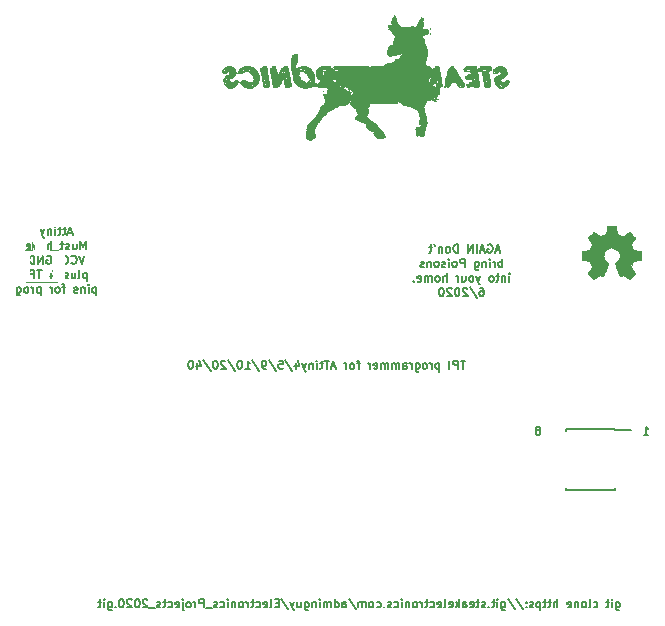
<source format=gbo>
G04 #@! TF.GenerationSoftware,KiCad,Pcbnew,5.0.2+dfsg1-1~bpo9+1*
G04 #@! TF.CreationDate,2020-06-30T16:50:40-04:00*
G04 #@! TF.ProjectId,attiny10,61747469-6e79-4313-902e-6b696361645f,0.10.a*
G04 #@! TF.SameCoordinates,Original*
G04 #@! TF.FileFunction,Legend,Bot*
G04 #@! TF.FilePolarity,Positive*
%FSLAX46Y46*%
G04 Gerber Fmt 4.6, Leading zero omitted, Abs format (unit mm)*
G04 Created by KiCad (PCBNEW 5.0.2+dfsg1-1~bpo9+1) date Tue 30 Jun 2020 04:50:40 PM EDT*
%MOMM*%
%LPD*%
G01*
G04 APERTURE LIST*
%ADD10C,0.175000*%
%ADD11C,0.150000*%
%ADD12C,0.002540*%
%ADD13C,0.120000*%
%ADD14C,0.010000*%
%ADD15C,4.300000*%
%ADD16R,1.550000X0.600000*%
%ADD17O,1.700000X1.700000*%
%ADD18O,1.200000X1.400000*%
%ADD19O,1.000000X1.000000*%
%ADD20R,1.050000X2.200000*%
%ADD21R,1.000000X1.050000*%
%ADD22C,1.800000*%
%ADD23R,1.800000X1.800000*%
%ADD24R,1.300000X1.300000*%
%ADD25C,1.300000*%
%ADD26C,3.500000*%
%ADD27C,3.000000*%
%ADD28R,3.500000X3.500000*%
G04 APERTURE END LIST*
D10*
X75123666Y-89959666D02*
X75190333Y-89926333D01*
X75223666Y-89893000D01*
X75257000Y-89826333D01*
X75257000Y-89793000D01*
X75223666Y-89726333D01*
X75190333Y-89693000D01*
X75123666Y-89659666D01*
X74990333Y-89659666D01*
X74923666Y-89693000D01*
X74890333Y-89726333D01*
X74857000Y-89793000D01*
X74857000Y-89826333D01*
X74890333Y-89893000D01*
X74923666Y-89926333D01*
X74990333Y-89959666D01*
X75123666Y-89959666D01*
X75190333Y-89993000D01*
X75223666Y-90026333D01*
X75257000Y-90093000D01*
X75257000Y-90226333D01*
X75223666Y-90293000D01*
X75190333Y-90326333D01*
X75123666Y-90359666D01*
X74990333Y-90359666D01*
X74923666Y-90326333D01*
X74890333Y-90293000D01*
X74857000Y-90226333D01*
X74857000Y-90093000D01*
X74890333Y-90026333D01*
X74923666Y-89993000D01*
X74990333Y-89959666D01*
X84001000Y-90359666D02*
X84401000Y-90359666D01*
X84201000Y-90359666D02*
X84201000Y-89659666D01*
X84267666Y-89759666D01*
X84334333Y-89826333D01*
X84401000Y-89859666D01*
X35606666Y-73231666D02*
X35273333Y-73231666D01*
X35673333Y-73431666D02*
X35440000Y-72731666D01*
X35206666Y-73431666D01*
X35073333Y-72965000D02*
X34806666Y-72965000D01*
X34973333Y-72731666D02*
X34973333Y-73331666D01*
X34940000Y-73398333D01*
X34873333Y-73431666D01*
X34806666Y-73431666D01*
X34673333Y-72965000D02*
X34406666Y-72965000D01*
X34573333Y-72731666D02*
X34573333Y-73331666D01*
X34540000Y-73398333D01*
X34473333Y-73431666D01*
X34406666Y-73431666D01*
X34173333Y-73431666D02*
X34173333Y-72965000D01*
X34173333Y-72731666D02*
X34206666Y-72765000D01*
X34173333Y-72798333D01*
X34140000Y-72765000D01*
X34173333Y-72731666D01*
X34173333Y-72798333D01*
X33840000Y-72965000D02*
X33840000Y-73431666D01*
X33840000Y-73031666D02*
X33806666Y-72998333D01*
X33740000Y-72965000D01*
X33640000Y-72965000D01*
X33573333Y-72998333D01*
X33540000Y-73065000D01*
X33540000Y-73431666D01*
X33273333Y-72965000D02*
X33106666Y-73431666D01*
X32940000Y-72965000D02*
X33106666Y-73431666D01*
X33173333Y-73598333D01*
X33206666Y-73631666D01*
X33273333Y-73665000D01*
X36790000Y-74656666D02*
X36790000Y-73956666D01*
X36556666Y-74456666D01*
X36323333Y-73956666D01*
X36323333Y-74656666D01*
X35690000Y-74190000D02*
X35690000Y-74656666D01*
X35990000Y-74190000D02*
X35990000Y-74556666D01*
X35956666Y-74623333D01*
X35890000Y-74656666D01*
X35790000Y-74656666D01*
X35723333Y-74623333D01*
X35690000Y-74590000D01*
X35390000Y-74623333D02*
X35323333Y-74656666D01*
X35190000Y-74656666D01*
X35123333Y-74623333D01*
X35090000Y-74556666D01*
X35090000Y-74523333D01*
X35123333Y-74456666D01*
X35190000Y-74423333D01*
X35290000Y-74423333D01*
X35356666Y-74390000D01*
X35390000Y-74323333D01*
X35390000Y-74290000D01*
X35356666Y-74223333D01*
X35290000Y-74190000D01*
X35190000Y-74190000D01*
X35123333Y-74223333D01*
X34890000Y-74190000D02*
X34623333Y-74190000D01*
X34790000Y-73956666D02*
X34790000Y-74556666D01*
X34756666Y-74623333D01*
X34690000Y-74656666D01*
X34623333Y-74656666D01*
X33856666Y-74656666D02*
X33856666Y-73956666D01*
X33556666Y-74656666D02*
X33556666Y-74290000D01*
X33590000Y-74223333D01*
X33656666Y-74190000D01*
X33756666Y-74190000D01*
X33823333Y-74223333D01*
X33856666Y-74256666D01*
X32923333Y-74656666D02*
X32923333Y-74290000D01*
X32956666Y-74223333D01*
X33023333Y-74190000D01*
X33156666Y-74190000D01*
X33223333Y-74223333D01*
X32923333Y-74623333D02*
X32990000Y-74656666D01*
X33156666Y-74656666D01*
X33223333Y-74623333D01*
X33256666Y-74556666D01*
X33256666Y-74490000D01*
X33223333Y-74423333D01*
X33156666Y-74390000D01*
X32990000Y-74390000D01*
X32923333Y-74356666D01*
X32656666Y-74190000D02*
X32490000Y-74656666D01*
X32323333Y-74190000D01*
X31790000Y-74623333D02*
X31856666Y-74656666D01*
X31990000Y-74656666D01*
X32056666Y-74623333D01*
X32090000Y-74556666D01*
X32090000Y-74290000D01*
X32056666Y-74223333D01*
X31990000Y-74190000D01*
X31856666Y-74190000D01*
X31790000Y-74223333D01*
X31756666Y-74290000D01*
X31756666Y-74356666D01*
X32090000Y-74423333D01*
X36656666Y-75181666D02*
X36423333Y-75881666D01*
X36190000Y-75181666D01*
X35556666Y-75815000D02*
X35590000Y-75848333D01*
X35690000Y-75881666D01*
X35756666Y-75881666D01*
X35856666Y-75848333D01*
X35923333Y-75781666D01*
X35956666Y-75715000D01*
X35990000Y-75581666D01*
X35990000Y-75481666D01*
X35956666Y-75348333D01*
X35923333Y-75281666D01*
X35856666Y-75215000D01*
X35756666Y-75181666D01*
X35690000Y-75181666D01*
X35590000Y-75215000D01*
X35556666Y-75248333D01*
X34856666Y-75815000D02*
X34890000Y-75848333D01*
X34990000Y-75881666D01*
X35056666Y-75881666D01*
X35156666Y-75848333D01*
X35223333Y-75781666D01*
X35256666Y-75715000D01*
X35290000Y-75581666D01*
X35290000Y-75481666D01*
X35256666Y-75348333D01*
X35223333Y-75281666D01*
X35156666Y-75215000D01*
X35056666Y-75181666D01*
X34990000Y-75181666D01*
X34890000Y-75215000D01*
X34856666Y-75248333D01*
X34056666Y-75148333D02*
X34656666Y-76048333D01*
X33456666Y-75215000D02*
X33523333Y-75181666D01*
X33623333Y-75181666D01*
X33723333Y-75215000D01*
X33790000Y-75281666D01*
X33823333Y-75348333D01*
X33856666Y-75481666D01*
X33856666Y-75581666D01*
X33823333Y-75715000D01*
X33790000Y-75781666D01*
X33723333Y-75848333D01*
X33623333Y-75881666D01*
X33556666Y-75881666D01*
X33456666Y-75848333D01*
X33423333Y-75815000D01*
X33423333Y-75581666D01*
X33556666Y-75581666D01*
X33123333Y-75881666D02*
X33123333Y-75181666D01*
X32723333Y-75881666D01*
X32723333Y-75181666D01*
X32390000Y-75881666D02*
X32390000Y-75181666D01*
X32223333Y-75181666D01*
X32123333Y-75215000D01*
X32056666Y-75281666D01*
X32023333Y-75348333D01*
X31990000Y-75481666D01*
X31990000Y-75581666D01*
X32023333Y-75715000D01*
X32056666Y-75781666D01*
X32123333Y-75848333D01*
X32223333Y-75881666D01*
X32390000Y-75881666D01*
X36873333Y-76640000D02*
X36873333Y-77340000D01*
X36873333Y-76673333D02*
X36806666Y-76640000D01*
X36673333Y-76640000D01*
X36606666Y-76673333D01*
X36573333Y-76706666D01*
X36540000Y-76773333D01*
X36540000Y-76973333D01*
X36573333Y-77040000D01*
X36606666Y-77073333D01*
X36673333Y-77106666D01*
X36806666Y-77106666D01*
X36873333Y-77073333D01*
X36140000Y-77106666D02*
X36206666Y-77073333D01*
X36240000Y-77006666D01*
X36240000Y-76406666D01*
X35573333Y-76640000D02*
X35573333Y-77106666D01*
X35873333Y-76640000D02*
X35873333Y-77006666D01*
X35840000Y-77073333D01*
X35773333Y-77106666D01*
X35673333Y-77106666D01*
X35606666Y-77073333D01*
X35573333Y-77040000D01*
X35273333Y-77073333D02*
X35206666Y-77106666D01*
X35073333Y-77106666D01*
X35006666Y-77073333D01*
X34973333Y-77006666D01*
X34973333Y-76973333D01*
X35006666Y-76906666D01*
X35073333Y-76873333D01*
X35173333Y-76873333D01*
X35240000Y-76840000D01*
X35273333Y-76773333D01*
X35273333Y-76740000D01*
X35240000Y-76673333D01*
X35173333Y-76640000D01*
X35073333Y-76640000D01*
X35006666Y-76673333D01*
X33840000Y-76640000D02*
X33840000Y-77106666D01*
X34006666Y-76373333D02*
X34173333Y-76873333D01*
X33740000Y-76873333D01*
X33040000Y-76406666D02*
X32640000Y-76406666D01*
X32840000Y-77106666D02*
X32840000Y-76406666D01*
X32406666Y-77106666D02*
X32406666Y-76406666D01*
X32140000Y-76406666D01*
X32073333Y-76440000D01*
X32040000Y-76473333D01*
X32006666Y-76540000D01*
X32006666Y-76640000D01*
X32040000Y-76706666D01*
X32073333Y-76740000D01*
X32140000Y-76773333D01*
X32406666Y-76773333D01*
X31706666Y-77106666D02*
X31706666Y-76406666D01*
X37640000Y-77865000D02*
X37640000Y-78565000D01*
X37640000Y-77898333D02*
X37573333Y-77865000D01*
X37440000Y-77865000D01*
X37373333Y-77898333D01*
X37340000Y-77931666D01*
X37306666Y-77998333D01*
X37306666Y-78198333D01*
X37340000Y-78265000D01*
X37373333Y-78298333D01*
X37440000Y-78331666D01*
X37573333Y-78331666D01*
X37640000Y-78298333D01*
X37006666Y-78331666D02*
X37006666Y-77865000D01*
X37006666Y-77631666D02*
X37040000Y-77665000D01*
X37006666Y-77698333D01*
X36973333Y-77665000D01*
X37006666Y-77631666D01*
X37006666Y-77698333D01*
X36673333Y-77865000D02*
X36673333Y-78331666D01*
X36673333Y-77931666D02*
X36640000Y-77898333D01*
X36573333Y-77865000D01*
X36473333Y-77865000D01*
X36406666Y-77898333D01*
X36373333Y-77965000D01*
X36373333Y-78331666D01*
X36073333Y-78298333D02*
X36006666Y-78331666D01*
X35873333Y-78331666D01*
X35806666Y-78298333D01*
X35773333Y-78231666D01*
X35773333Y-78198333D01*
X35806666Y-78131666D01*
X35873333Y-78098333D01*
X35973333Y-78098333D01*
X36040000Y-78065000D01*
X36073333Y-77998333D01*
X36073333Y-77965000D01*
X36040000Y-77898333D01*
X35973333Y-77865000D01*
X35873333Y-77865000D01*
X35806666Y-77898333D01*
X35040000Y-77865000D02*
X34773333Y-77865000D01*
X34940000Y-78331666D02*
X34940000Y-77731666D01*
X34906666Y-77665000D01*
X34840000Y-77631666D01*
X34773333Y-77631666D01*
X34440000Y-78331666D02*
X34506666Y-78298333D01*
X34540000Y-78265000D01*
X34573333Y-78198333D01*
X34573333Y-77998333D01*
X34540000Y-77931666D01*
X34506666Y-77898333D01*
X34440000Y-77865000D01*
X34340000Y-77865000D01*
X34273333Y-77898333D01*
X34240000Y-77931666D01*
X34206666Y-77998333D01*
X34206666Y-78198333D01*
X34240000Y-78265000D01*
X34273333Y-78298333D01*
X34340000Y-78331666D01*
X34440000Y-78331666D01*
X33906666Y-78331666D02*
X33906666Y-77865000D01*
X33906666Y-77998333D02*
X33873333Y-77931666D01*
X33840000Y-77898333D01*
X33773333Y-77865000D01*
X33706666Y-77865000D01*
X32940000Y-77865000D02*
X32940000Y-78565000D01*
X32940000Y-77898333D02*
X32873333Y-77865000D01*
X32740000Y-77865000D01*
X32673333Y-77898333D01*
X32640000Y-77931666D01*
X32606666Y-77998333D01*
X32606666Y-78198333D01*
X32640000Y-78265000D01*
X32673333Y-78298333D01*
X32740000Y-78331666D01*
X32873333Y-78331666D01*
X32940000Y-78298333D01*
X32306666Y-78331666D02*
X32306666Y-77865000D01*
X32306666Y-77998333D02*
X32273333Y-77931666D01*
X32240000Y-77898333D01*
X32173333Y-77865000D01*
X32106666Y-77865000D01*
X31773333Y-78331666D02*
X31840000Y-78298333D01*
X31873333Y-78265000D01*
X31906666Y-78198333D01*
X31906666Y-77998333D01*
X31873333Y-77931666D01*
X31840000Y-77898333D01*
X31773333Y-77865000D01*
X31673333Y-77865000D01*
X31606666Y-77898333D01*
X31573333Y-77931666D01*
X31540000Y-77998333D01*
X31540000Y-78198333D01*
X31573333Y-78265000D01*
X31606666Y-78298333D01*
X31673333Y-78331666D01*
X31773333Y-78331666D01*
X30940000Y-77865000D02*
X30940000Y-78431666D01*
X30973333Y-78498333D01*
X31006666Y-78531666D01*
X31073333Y-78565000D01*
X31173333Y-78565000D01*
X31240000Y-78531666D01*
X30940000Y-78298333D02*
X31006666Y-78331666D01*
X31140000Y-78331666D01*
X31206666Y-78298333D01*
X31240000Y-78265000D01*
X31273333Y-78198333D01*
X31273333Y-77998333D01*
X31240000Y-77931666D01*
X31206666Y-77898333D01*
X31140000Y-77865000D01*
X31006666Y-77865000D01*
X30940000Y-77898333D01*
X81660666Y-104498000D02*
X81660666Y-105064666D01*
X81693999Y-105131333D01*
X81727333Y-105164666D01*
X81793999Y-105198000D01*
X81893999Y-105198000D01*
X81960666Y-105164666D01*
X81660666Y-104931333D02*
X81727333Y-104964666D01*
X81860666Y-104964666D01*
X81927333Y-104931333D01*
X81960666Y-104898000D01*
X81993999Y-104831333D01*
X81993999Y-104631333D01*
X81960666Y-104564666D01*
X81927333Y-104531333D01*
X81860666Y-104498000D01*
X81727333Y-104498000D01*
X81660666Y-104531333D01*
X81327333Y-104964666D02*
X81327333Y-104498000D01*
X81327333Y-104264666D02*
X81360666Y-104298000D01*
X81327333Y-104331333D01*
X81293999Y-104298000D01*
X81327333Y-104264666D01*
X81327333Y-104331333D01*
X81093999Y-104498000D02*
X80827333Y-104498000D01*
X80993999Y-104264666D02*
X80993999Y-104864666D01*
X80960666Y-104931333D01*
X80893999Y-104964666D01*
X80827333Y-104964666D01*
X79760666Y-104931333D02*
X79827333Y-104964666D01*
X79960666Y-104964666D01*
X80027333Y-104931333D01*
X80060666Y-104898000D01*
X80093999Y-104831333D01*
X80093999Y-104631333D01*
X80060666Y-104564666D01*
X80027333Y-104531333D01*
X79960666Y-104498000D01*
X79827333Y-104498000D01*
X79760666Y-104531333D01*
X79360666Y-104964666D02*
X79427333Y-104931333D01*
X79460666Y-104864666D01*
X79460666Y-104264666D01*
X78993999Y-104964666D02*
X79060666Y-104931333D01*
X79093999Y-104898000D01*
X79127333Y-104831333D01*
X79127333Y-104631333D01*
X79093999Y-104564666D01*
X79060666Y-104531333D01*
X78993999Y-104498000D01*
X78893999Y-104498000D01*
X78827333Y-104531333D01*
X78793999Y-104564666D01*
X78760666Y-104631333D01*
X78760666Y-104831333D01*
X78793999Y-104898000D01*
X78827333Y-104931333D01*
X78893999Y-104964666D01*
X78993999Y-104964666D01*
X78460666Y-104498000D02*
X78460666Y-104964666D01*
X78460666Y-104564666D02*
X78427333Y-104531333D01*
X78360666Y-104498000D01*
X78260666Y-104498000D01*
X78193999Y-104531333D01*
X78160666Y-104598000D01*
X78160666Y-104964666D01*
X77560666Y-104931333D02*
X77627333Y-104964666D01*
X77760666Y-104964666D01*
X77827333Y-104931333D01*
X77860666Y-104864666D01*
X77860666Y-104598000D01*
X77827333Y-104531333D01*
X77760666Y-104498000D01*
X77627333Y-104498000D01*
X77560666Y-104531333D01*
X77527333Y-104598000D01*
X77527333Y-104664666D01*
X77860666Y-104731333D01*
X76693999Y-104964666D02*
X76693999Y-104264666D01*
X76393999Y-104964666D02*
X76393999Y-104598000D01*
X76427333Y-104531333D01*
X76493999Y-104498000D01*
X76593999Y-104498000D01*
X76660666Y-104531333D01*
X76693999Y-104564666D01*
X76160666Y-104498000D02*
X75893999Y-104498000D01*
X76060666Y-104264666D02*
X76060666Y-104864666D01*
X76027333Y-104931333D01*
X75960666Y-104964666D01*
X75893999Y-104964666D01*
X75760666Y-104498000D02*
X75493999Y-104498000D01*
X75660666Y-104264666D02*
X75660666Y-104864666D01*
X75627333Y-104931333D01*
X75560666Y-104964666D01*
X75493999Y-104964666D01*
X75260666Y-104498000D02*
X75260666Y-105198000D01*
X75260666Y-104531333D02*
X75193999Y-104498000D01*
X75060666Y-104498000D01*
X74993999Y-104531333D01*
X74960666Y-104564666D01*
X74927333Y-104631333D01*
X74927333Y-104831333D01*
X74960666Y-104898000D01*
X74993999Y-104931333D01*
X75060666Y-104964666D01*
X75193999Y-104964666D01*
X75260666Y-104931333D01*
X74660666Y-104931333D02*
X74593999Y-104964666D01*
X74460666Y-104964666D01*
X74393999Y-104931333D01*
X74360666Y-104864666D01*
X74360666Y-104831333D01*
X74393999Y-104764666D01*
X74460666Y-104731333D01*
X74560666Y-104731333D01*
X74627333Y-104698000D01*
X74660666Y-104631333D01*
X74660666Y-104598000D01*
X74627333Y-104531333D01*
X74560666Y-104498000D01*
X74460666Y-104498000D01*
X74393999Y-104531333D01*
X74060666Y-104898000D02*
X74027333Y-104931333D01*
X74060666Y-104964666D01*
X74093999Y-104931333D01*
X74060666Y-104898000D01*
X74060666Y-104964666D01*
X74060666Y-104531333D02*
X74027333Y-104564666D01*
X74060666Y-104598000D01*
X74093999Y-104564666D01*
X74060666Y-104531333D01*
X74060666Y-104598000D01*
X73227333Y-104231333D02*
X73827333Y-105131333D01*
X72493999Y-104231333D02*
X73093999Y-105131333D01*
X71960666Y-104498000D02*
X71960666Y-105064666D01*
X71993999Y-105131333D01*
X72027333Y-105164666D01*
X72093999Y-105198000D01*
X72193999Y-105198000D01*
X72260666Y-105164666D01*
X71960666Y-104931333D02*
X72027333Y-104964666D01*
X72160666Y-104964666D01*
X72227333Y-104931333D01*
X72260666Y-104898000D01*
X72293999Y-104831333D01*
X72293999Y-104631333D01*
X72260666Y-104564666D01*
X72227333Y-104531333D01*
X72160666Y-104498000D01*
X72027333Y-104498000D01*
X71960666Y-104531333D01*
X71627333Y-104964666D02*
X71627333Y-104498000D01*
X71627333Y-104264666D02*
X71660666Y-104298000D01*
X71627333Y-104331333D01*
X71593999Y-104298000D01*
X71627333Y-104264666D01*
X71627333Y-104331333D01*
X71393999Y-104498000D02*
X71127333Y-104498000D01*
X71293999Y-104264666D02*
X71293999Y-104864666D01*
X71260666Y-104931333D01*
X71193999Y-104964666D01*
X71127333Y-104964666D01*
X70893999Y-104898000D02*
X70860666Y-104931333D01*
X70893999Y-104964666D01*
X70927333Y-104931333D01*
X70893999Y-104898000D01*
X70893999Y-104964666D01*
X70593999Y-104931333D02*
X70527333Y-104964666D01*
X70393999Y-104964666D01*
X70327333Y-104931333D01*
X70293999Y-104864666D01*
X70293999Y-104831333D01*
X70327333Y-104764666D01*
X70393999Y-104731333D01*
X70493999Y-104731333D01*
X70560666Y-104698000D01*
X70593999Y-104631333D01*
X70593999Y-104598000D01*
X70560666Y-104531333D01*
X70493999Y-104498000D01*
X70393999Y-104498000D01*
X70327333Y-104531333D01*
X70093999Y-104498000D02*
X69827333Y-104498000D01*
X69993999Y-104264666D02*
X69993999Y-104864666D01*
X69960666Y-104931333D01*
X69893999Y-104964666D01*
X69827333Y-104964666D01*
X69327333Y-104931333D02*
X69393999Y-104964666D01*
X69527333Y-104964666D01*
X69593999Y-104931333D01*
X69627333Y-104864666D01*
X69627333Y-104598000D01*
X69593999Y-104531333D01*
X69527333Y-104498000D01*
X69393999Y-104498000D01*
X69327333Y-104531333D01*
X69293999Y-104598000D01*
X69293999Y-104664666D01*
X69627333Y-104731333D01*
X68693999Y-104964666D02*
X68693999Y-104598000D01*
X68727333Y-104531333D01*
X68793999Y-104498000D01*
X68927333Y-104498000D01*
X68993999Y-104531333D01*
X68693999Y-104931333D02*
X68760666Y-104964666D01*
X68927333Y-104964666D01*
X68993999Y-104931333D01*
X69027333Y-104864666D01*
X69027333Y-104798000D01*
X68993999Y-104731333D01*
X68927333Y-104698000D01*
X68760666Y-104698000D01*
X68693999Y-104664666D01*
X68360666Y-104964666D02*
X68360666Y-104264666D01*
X68293999Y-104698000D02*
X68093999Y-104964666D01*
X68093999Y-104498000D02*
X68360666Y-104764666D01*
X67527333Y-104931333D02*
X67593999Y-104964666D01*
X67727333Y-104964666D01*
X67793999Y-104931333D01*
X67827333Y-104864666D01*
X67827333Y-104598000D01*
X67793999Y-104531333D01*
X67727333Y-104498000D01*
X67593999Y-104498000D01*
X67527333Y-104531333D01*
X67493999Y-104598000D01*
X67493999Y-104664666D01*
X67827333Y-104731333D01*
X67093999Y-104964666D02*
X67160666Y-104931333D01*
X67193999Y-104864666D01*
X67193999Y-104264666D01*
X66560666Y-104931333D02*
X66627333Y-104964666D01*
X66760666Y-104964666D01*
X66827333Y-104931333D01*
X66860666Y-104864666D01*
X66860666Y-104598000D01*
X66827333Y-104531333D01*
X66760666Y-104498000D01*
X66627333Y-104498000D01*
X66560666Y-104531333D01*
X66527333Y-104598000D01*
X66527333Y-104664666D01*
X66860666Y-104731333D01*
X65927333Y-104931333D02*
X65993999Y-104964666D01*
X66127333Y-104964666D01*
X66193999Y-104931333D01*
X66227333Y-104898000D01*
X66260666Y-104831333D01*
X66260666Y-104631333D01*
X66227333Y-104564666D01*
X66193999Y-104531333D01*
X66127333Y-104498000D01*
X65993999Y-104498000D01*
X65927333Y-104531333D01*
X65727333Y-104498000D02*
X65460666Y-104498000D01*
X65627333Y-104264666D02*
X65627333Y-104864666D01*
X65593999Y-104931333D01*
X65527333Y-104964666D01*
X65460666Y-104964666D01*
X65227333Y-104964666D02*
X65227333Y-104498000D01*
X65227333Y-104631333D02*
X65193999Y-104564666D01*
X65160666Y-104531333D01*
X65093999Y-104498000D01*
X65027333Y-104498000D01*
X64693999Y-104964666D02*
X64760666Y-104931333D01*
X64793999Y-104898000D01*
X64827333Y-104831333D01*
X64827333Y-104631333D01*
X64793999Y-104564666D01*
X64760666Y-104531333D01*
X64693999Y-104498000D01*
X64593999Y-104498000D01*
X64527333Y-104531333D01*
X64493999Y-104564666D01*
X64460666Y-104631333D01*
X64460666Y-104831333D01*
X64493999Y-104898000D01*
X64527333Y-104931333D01*
X64593999Y-104964666D01*
X64693999Y-104964666D01*
X64160666Y-104498000D02*
X64160666Y-104964666D01*
X64160666Y-104564666D02*
X64127333Y-104531333D01*
X64060666Y-104498000D01*
X63960666Y-104498000D01*
X63893999Y-104531333D01*
X63860666Y-104598000D01*
X63860666Y-104964666D01*
X63527333Y-104964666D02*
X63527333Y-104498000D01*
X63527333Y-104264666D02*
X63560666Y-104298000D01*
X63527333Y-104331333D01*
X63493999Y-104298000D01*
X63527333Y-104264666D01*
X63527333Y-104331333D01*
X62893999Y-104931333D02*
X62960666Y-104964666D01*
X63093999Y-104964666D01*
X63160666Y-104931333D01*
X63193999Y-104898000D01*
X63227333Y-104831333D01*
X63227333Y-104631333D01*
X63193999Y-104564666D01*
X63160666Y-104531333D01*
X63093999Y-104498000D01*
X62960666Y-104498000D01*
X62893999Y-104531333D01*
X62627333Y-104931333D02*
X62560666Y-104964666D01*
X62427333Y-104964666D01*
X62360666Y-104931333D01*
X62327333Y-104864666D01*
X62327333Y-104831333D01*
X62360666Y-104764666D01*
X62427333Y-104731333D01*
X62527333Y-104731333D01*
X62593999Y-104698000D01*
X62627333Y-104631333D01*
X62627333Y-104598000D01*
X62593999Y-104531333D01*
X62527333Y-104498000D01*
X62427333Y-104498000D01*
X62360666Y-104531333D01*
X62027333Y-104898000D02*
X61993999Y-104931333D01*
X62027333Y-104964666D01*
X62060666Y-104931333D01*
X62027333Y-104898000D01*
X62027333Y-104964666D01*
X61393999Y-104931333D02*
X61460666Y-104964666D01*
X61593999Y-104964666D01*
X61660666Y-104931333D01*
X61693999Y-104898000D01*
X61727333Y-104831333D01*
X61727333Y-104631333D01*
X61693999Y-104564666D01*
X61660666Y-104531333D01*
X61593999Y-104498000D01*
X61460666Y-104498000D01*
X61393999Y-104531333D01*
X60993999Y-104964666D02*
X61060666Y-104931333D01*
X61093999Y-104898000D01*
X61127333Y-104831333D01*
X61127333Y-104631333D01*
X61093999Y-104564666D01*
X61060666Y-104531333D01*
X60993999Y-104498000D01*
X60893999Y-104498000D01*
X60827333Y-104531333D01*
X60793999Y-104564666D01*
X60760666Y-104631333D01*
X60760666Y-104831333D01*
X60793999Y-104898000D01*
X60827333Y-104931333D01*
X60893999Y-104964666D01*
X60993999Y-104964666D01*
X60460666Y-104964666D02*
X60460666Y-104498000D01*
X60460666Y-104564666D02*
X60427333Y-104531333D01*
X60360666Y-104498000D01*
X60260666Y-104498000D01*
X60193999Y-104531333D01*
X60160666Y-104598000D01*
X60160666Y-104964666D01*
X60160666Y-104598000D02*
X60127333Y-104531333D01*
X60060666Y-104498000D01*
X59960666Y-104498000D01*
X59893999Y-104531333D01*
X59860666Y-104598000D01*
X59860666Y-104964666D01*
X59027333Y-104231333D02*
X59627333Y-105131333D01*
X58493999Y-104964666D02*
X58493999Y-104598000D01*
X58527333Y-104531333D01*
X58593999Y-104498000D01*
X58727333Y-104498000D01*
X58793999Y-104531333D01*
X58493999Y-104931333D02*
X58560666Y-104964666D01*
X58727333Y-104964666D01*
X58793999Y-104931333D01*
X58827333Y-104864666D01*
X58827333Y-104798000D01*
X58793999Y-104731333D01*
X58727333Y-104698000D01*
X58560666Y-104698000D01*
X58493999Y-104664666D01*
X57860666Y-104964666D02*
X57860666Y-104264666D01*
X57860666Y-104931333D02*
X57927333Y-104964666D01*
X58060666Y-104964666D01*
X58127333Y-104931333D01*
X58160666Y-104898000D01*
X58193999Y-104831333D01*
X58193999Y-104631333D01*
X58160666Y-104564666D01*
X58127333Y-104531333D01*
X58060666Y-104498000D01*
X57927333Y-104498000D01*
X57860666Y-104531333D01*
X57527333Y-104964666D02*
X57527333Y-104498000D01*
X57527333Y-104564666D02*
X57493999Y-104531333D01*
X57427333Y-104498000D01*
X57327333Y-104498000D01*
X57260666Y-104531333D01*
X57227333Y-104598000D01*
X57227333Y-104964666D01*
X57227333Y-104598000D02*
X57193999Y-104531333D01*
X57127333Y-104498000D01*
X57027333Y-104498000D01*
X56960666Y-104531333D01*
X56927333Y-104598000D01*
X56927333Y-104964666D01*
X56593999Y-104964666D02*
X56593999Y-104498000D01*
X56593999Y-104264666D02*
X56627333Y-104298000D01*
X56593999Y-104331333D01*
X56560666Y-104298000D01*
X56593999Y-104264666D01*
X56593999Y-104331333D01*
X56260666Y-104498000D02*
X56260666Y-104964666D01*
X56260666Y-104564666D02*
X56227333Y-104531333D01*
X56160666Y-104498000D01*
X56060666Y-104498000D01*
X55993999Y-104531333D01*
X55960666Y-104598000D01*
X55960666Y-104964666D01*
X55327333Y-104498000D02*
X55327333Y-105064666D01*
X55360666Y-105131333D01*
X55393999Y-105164666D01*
X55460666Y-105198000D01*
X55560666Y-105198000D01*
X55627333Y-105164666D01*
X55327333Y-104931333D02*
X55393999Y-104964666D01*
X55527333Y-104964666D01*
X55593999Y-104931333D01*
X55627333Y-104898000D01*
X55660666Y-104831333D01*
X55660666Y-104631333D01*
X55627333Y-104564666D01*
X55593999Y-104531333D01*
X55527333Y-104498000D01*
X55393999Y-104498000D01*
X55327333Y-104531333D01*
X54693999Y-104498000D02*
X54693999Y-104964666D01*
X54993999Y-104498000D02*
X54993999Y-104864666D01*
X54960666Y-104931333D01*
X54893999Y-104964666D01*
X54793999Y-104964666D01*
X54727333Y-104931333D01*
X54693999Y-104898000D01*
X54427333Y-104498000D02*
X54260666Y-104964666D01*
X54093999Y-104498000D02*
X54260666Y-104964666D01*
X54327333Y-105131333D01*
X54360666Y-105164666D01*
X54427333Y-105198000D01*
X53327333Y-104231333D02*
X53927333Y-105131333D01*
X53093999Y-104598000D02*
X52860666Y-104598000D01*
X52760666Y-104964666D02*
X53093999Y-104964666D01*
X53093999Y-104264666D01*
X52760666Y-104264666D01*
X52360666Y-104964666D02*
X52427333Y-104931333D01*
X52460666Y-104864666D01*
X52460666Y-104264666D01*
X51827333Y-104931333D02*
X51893999Y-104964666D01*
X52027333Y-104964666D01*
X52093999Y-104931333D01*
X52127333Y-104864666D01*
X52127333Y-104598000D01*
X52093999Y-104531333D01*
X52027333Y-104498000D01*
X51893999Y-104498000D01*
X51827333Y-104531333D01*
X51793999Y-104598000D01*
X51793999Y-104664666D01*
X52127333Y-104731333D01*
X51193999Y-104931333D02*
X51260666Y-104964666D01*
X51393999Y-104964666D01*
X51460666Y-104931333D01*
X51493999Y-104898000D01*
X51527333Y-104831333D01*
X51527333Y-104631333D01*
X51493999Y-104564666D01*
X51460666Y-104531333D01*
X51393999Y-104498000D01*
X51260666Y-104498000D01*
X51193999Y-104531333D01*
X50993999Y-104498000D02*
X50727333Y-104498000D01*
X50893999Y-104264666D02*
X50893999Y-104864666D01*
X50860666Y-104931333D01*
X50793999Y-104964666D01*
X50727333Y-104964666D01*
X50493999Y-104964666D02*
X50493999Y-104498000D01*
X50493999Y-104631333D02*
X50460666Y-104564666D01*
X50427333Y-104531333D01*
X50360666Y-104498000D01*
X50293999Y-104498000D01*
X49960666Y-104964666D02*
X50027333Y-104931333D01*
X50060666Y-104898000D01*
X50093999Y-104831333D01*
X50093999Y-104631333D01*
X50060666Y-104564666D01*
X50027333Y-104531333D01*
X49960666Y-104498000D01*
X49860666Y-104498000D01*
X49793999Y-104531333D01*
X49760666Y-104564666D01*
X49727333Y-104631333D01*
X49727333Y-104831333D01*
X49760666Y-104898000D01*
X49793999Y-104931333D01*
X49860666Y-104964666D01*
X49960666Y-104964666D01*
X49427333Y-104498000D02*
X49427333Y-104964666D01*
X49427333Y-104564666D02*
X49393999Y-104531333D01*
X49327333Y-104498000D01*
X49227333Y-104498000D01*
X49160666Y-104531333D01*
X49127333Y-104598000D01*
X49127333Y-104964666D01*
X48793999Y-104964666D02*
X48793999Y-104498000D01*
X48793999Y-104264666D02*
X48827333Y-104298000D01*
X48793999Y-104331333D01*
X48760666Y-104298000D01*
X48793999Y-104264666D01*
X48793999Y-104331333D01*
X48160666Y-104931333D02*
X48227333Y-104964666D01*
X48360666Y-104964666D01*
X48427333Y-104931333D01*
X48460666Y-104898000D01*
X48493999Y-104831333D01*
X48493999Y-104631333D01*
X48460666Y-104564666D01*
X48427333Y-104531333D01*
X48360666Y-104498000D01*
X48227333Y-104498000D01*
X48160666Y-104531333D01*
X47893999Y-104931333D02*
X47827333Y-104964666D01*
X47693999Y-104964666D01*
X47627333Y-104931333D01*
X47593999Y-104864666D01*
X47593999Y-104831333D01*
X47627333Y-104764666D01*
X47693999Y-104731333D01*
X47793999Y-104731333D01*
X47860666Y-104698000D01*
X47893999Y-104631333D01*
X47893999Y-104598000D01*
X47860666Y-104531333D01*
X47793999Y-104498000D01*
X47693999Y-104498000D01*
X47627333Y-104531333D01*
X47460666Y-105031333D02*
X46927333Y-105031333D01*
X46760666Y-104964666D02*
X46760666Y-104264666D01*
X46493999Y-104264666D01*
X46427333Y-104298000D01*
X46393999Y-104331333D01*
X46360666Y-104398000D01*
X46360666Y-104498000D01*
X46393999Y-104564666D01*
X46427333Y-104598000D01*
X46493999Y-104631333D01*
X46760666Y-104631333D01*
X46060666Y-104964666D02*
X46060666Y-104498000D01*
X46060666Y-104631333D02*
X46027333Y-104564666D01*
X45993999Y-104531333D01*
X45927333Y-104498000D01*
X45860666Y-104498000D01*
X45527333Y-104964666D02*
X45593999Y-104931333D01*
X45627333Y-104898000D01*
X45660666Y-104831333D01*
X45660666Y-104631333D01*
X45627333Y-104564666D01*
X45593999Y-104531333D01*
X45527333Y-104498000D01*
X45427333Y-104498000D01*
X45360666Y-104531333D01*
X45327333Y-104564666D01*
X45293999Y-104631333D01*
X45293999Y-104831333D01*
X45327333Y-104898000D01*
X45360666Y-104931333D01*
X45427333Y-104964666D01*
X45527333Y-104964666D01*
X44993999Y-104498000D02*
X44993999Y-105098000D01*
X45027333Y-105164666D01*
X45093999Y-105198000D01*
X45127333Y-105198000D01*
X44993999Y-104264666D02*
X45027333Y-104298000D01*
X44993999Y-104331333D01*
X44960666Y-104298000D01*
X44993999Y-104264666D01*
X44993999Y-104331333D01*
X44393999Y-104931333D02*
X44460666Y-104964666D01*
X44593999Y-104964666D01*
X44660666Y-104931333D01*
X44693999Y-104864666D01*
X44693999Y-104598000D01*
X44660666Y-104531333D01*
X44593999Y-104498000D01*
X44460666Y-104498000D01*
X44393999Y-104531333D01*
X44360666Y-104598000D01*
X44360666Y-104664666D01*
X44693999Y-104731333D01*
X43760666Y-104931333D02*
X43827333Y-104964666D01*
X43960666Y-104964666D01*
X44027333Y-104931333D01*
X44060666Y-104898000D01*
X44093999Y-104831333D01*
X44093999Y-104631333D01*
X44060666Y-104564666D01*
X44027333Y-104531333D01*
X43960666Y-104498000D01*
X43827333Y-104498000D01*
X43760666Y-104531333D01*
X43560666Y-104498000D02*
X43293999Y-104498000D01*
X43460666Y-104264666D02*
X43460666Y-104864666D01*
X43427333Y-104931333D01*
X43360666Y-104964666D01*
X43293999Y-104964666D01*
X43093999Y-104931333D02*
X43027333Y-104964666D01*
X42893999Y-104964666D01*
X42827333Y-104931333D01*
X42793999Y-104864666D01*
X42793999Y-104831333D01*
X42827333Y-104764666D01*
X42893999Y-104731333D01*
X42993999Y-104731333D01*
X43060666Y-104698000D01*
X43093999Y-104631333D01*
X43093999Y-104598000D01*
X43060666Y-104531333D01*
X42993999Y-104498000D01*
X42893999Y-104498000D01*
X42827333Y-104531333D01*
X42660666Y-105031333D02*
X42127333Y-105031333D01*
X41993999Y-104331333D02*
X41960666Y-104298000D01*
X41893999Y-104264666D01*
X41727333Y-104264666D01*
X41660666Y-104298000D01*
X41627333Y-104331333D01*
X41593999Y-104398000D01*
X41593999Y-104464666D01*
X41627333Y-104564666D01*
X42027333Y-104964666D01*
X41593999Y-104964666D01*
X41160666Y-104264666D02*
X41093999Y-104264666D01*
X41027333Y-104298000D01*
X40993999Y-104331333D01*
X40960666Y-104398000D01*
X40927333Y-104531333D01*
X40927333Y-104698000D01*
X40960666Y-104831333D01*
X40993999Y-104898000D01*
X41027333Y-104931333D01*
X41093999Y-104964666D01*
X41160666Y-104964666D01*
X41227333Y-104931333D01*
X41260666Y-104898000D01*
X41293999Y-104831333D01*
X41327333Y-104698000D01*
X41327333Y-104531333D01*
X41293999Y-104398000D01*
X41260666Y-104331333D01*
X41227333Y-104298000D01*
X41160666Y-104264666D01*
X40660666Y-104331333D02*
X40627333Y-104298000D01*
X40560666Y-104264666D01*
X40393999Y-104264666D01*
X40327333Y-104298000D01*
X40293999Y-104331333D01*
X40260666Y-104398000D01*
X40260666Y-104464666D01*
X40293999Y-104564666D01*
X40693999Y-104964666D01*
X40260666Y-104964666D01*
X39827333Y-104264666D02*
X39760666Y-104264666D01*
X39693999Y-104298000D01*
X39660666Y-104331333D01*
X39627333Y-104398000D01*
X39593999Y-104531333D01*
X39593999Y-104698000D01*
X39627333Y-104831333D01*
X39660666Y-104898000D01*
X39693999Y-104931333D01*
X39760666Y-104964666D01*
X39827333Y-104964666D01*
X39893999Y-104931333D01*
X39927333Y-104898000D01*
X39960666Y-104831333D01*
X39993999Y-104698000D01*
X39993999Y-104531333D01*
X39960666Y-104398000D01*
X39927333Y-104331333D01*
X39893999Y-104298000D01*
X39827333Y-104264666D01*
X39293999Y-104898000D02*
X39260666Y-104931333D01*
X39293999Y-104964666D01*
X39327333Y-104931333D01*
X39293999Y-104898000D01*
X39293999Y-104964666D01*
X38660666Y-104498000D02*
X38660666Y-105064666D01*
X38693999Y-105131333D01*
X38727333Y-105164666D01*
X38793999Y-105198000D01*
X38893999Y-105198000D01*
X38960666Y-105164666D01*
X38660666Y-104931333D02*
X38727333Y-104964666D01*
X38860666Y-104964666D01*
X38927333Y-104931333D01*
X38960666Y-104898000D01*
X38993999Y-104831333D01*
X38993999Y-104631333D01*
X38960666Y-104564666D01*
X38927333Y-104531333D01*
X38860666Y-104498000D01*
X38727333Y-104498000D01*
X38660666Y-104531333D01*
X38327333Y-104964666D02*
X38327333Y-104498000D01*
X38327333Y-104264666D02*
X38360666Y-104298000D01*
X38327333Y-104331333D01*
X38293999Y-104298000D01*
X38327333Y-104264666D01*
X38327333Y-104331333D01*
X38093999Y-104498000D02*
X37827333Y-104498000D01*
X37993999Y-104264666D02*
X37993999Y-104864666D01*
X37960666Y-104931333D01*
X37893999Y-104964666D01*
X37827333Y-104964666D01*
X71813333Y-74733166D02*
X71480000Y-74733166D01*
X71880000Y-74933166D02*
X71646666Y-74233166D01*
X71413333Y-74933166D01*
X70813333Y-74266500D02*
X70880000Y-74233166D01*
X70980000Y-74233166D01*
X71080000Y-74266500D01*
X71146666Y-74333166D01*
X71180000Y-74399833D01*
X71213333Y-74533166D01*
X71213333Y-74633166D01*
X71180000Y-74766500D01*
X71146666Y-74833166D01*
X71080000Y-74899833D01*
X70980000Y-74933166D01*
X70913333Y-74933166D01*
X70813333Y-74899833D01*
X70780000Y-74866500D01*
X70780000Y-74633166D01*
X70913333Y-74633166D01*
X70513333Y-74733166D02*
X70180000Y-74733166D01*
X70580000Y-74933166D02*
X70346666Y-74233166D01*
X70113333Y-74933166D01*
X69880000Y-74933166D02*
X69880000Y-74233166D01*
X69546666Y-74933166D02*
X69546666Y-74233166D01*
X69146666Y-74933166D01*
X69146666Y-74233166D01*
X68280000Y-74933166D02*
X68280000Y-74233166D01*
X68113333Y-74233166D01*
X68013333Y-74266500D01*
X67946666Y-74333166D01*
X67913333Y-74399833D01*
X67880000Y-74533166D01*
X67880000Y-74633166D01*
X67913333Y-74766500D01*
X67946666Y-74833166D01*
X68013333Y-74899833D01*
X68113333Y-74933166D01*
X68280000Y-74933166D01*
X67480000Y-74933166D02*
X67546666Y-74899833D01*
X67580000Y-74866500D01*
X67613333Y-74799833D01*
X67613333Y-74599833D01*
X67580000Y-74533166D01*
X67546666Y-74499833D01*
X67480000Y-74466500D01*
X67380000Y-74466500D01*
X67313333Y-74499833D01*
X67280000Y-74533166D01*
X67246666Y-74599833D01*
X67246666Y-74799833D01*
X67280000Y-74866500D01*
X67313333Y-74899833D01*
X67380000Y-74933166D01*
X67480000Y-74933166D01*
X66946666Y-74466500D02*
X66946666Y-74933166D01*
X66946666Y-74533166D02*
X66913333Y-74499833D01*
X66846666Y-74466500D01*
X66746666Y-74466500D01*
X66680000Y-74499833D01*
X66646666Y-74566500D01*
X66646666Y-74933166D01*
X66280000Y-74233166D02*
X66346666Y-74366500D01*
X66080000Y-74466500D02*
X65813333Y-74466500D01*
X65980000Y-74233166D02*
X65980000Y-74833166D01*
X65946666Y-74899833D01*
X65880000Y-74933166D01*
X65813333Y-74933166D01*
X72046666Y-76158166D02*
X72046666Y-75458166D01*
X72046666Y-75724833D02*
X71980000Y-75691500D01*
X71846666Y-75691500D01*
X71780000Y-75724833D01*
X71746666Y-75758166D01*
X71713333Y-75824833D01*
X71713333Y-76024833D01*
X71746666Y-76091500D01*
X71780000Y-76124833D01*
X71846666Y-76158166D01*
X71980000Y-76158166D01*
X72046666Y-76124833D01*
X71413333Y-76158166D02*
X71413333Y-75691500D01*
X71413333Y-75824833D02*
X71380000Y-75758166D01*
X71346666Y-75724833D01*
X71280000Y-75691500D01*
X71213333Y-75691500D01*
X70980000Y-76158166D02*
X70980000Y-75691500D01*
X70980000Y-75458166D02*
X71013333Y-75491500D01*
X70980000Y-75524833D01*
X70946666Y-75491500D01*
X70980000Y-75458166D01*
X70980000Y-75524833D01*
X70646666Y-75691500D02*
X70646666Y-76158166D01*
X70646666Y-75758166D02*
X70613333Y-75724833D01*
X70546666Y-75691500D01*
X70446666Y-75691500D01*
X70380000Y-75724833D01*
X70346666Y-75791500D01*
X70346666Y-76158166D01*
X69713333Y-75691500D02*
X69713333Y-76258166D01*
X69746666Y-76324833D01*
X69780000Y-76358166D01*
X69846666Y-76391500D01*
X69946666Y-76391500D01*
X70013333Y-76358166D01*
X69713333Y-76124833D02*
X69780000Y-76158166D01*
X69913333Y-76158166D01*
X69980000Y-76124833D01*
X70013333Y-76091500D01*
X70046666Y-76024833D01*
X70046666Y-75824833D01*
X70013333Y-75758166D01*
X69980000Y-75724833D01*
X69913333Y-75691500D01*
X69780000Y-75691500D01*
X69713333Y-75724833D01*
X68846666Y-76158166D02*
X68846666Y-75458166D01*
X68580000Y-75458166D01*
X68513333Y-75491500D01*
X68480000Y-75524833D01*
X68446666Y-75591500D01*
X68446666Y-75691500D01*
X68480000Y-75758166D01*
X68513333Y-75791500D01*
X68580000Y-75824833D01*
X68846666Y-75824833D01*
X68046666Y-76158166D02*
X68113333Y-76124833D01*
X68146666Y-76091500D01*
X68180000Y-76024833D01*
X68180000Y-75824833D01*
X68146666Y-75758166D01*
X68113333Y-75724833D01*
X68046666Y-75691500D01*
X67946666Y-75691500D01*
X67880000Y-75724833D01*
X67846666Y-75758166D01*
X67813333Y-75824833D01*
X67813333Y-76024833D01*
X67846666Y-76091500D01*
X67880000Y-76124833D01*
X67946666Y-76158166D01*
X68046666Y-76158166D01*
X67513333Y-76158166D02*
X67513333Y-75691500D01*
X67513333Y-75458166D02*
X67546666Y-75491500D01*
X67513333Y-75524833D01*
X67480000Y-75491500D01*
X67513333Y-75458166D01*
X67513333Y-75524833D01*
X67213333Y-76124833D02*
X67146666Y-76158166D01*
X67013333Y-76158166D01*
X66946666Y-76124833D01*
X66913333Y-76058166D01*
X66913333Y-76024833D01*
X66946666Y-75958166D01*
X67013333Y-75924833D01*
X67113333Y-75924833D01*
X67180000Y-75891500D01*
X67213333Y-75824833D01*
X67213333Y-75791500D01*
X67180000Y-75724833D01*
X67113333Y-75691500D01*
X67013333Y-75691500D01*
X66946666Y-75724833D01*
X66513333Y-76158166D02*
X66580000Y-76124833D01*
X66613333Y-76091500D01*
X66646666Y-76024833D01*
X66646666Y-75824833D01*
X66613333Y-75758166D01*
X66580000Y-75724833D01*
X66513333Y-75691500D01*
X66413333Y-75691500D01*
X66346666Y-75724833D01*
X66313333Y-75758166D01*
X66280000Y-75824833D01*
X66280000Y-76024833D01*
X66313333Y-76091500D01*
X66346666Y-76124833D01*
X66413333Y-76158166D01*
X66513333Y-76158166D01*
X65980000Y-75691500D02*
X65980000Y-76158166D01*
X65980000Y-75758166D02*
X65946666Y-75724833D01*
X65880000Y-75691500D01*
X65780000Y-75691500D01*
X65713333Y-75724833D01*
X65680000Y-75791500D01*
X65680000Y-76158166D01*
X65380000Y-76124833D02*
X65313333Y-76158166D01*
X65180000Y-76158166D01*
X65113333Y-76124833D01*
X65080000Y-76058166D01*
X65080000Y-76024833D01*
X65113333Y-75958166D01*
X65180000Y-75924833D01*
X65280000Y-75924833D01*
X65346666Y-75891500D01*
X65380000Y-75824833D01*
X65380000Y-75791500D01*
X65346666Y-75724833D01*
X65280000Y-75691500D01*
X65180000Y-75691500D01*
X65113333Y-75724833D01*
X72630000Y-77383166D02*
X72630000Y-76916500D01*
X72630000Y-76683166D02*
X72663333Y-76716500D01*
X72630000Y-76749833D01*
X72596666Y-76716500D01*
X72630000Y-76683166D01*
X72630000Y-76749833D01*
X72296666Y-76916500D02*
X72296666Y-77383166D01*
X72296666Y-76983166D02*
X72263333Y-76949833D01*
X72196666Y-76916500D01*
X72096666Y-76916500D01*
X72030000Y-76949833D01*
X71996666Y-77016500D01*
X71996666Y-77383166D01*
X71763333Y-76916500D02*
X71496666Y-76916500D01*
X71663333Y-76683166D02*
X71663333Y-77283166D01*
X71630000Y-77349833D01*
X71563333Y-77383166D01*
X71496666Y-77383166D01*
X71163333Y-77383166D02*
X71230000Y-77349833D01*
X71263333Y-77316500D01*
X71296666Y-77249833D01*
X71296666Y-77049833D01*
X71263333Y-76983166D01*
X71230000Y-76949833D01*
X71163333Y-76916500D01*
X71063333Y-76916500D01*
X70996666Y-76949833D01*
X70963333Y-76983166D01*
X70930000Y-77049833D01*
X70930000Y-77249833D01*
X70963333Y-77316500D01*
X70996666Y-77349833D01*
X71063333Y-77383166D01*
X71163333Y-77383166D01*
X70163333Y-76916500D02*
X69996666Y-77383166D01*
X69830000Y-76916500D02*
X69996666Y-77383166D01*
X70063333Y-77549833D01*
X70096666Y-77583166D01*
X70163333Y-77616500D01*
X69463333Y-77383166D02*
X69530000Y-77349833D01*
X69563333Y-77316500D01*
X69596666Y-77249833D01*
X69596666Y-77049833D01*
X69563333Y-76983166D01*
X69530000Y-76949833D01*
X69463333Y-76916500D01*
X69363333Y-76916500D01*
X69296666Y-76949833D01*
X69263333Y-76983166D01*
X69230000Y-77049833D01*
X69230000Y-77249833D01*
X69263333Y-77316500D01*
X69296666Y-77349833D01*
X69363333Y-77383166D01*
X69463333Y-77383166D01*
X68630000Y-76916500D02*
X68630000Y-77383166D01*
X68930000Y-76916500D02*
X68930000Y-77283166D01*
X68896666Y-77349833D01*
X68830000Y-77383166D01*
X68730000Y-77383166D01*
X68663333Y-77349833D01*
X68630000Y-77316500D01*
X68296666Y-77383166D02*
X68296666Y-76916500D01*
X68296666Y-77049833D02*
X68263333Y-76983166D01*
X68230000Y-76949833D01*
X68163333Y-76916500D01*
X68096666Y-76916500D01*
X67330000Y-77383166D02*
X67330000Y-76683166D01*
X67030000Y-77383166D02*
X67030000Y-77016500D01*
X67063333Y-76949833D01*
X67130000Y-76916500D01*
X67230000Y-76916500D01*
X67296666Y-76949833D01*
X67330000Y-76983166D01*
X66596666Y-77383166D02*
X66663333Y-77349833D01*
X66696666Y-77316500D01*
X66730000Y-77249833D01*
X66730000Y-77049833D01*
X66696666Y-76983166D01*
X66663333Y-76949833D01*
X66596666Y-76916500D01*
X66496666Y-76916500D01*
X66430000Y-76949833D01*
X66396666Y-76983166D01*
X66363333Y-77049833D01*
X66363333Y-77249833D01*
X66396666Y-77316500D01*
X66430000Y-77349833D01*
X66496666Y-77383166D01*
X66596666Y-77383166D01*
X66063333Y-77383166D02*
X66063333Y-76916500D01*
X66063333Y-76983166D02*
X66030000Y-76949833D01*
X65963333Y-76916500D01*
X65863333Y-76916500D01*
X65796666Y-76949833D01*
X65763333Y-77016500D01*
X65763333Y-77383166D01*
X65763333Y-77016500D02*
X65730000Y-76949833D01*
X65663333Y-76916500D01*
X65563333Y-76916500D01*
X65496666Y-76949833D01*
X65463333Y-77016500D01*
X65463333Y-77383166D01*
X64863333Y-77349833D02*
X64930000Y-77383166D01*
X65063333Y-77383166D01*
X65130000Y-77349833D01*
X65163333Y-77283166D01*
X65163333Y-77016500D01*
X65130000Y-76949833D01*
X65063333Y-76916500D01*
X64930000Y-76916500D01*
X64863333Y-76949833D01*
X64830000Y-77016500D01*
X64830000Y-77083166D01*
X65163333Y-77149833D01*
X64530000Y-77316500D02*
X64496666Y-77349833D01*
X64530000Y-77383166D01*
X64563333Y-77349833D01*
X64530000Y-77316500D01*
X64530000Y-77383166D01*
X70146666Y-77908166D02*
X70280000Y-77908166D01*
X70346666Y-77941500D01*
X70380000Y-77974833D01*
X70446666Y-78074833D01*
X70480000Y-78208166D01*
X70480000Y-78474833D01*
X70446666Y-78541500D01*
X70413333Y-78574833D01*
X70346666Y-78608166D01*
X70213333Y-78608166D01*
X70146666Y-78574833D01*
X70113333Y-78541500D01*
X70080000Y-78474833D01*
X70080000Y-78308166D01*
X70113333Y-78241500D01*
X70146666Y-78208166D01*
X70213333Y-78174833D01*
X70346666Y-78174833D01*
X70413333Y-78208166D01*
X70446666Y-78241500D01*
X70480000Y-78308166D01*
X69280000Y-77874833D02*
X69880000Y-78774833D01*
X69080000Y-77974833D02*
X69046666Y-77941500D01*
X68980000Y-77908166D01*
X68813333Y-77908166D01*
X68746666Y-77941500D01*
X68713333Y-77974833D01*
X68680000Y-78041500D01*
X68680000Y-78108166D01*
X68713333Y-78208166D01*
X69113333Y-78608166D01*
X68680000Y-78608166D01*
X68246666Y-77908166D02*
X68180000Y-77908166D01*
X68113333Y-77941500D01*
X68080000Y-77974833D01*
X68046666Y-78041500D01*
X68013333Y-78174833D01*
X68013333Y-78341500D01*
X68046666Y-78474833D01*
X68080000Y-78541500D01*
X68113333Y-78574833D01*
X68180000Y-78608166D01*
X68246666Y-78608166D01*
X68313333Y-78574833D01*
X68346666Y-78541500D01*
X68380000Y-78474833D01*
X68413333Y-78341500D01*
X68413333Y-78174833D01*
X68380000Y-78041500D01*
X68346666Y-77974833D01*
X68313333Y-77941500D01*
X68246666Y-77908166D01*
X67746666Y-77974833D02*
X67713333Y-77941500D01*
X67646666Y-77908166D01*
X67480000Y-77908166D01*
X67413333Y-77941500D01*
X67380000Y-77974833D01*
X67346666Y-78041500D01*
X67346666Y-78108166D01*
X67380000Y-78208166D01*
X67780000Y-78608166D01*
X67346666Y-78608166D01*
X66913333Y-77908166D02*
X66846666Y-77908166D01*
X66780000Y-77941500D01*
X66746666Y-77974833D01*
X66713333Y-78041500D01*
X66680000Y-78174833D01*
X66680000Y-78341500D01*
X66713333Y-78474833D01*
X66746666Y-78541500D01*
X66780000Y-78574833D01*
X66846666Y-78608166D01*
X66913333Y-78608166D01*
X66980000Y-78574833D01*
X67013333Y-78541500D01*
X67046666Y-78474833D01*
X67080000Y-78341500D01*
X67080000Y-78174833D01*
X67046666Y-78041500D01*
X67013333Y-77974833D01*
X66980000Y-77941500D01*
X66913333Y-77908166D01*
X68900000Y-84071666D02*
X68500000Y-84071666D01*
X68700000Y-84771666D02*
X68700000Y-84071666D01*
X68266666Y-84771666D02*
X68266666Y-84071666D01*
X68000000Y-84071666D01*
X67933333Y-84105000D01*
X67900000Y-84138333D01*
X67866666Y-84205000D01*
X67866666Y-84305000D01*
X67900000Y-84371666D01*
X67933333Y-84405000D01*
X68000000Y-84438333D01*
X68266666Y-84438333D01*
X67566666Y-84771666D02*
X67566666Y-84071666D01*
X66700000Y-84305000D02*
X66700000Y-85005000D01*
X66700000Y-84338333D02*
X66633333Y-84305000D01*
X66500000Y-84305000D01*
X66433333Y-84338333D01*
X66400000Y-84371666D01*
X66366666Y-84438333D01*
X66366666Y-84638333D01*
X66400000Y-84705000D01*
X66433333Y-84738333D01*
X66500000Y-84771666D01*
X66633333Y-84771666D01*
X66700000Y-84738333D01*
X66066666Y-84771666D02*
X66066666Y-84305000D01*
X66066666Y-84438333D02*
X66033333Y-84371666D01*
X66000000Y-84338333D01*
X65933333Y-84305000D01*
X65866666Y-84305000D01*
X65533333Y-84771666D02*
X65600000Y-84738333D01*
X65633333Y-84705000D01*
X65666666Y-84638333D01*
X65666666Y-84438333D01*
X65633333Y-84371666D01*
X65600000Y-84338333D01*
X65533333Y-84305000D01*
X65433333Y-84305000D01*
X65366666Y-84338333D01*
X65333333Y-84371666D01*
X65300000Y-84438333D01*
X65300000Y-84638333D01*
X65333333Y-84705000D01*
X65366666Y-84738333D01*
X65433333Y-84771666D01*
X65533333Y-84771666D01*
X64700000Y-84305000D02*
X64700000Y-84871666D01*
X64733333Y-84938333D01*
X64766666Y-84971666D01*
X64833333Y-85005000D01*
X64933333Y-85005000D01*
X65000000Y-84971666D01*
X64700000Y-84738333D02*
X64766666Y-84771666D01*
X64900000Y-84771666D01*
X64966666Y-84738333D01*
X65000000Y-84705000D01*
X65033333Y-84638333D01*
X65033333Y-84438333D01*
X65000000Y-84371666D01*
X64966666Y-84338333D01*
X64900000Y-84305000D01*
X64766666Y-84305000D01*
X64700000Y-84338333D01*
X64366666Y-84771666D02*
X64366666Y-84305000D01*
X64366666Y-84438333D02*
X64333333Y-84371666D01*
X64300000Y-84338333D01*
X64233333Y-84305000D01*
X64166666Y-84305000D01*
X63633333Y-84771666D02*
X63633333Y-84405000D01*
X63666666Y-84338333D01*
X63733333Y-84305000D01*
X63866666Y-84305000D01*
X63933333Y-84338333D01*
X63633333Y-84738333D02*
X63700000Y-84771666D01*
X63866666Y-84771666D01*
X63933333Y-84738333D01*
X63966666Y-84671666D01*
X63966666Y-84605000D01*
X63933333Y-84538333D01*
X63866666Y-84505000D01*
X63700000Y-84505000D01*
X63633333Y-84471666D01*
X63300000Y-84771666D02*
X63300000Y-84305000D01*
X63300000Y-84371666D02*
X63266666Y-84338333D01*
X63200000Y-84305000D01*
X63100000Y-84305000D01*
X63033333Y-84338333D01*
X63000000Y-84405000D01*
X63000000Y-84771666D01*
X63000000Y-84405000D02*
X62966666Y-84338333D01*
X62900000Y-84305000D01*
X62800000Y-84305000D01*
X62733333Y-84338333D01*
X62700000Y-84405000D01*
X62700000Y-84771666D01*
X62366666Y-84771666D02*
X62366666Y-84305000D01*
X62366666Y-84371666D02*
X62333333Y-84338333D01*
X62266666Y-84305000D01*
X62166666Y-84305000D01*
X62100000Y-84338333D01*
X62066666Y-84405000D01*
X62066666Y-84771666D01*
X62066666Y-84405000D02*
X62033333Y-84338333D01*
X61966666Y-84305000D01*
X61866666Y-84305000D01*
X61800000Y-84338333D01*
X61766666Y-84405000D01*
X61766666Y-84771666D01*
X61166666Y-84738333D02*
X61233333Y-84771666D01*
X61366666Y-84771666D01*
X61433333Y-84738333D01*
X61466666Y-84671666D01*
X61466666Y-84405000D01*
X61433333Y-84338333D01*
X61366666Y-84305000D01*
X61233333Y-84305000D01*
X61166666Y-84338333D01*
X61133333Y-84405000D01*
X61133333Y-84471666D01*
X61466666Y-84538333D01*
X60833333Y-84771666D02*
X60833333Y-84305000D01*
X60833333Y-84438333D02*
X60800000Y-84371666D01*
X60766666Y-84338333D01*
X60700000Y-84305000D01*
X60633333Y-84305000D01*
X59966666Y-84305000D02*
X59700000Y-84305000D01*
X59866666Y-84771666D02*
X59866666Y-84171666D01*
X59833333Y-84105000D01*
X59766666Y-84071666D01*
X59700000Y-84071666D01*
X59366666Y-84771666D02*
X59433333Y-84738333D01*
X59466666Y-84705000D01*
X59500000Y-84638333D01*
X59500000Y-84438333D01*
X59466666Y-84371666D01*
X59433333Y-84338333D01*
X59366666Y-84305000D01*
X59266666Y-84305000D01*
X59200000Y-84338333D01*
X59166666Y-84371666D01*
X59133333Y-84438333D01*
X59133333Y-84638333D01*
X59166666Y-84705000D01*
X59200000Y-84738333D01*
X59266666Y-84771666D01*
X59366666Y-84771666D01*
X58833333Y-84771666D02*
X58833333Y-84305000D01*
X58833333Y-84438333D02*
X58800000Y-84371666D01*
X58766666Y-84338333D01*
X58700000Y-84305000D01*
X58633333Y-84305000D01*
X57900000Y-84571666D02*
X57566666Y-84571666D01*
X57966666Y-84771666D02*
X57733333Y-84071666D01*
X57500000Y-84771666D01*
X57366666Y-84071666D02*
X56966666Y-84071666D01*
X57166666Y-84771666D02*
X57166666Y-84071666D01*
X56833333Y-84305000D02*
X56566666Y-84305000D01*
X56733333Y-84071666D02*
X56733333Y-84671666D01*
X56700000Y-84738333D01*
X56633333Y-84771666D01*
X56566666Y-84771666D01*
X56333333Y-84771666D02*
X56333333Y-84305000D01*
X56333333Y-84071666D02*
X56366666Y-84105000D01*
X56333333Y-84138333D01*
X56300000Y-84105000D01*
X56333333Y-84071666D01*
X56333333Y-84138333D01*
X56000000Y-84305000D02*
X56000000Y-84771666D01*
X56000000Y-84371666D02*
X55966666Y-84338333D01*
X55900000Y-84305000D01*
X55800000Y-84305000D01*
X55733333Y-84338333D01*
X55700000Y-84405000D01*
X55700000Y-84771666D01*
X55433333Y-84305000D02*
X55266666Y-84771666D01*
X55100000Y-84305000D02*
X55266666Y-84771666D01*
X55333333Y-84938333D01*
X55366666Y-84971666D01*
X55433333Y-85005000D01*
X54533333Y-84305000D02*
X54533333Y-84771666D01*
X54700000Y-84038333D02*
X54866666Y-84538333D01*
X54433333Y-84538333D01*
X53666666Y-84038333D02*
X54266666Y-84938333D01*
X53100000Y-84071666D02*
X53433333Y-84071666D01*
X53466666Y-84405000D01*
X53433333Y-84371666D01*
X53366666Y-84338333D01*
X53200000Y-84338333D01*
X53133333Y-84371666D01*
X53100000Y-84405000D01*
X53066666Y-84471666D01*
X53066666Y-84638333D01*
X53100000Y-84705000D01*
X53133333Y-84738333D01*
X53200000Y-84771666D01*
X53366666Y-84771666D01*
X53433333Y-84738333D01*
X53466666Y-84705000D01*
X52266666Y-84038333D02*
X52866666Y-84938333D01*
X52000000Y-84771666D02*
X51866666Y-84771666D01*
X51800000Y-84738333D01*
X51766666Y-84705000D01*
X51700000Y-84605000D01*
X51666666Y-84471666D01*
X51666666Y-84205000D01*
X51700000Y-84138333D01*
X51733333Y-84105000D01*
X51800000Y-84071666D01*
X51933333Y-84071666D01*
X52000000Y-84105000D01*
X52033333Y-84138333D01*
X52066666Y-84205000D01*
X52066666Y-84371666D01*
X52033333Y-84438333D01*
X52000000Y-84471666D01*
X51933333Y-84505000D01*
X51800000Y-84505000D01*
X51733333Y-84471666D01*
X51700000Y-84438333D01*
X51666666Y-84371666D01*
X50866666Y-84038333D02*
X51466666Y-84938333D01*
X50266666Y-84771666D02*
X50666666Y-84771666D01*
X50466666Y-84771666D02*
X50466666Y-84071666D01*
X50533333Y-84171666D01*
X50600000Y-84238333D01*
X50666666Y-84271666D01*
X49833333Y-84071666D02*
X49766666Y-84071666D01*
X49700000Y-84105000D01*
X49666666Y-84138333D01*
X49633333Y-84205000D01*
X49600000Y-84338333D01*
X49600000Y-84505000D01*
X49633333Y-84638333D01*
X49666666Y-84705000D01*
X49700000Y-84738333D01*
X49766666Y-84771666D01*
X49833333Y-84771666D01*
X49900000Y-84738333D01*
X49933333Y-84705000D01*
X49966666Y-84638333D01*
X50000000Y-84505000D01*
X50000000Y-84338333D01*
X49966666Y-84205000D01*
X49933333Y-84138333D01*
X49900000Y-84105000D01*
X49833333Y-84071666D01*
X48800000Y-84038333D02*
X49400000Y-84938333D01*
X48600000Y-84138333D02*
X48566666Y-84105000D01*
X48500000Y-84071666D01*
X48333333Y-84071666D01*
X48266666Y-84105000D01*
X48233333Y-84138333D01*
X48200000Y-84205000D01*
X48200000Y-84271666D01*
X48233333Y-84371666D01*
X48633333Y-84771666D01*
X48200000Y-84771666D01*
X47766666Y-84071666D02*
X47700000Y-84071666D01*
X47633333Y-84105000D01*
X47600000Y-84138333D01*
X47566666Y-84205000D01*
X47533333Y-84338333D01*
X47533333Y-84505000D01*
X47566666Y-84638333D01*
X47600000Y-84705000D01*
X47633333Y-84738333D01*
X47700000Y-84771666D01*
X47766666Y-84771666D01*
X47833333Y-84738333D01*
X47866666Y-84705000D01*
X47900000Y-84638333D01*
X47933333Y-84505000D01*
X47933333Y-84338333D01*
X47900000Y-84205000D01*
X47866666Y-84138333D01*
X47833333Y-84105000D01*
X47766666Y-84071666D01*
X46733333Y-84038333D02*
X47333333Y-84938333D01*
X46200000Y-84305000D02*
X46200000Y-84771666D01*
X46366666Y-84038333D02*
X46533333Y-84538333D01*
X46100000Y-84538333D01*
X45700000Y-84071666D02*
X45633333Y-84071666D01*
X45566666Y-84105000D01*
X45533333Y-84138333D01*
X45500000Y-84205000D01*
X45466666Y-84338333D01*
X45466666Y-84505000D01*
X45500000Y-84638333D01*
X45533333Y-84705000D01*
X45566666Y-84738333D01*
X45633333Y-84771666D01*
X45700000Y-84771666D01*
X45766666Y-84738333D01*
X45800000Y-84705000D01*
X45833333Y-84638333D01*
X45866666Y-84505000D01*
X45866666Y-84338333D01*
X45833333Y-84205000D01*
X45800000Y-84138333D01*
X45766666Y-84105000D01*
X45700000Y-84071666D01*
D11*
G04 #@! TO.C,SOIC1*
X81577000Y-89931000D02*
X82977000Y-89931000D01*
X81577000Y-95031000D02*
X77427000Y-95031000D01*
X81577000Y-89881000D02*
X77427000Y-89881000D01*
X81577000Y-95031000D02*
X81577000Y-94886000D01*
X77427000Y-95031000D02*
X77427000Y-94886000D01*
X77427000Y-89881000D02*
X77427000Y-90026000D01*
X81577000Y-89881000D02*
X81577000Y-89931000D01*
D12*
G04 #@! TO.C,G\002A\002A\002A*
G36*
X79766160Y-77175360D02*
X79791560Y-77160120D01*
X79849980Y-77124560D01*
X79933800Y-77068680D01*
X80032860Y-77002640D01*
X80131920Y-76936600D01*
X80213200Y-76883260D01*
X80269080Y-76845160D01*
X80294480Y-76832460D01*
X80307180Y-76837540D01*
X80352900Y-76860400D01*
X80421480Y-76895960D01*
X80462120Y-76916280D01*
X80523080Y-76941680D01*
X80556100Y-76949300D01*
X80561180Y-76939140D01*
X80584040Y-76890880D01*
X80619600Y-76809600D01*
X80665320Y-76700380D01*
X80721200Y-76573380D01*
X80777080Y-76438760D01*
X80835500Y-76299060D01*
X80891380Y-76164440D01*
X80939640Y-76045060D01*
X80980280Y-75948540D01*
X81005680Y-75879960D01*
X81015840Y-75852020D01*
X81013300Y-75844400D01*
X80980280Y-75813920D01*
X80926940Y-75773280D01*
X80807560Y-75676760D01*
X80690720Y-75531980D01*
X80619600Y-75366880D01*
X80596740Y-75181460D01*
X80617060Y-75011280D01*
X80683100Y-74848720D01*
X80797400Y-74701400D01*
X80937100Y-74592180D01*
X81099660Y-74523600D01*
X81280000Y-74500740D01*
X81452720Y-74521060D01*
X81620360Y-74587100D01*
X81767680Y-74698860D01*
X81831180Y-74769980D01*
X81917540Y-74919840D01*
X81965800Y-75077320D01*
X81970880Y-75117960D01*
X81963260Y-75293220D01*
X81912460Y-75463400D01*
X81818480Y-75613260D01*
X81688940Y-75737720D01*
X81673700Y-75747880D01*
X81615280Y-75793600D01*
X81574640Y-75824080D01*
X81544160Y-75849480D01*
X81767680Y-76387960D01*
X81803240Y-76471780D01*
X81864200Y-76619100D01*
X81917540Y-76746100D01*
X81960720Y-76847700D01*
X81991200Y-76913740D01*
X82003900Y-76941680D01*
X82003900Y-76944220D01*
X82024220Y-76946760D01*
X82064860Y-76931520D01*
X82141060Y-76895960D01*
X82189320Y-76870560D01*
X82247740Y-76842620D01*
X82273140Y-76832460D01*
X82296000Y-76845160D01*
X82349340Y-76880720D01*
X82430620Y-76934060D01*
X82527140Y-76997560D01*
X82618580Y-77061060D01*
X82702400Y-77116940D01*
X82763360Y-77155040D01*
X82793840Y-77172820D01*
X82798920Y-77172820D01*
X82824320Y-77157580D01*
X82872580Y-77116940D01*
X82946240Y-77048360D01*
X83050380Y-76944220D01*
X83065620Y-76928980D01*
X83151980Y-76842620D01*
X83220560Y-76768960D01*
X83266280Y-76718160D01*
X83284060Y-76695300D01*
X83268820Y-76664820D01*
X83230720Y-76603860D01*
X83174840Y-76517500D01*
X83106260Y-76418440D01*
X82928460Y-76159360D01*
X83024980Y-75915520D01*
X83055460Y-75839320D01*
X83093560Y-75750420D01*
X83121500Y-75684380D01*
X83136740Y-75656440D01*
X83162140Y-75646280D01*
X83230720Y-75631040D01*
X83327240Y-75610720D01*
X83441540Y-75590400D01*
X83553300Y-75570080D01*
X83652360Y-75549760D01*
X83723480Y-75537060D01*
X83756500Y-75529440D01*
X83764120Y-75524360D01*
X83771740Y-75509120D01*
X83774280Y-75476100D01*
X83776820Y-75415140D01*
X83779360Y-75321160D01*
X83779360Y-75181460D01*
X83779360Y-75166220D01*
X83776820Y-75036680D01*
X83774280Y-74930000D01*
X83771740Y-74863960D01*
X83766660Y-74836020D01*
X83736180Y-74828400D01*
X83665060Y-74813160D01*
X83566000Y-74795380D01*
X83446620Y-74772520D01*
X83439000Y-74769980D01*
X83322160Y-74747120D01*
X83223100Y-74726800D01*
X83151980Y-74711560D01*
X83124040Y-74701400D01*
X83116420Y-74693780D01*
X83093560Y-74648060D01*
X83060540Y-74574400D01*
X83019900Y-74485500D01*
X82981800Y-74391520D01*
X82948780Y-74307700D01*
X82925920Y-74246740D01*
X82918300Y-74218800D01*
X82920840Y-74216260D01*
X82938620Y-74188320D01*
X82979260Y-74127360D01*
X83035140Y-74043540D01*
X83103720Y-73941940D01*
X83108800Y-73934320D01*
X83177380Y-73835260D01*
X83233260Y-73748900D01*
X83268820Y-73690480D01*
X83284060Y-73662540D01*
X83284060Y-73660000D01*
X83261200Y-73629520D01*
X83210400Y-73573640D01*
X83136740Y-73497440D01*
X83050380Y-73408540D01*
X83022440Y-73383140D01*
X82923380Y-73286620D01*
X82857340Y-73225660D01*
X82814160Y-73192640D01*
X82793840Y-73185020D01*
X82763360Y-73202800D01*
X82699860Y-73243440D01*
X82616040Y-73301860D01*
X82514440Y-73370440D01*
X82506820Y-73375520D01*
X82407760Y-73444100D01*
X82323940Y-73499980D01*
X82265520Y-73540620D01*
X82237580Y-73555860D01*
X82235040Y-73555860D01*
X82194400Y-73543160D01*
X82123280Y-73517760D01*
X82034380Y-73484740D01*
X81942940Y-73446640D01*
X81859120Y-73411080D01*
X81795620Y-73383140D01*
X81765140Y-73365360D01*
X81754980Y-73329800D01*
X81737200Y-73253600D01*
X81716880Y-73152000D01*
X81691480Y-73030080D01*
X81688940Y-73009760D01*
X81666080Y-72890380D01*
X81648300Y-72791320D01*
X81633060Y-72722740D01*
X81625440Y-72694800D01*
X81610200Y-72692260D01*
X81551780Y-72687180D01*
X81462880Y-72684640D01*
X81353660Y-72684640D01*
X81241900Y-72684640D01*
X81132680Y-72687180D01*
X81038700Y-72689720D01*
X80970120Y-72694800D01*
X80942180Y-72699880D01*
X80942180Y-72702420D01*
X80932020Y-72740520D01*
X80914240Y-72814180D01*
X80893920Y-72918320D01*
X80871060Y-73040240D01*
X80865980Y-73063100D01*
X80843120Y-73179940D01*
X80822800Y-73279000D01*
X80810100Y-73345040D01*
X80802480Y-73372980D01*
X80789780Y-73378060D01*
X80741520Y-73398380D01*
X80662780Y-73431400D01*
X80563720Y-73472040D01*
X80335120Y-73563480D01*
X80053180Y-73372980D01*
X80027780Y-73355200D01*
X79926180Y-73286620D01*
X79844900Y-73230740D01*
X79786480Y-73192640D01*
X79763620Y-73179940D01*
X79761080Y-73179940D01*
X79733140Y-73205340D01*
X79677260Y-73258680D01*
X79601060Y-73332340D01*
X79512160Y-73418700D01*
X79448660Y-73484740D01*
X79369920Y-73563480D01*
X79321660Y-73616820D01*
X79293720Y-73649840D01*
X79286100Y-73670160D01*
X79288640Y-73685400D01*
X79306420Y-73713340D01*
X79347060Y-73774300D01*
X79405480Y-73860660D01*
X79474060Y-73959720D01*
X79529940Y-74043540D01*
X79590900Y-74137520D01*
X79629000Y-74203560D01*
X79644240Y-74236580D01*
X79639160Y-74249280D01*
X79621380Y-74305160D01*
X79585820Y-74388980D01*
X79545180Y-74488040D01*
X79446120Y-74709020D01*
X79301340Y-74736960D01*
X79212440Y-74754740D01*
X79090520Y-74777600D01*
X78971140Y-74800460D01*
X78788260Y-74836020D01*
X78780640Y-75511660D01*
X78808580Y-75524360D01*
X78836520Y-75531980D01*
X78905100Y-75547220D01*
X79001620Y-75567540D01*
X79118460Y-75587860D01*
X79214980Y-75605640D01*
X79314040Y-75625960D01*
X79385160Y-75638660D01*
X79415640Y-75646280D01*
X79425800Y-75656440D01*
X79448660Y-75704700D01*
X79484220Y-75780900D01*
X79524860Y-75872340D01*
X79562960Y-75966320D01*
X79598520Y-76055220D01*
X79621380Y-76121260D01*
X79631540Y-76154280D01*
X79618840Y-76182220D01*
X79580740Y-76240640D01*
X79527400Y-76321920D01*
X79458820Y-76420980D01*
X79392780Y-76517500D01*
X79334360Y-76601320D01*
X79296260Y-76662280D01*
X79278480Y-76690220D01*
X79288640Y-76708000D01*
X79326740Y-76756260D01*
X79400400Y-76832460D01*
X79512160Y-76941680D01*
X79529940Y-76959460D01*
X79616300Y-77043280D01*
X79689960Y-77111860D01*
X79743300Y-77157580D01*
X79766160Y-77175360D01*
X79766160Y-77175360D01*
G37*
X79766160Y-77175360D02*
X79791560Y-77160120D01*
X79849980Y-77124560D01*
X79933800Y-77068680D01*
X80032860Y-77002640D01*
X80131920Y-76936600D01*
X80213200Y-76883260D01*
X80269080Y-76845160D01*
X80294480Y-76832460D01*
X80307180Y-76837540D01*
X80352900Y-76860400D01*
X80421480Y-76895960D01*
X80462120Y-76916280D01*
X80523080Y-76941680D01*
X80556100Y-76949300D01*
X80561180Y-76939140D01*
X80584040Y-76890880D01*
X80619600Y-76809600D01*
X80665320Y-76700380D01*
X80721200Y-76573380D01*
X80777080Y-76438760D01*
X80835500Y-76299060D01*
X80891380Y-76164440D01*
X80939640Y-76045060D01*
X80980280Y-75948540D01*
X81005680Y-75879960D01*
X81015840Y-75852020D01*
X81013300Y-75844400D01*
X80980280Y-75813920D01*
X80926940Y-75773280D01*
X80807560Y-75676760D01*
X80690720Y-75531980D01*
X80619600Y-75366880D01*
X80596740Y-75181460D01*
X80617060Y-75011280D01*
X80683100Y-74848720D01*
X80797400Y-74701400D01*
X80937100Y-74592180D01*
X81099660Y-74523600D01*
X81280000Y-74500740D01*
X81452720Y-74521060D01*
X81620360Y-74587100D01*
X81767680Y-74698860D01*
X81831180Y-74769980D01*
X81917540Y-74919840D01*
X81965800Y-75077320D01*
X81970880Y-75117960D01*
X81963260Y-75293220D01*
X81912460Y-75463400D01*
X81818480Y-75613260D01*
X81688940Y-75737720D01*
X81673700Y-75747880D01*
X81615280Y-75793600D01*
X81574640Y-75824080D01*
X81544160Y-75849480D01*
X81767680Y-76387960D01*
X81803240Y-76471780D01*
X81864200Y-76619100D01*
X81917540Y-76746100D01*
X81960720Y-76847700D01*
X81991200Y-76913740D01*
X82003900Y-76941680D01*
X82003900Y-76944220D01*
X82024220Y-76946760D01*
X82064860Y-76931520D01*
X82141060Y-76895960D01*
X82189320Y-76870560D01*
X82247740Y-76842620D01*
X82273140Y-76832460D01*
X82296000Y-76845160D01*
X82349340Y-76880720D01*
X82430620Y-76934060D01*
X82527140Y-76997560D01*
X82618580Y-77061060D01*
X82702400Y-77116940D01*
X82763360Y-77155040D01*
X82793840Y-77172820D01*
X82798920Y-77172820D01*
X82824320Y-77157580D01*
X82872580Y-77116940D01*
X82946240Y-77048360D01*
X83050380Y-76944220D01*
X83065620Y-76928980D01*
X83151980Y-76842620D01*
X83220560Y-76768960D01*
X83266280Y-76718160D01*
X83284060Y-76695300D01*
X83268820Y-76664820D01*
X83230720Y-76603860D01*
X83174840Y-76517500D01*
X83106260Y-76418440D01*
X82928460Y-76159360D01*
X83024980Y-75915520D01*
X83055460Y-75839320D01*
X83093560Y-75750420D01*
X83121500Y-75684380D01*
X83136740Y-75656440D01*
X83162140Y-75646280D01*
X83230720Y-75631040D01*
X83327240Y-75610720D01*
X83441540Y-75590400D01*
X83553300Y-75570080D01*
X83652360Y-75549760D01*
X83723480Y-75537060D01*
X83756500Y-75529440D01*
X83764120Y-75524360D01*
X83771740Y-75509120D01*
X83774280Y-75476100D01*
X83776820Y-75415140D01*
X83779360Y-75321160D01*
X83779360Y-75181460D01*
X83779360Y-75166220D01*
X83776820Y-75036680D01*
X83774280Y-74930000D01*
X83771740Y-74863960D01*
X83766660Y-74836020D01*
X83736180Y-74828400D01*
X83665060Y-74813160D01*
X83566000Y-74795380D01*
X83446620Y-74772520D01*
X83439000Y-74769980D01*
X83322160Y-74747120D01*
X83223100Y-74726800D01*
X83151980Y-74711560D01*
X83124040Y-74701400D01*
X83116420Y-74693780D01*
X83093560Y-74648060D01*
X83060540Y-74574400D01*
X83019900Y-74485500D01*
X82981800Y-74391520D01*
X82948780Y-74307700D01*
X82925920Y-74246740D01*
X82918300Y-74218800D01*
X82920840Y-74216260D01*
X82938620Y-74188320D01*
X82979260Y-74127360D01*
X83035140Y-74043540D01*
X83103720Y-73941940D01*
X83108800Y-73934320D01*
X83177380Y-73835260D01*
X83233260Y-73748900D01*
X83268820Y-73690480D01*
X83284060Y-73662540D01*
X83284060Y-73660000D01*
X83261200Y-73629520D01*
X83210400Y-73573640D01*
X83136740Y-73497440D01*
X83050380Y-73408540D01*
X83022440Y-73383140D01*
X82923380Y-73286620D01*
X82857340Y-73225660D01*
X82814160Y-73192640D01*
X82793840Y-73185020D01*
X82763360Y-73202800D01*
X82699860Y-73243440D01*
X82616040Y-73301860D01*
X82514440Y-73370440D01*
X82506820Y-73375520D01*
X82407760Y-73444100D01*
X82323940Y-73499980D01*
X82265520Y-73540620D01*
X82237580Y-73555860D01*
X82235040Y-73555860D01*
X82194400Y-73543160D01*
X82123280Y-73517760D01*
X82034380Y-73484740D01*
X81942940Y-73446640D01*
X81859120Y-73411080D01*
X81795620Y-73383140D01*
X81765140Y-73365360D01*
X81754980Y-73329800D01*
X81737200Y-73253600D01*
X81716880Y-73152000D01*
X81691480Y-73030080D01*
X81688940Y-73009760D01*
X81666080Y-72890380D01*
X81648300Y-72791320D01*
X81633060Y-72722740D01*
X81625440Y-72694800D01*
X81610200Y-72692260D01*
X81551780Y-72687180D01*
X81462880Y-72684640D01*
X81353660Y-72684640D01*
X81241900Y-72684640D01*
X81132680Y-72687180D01*
X81038700Y-72689720D01*
X80970120Y-72694800D01*
X80942180Y-72699880D01*
X80942180Y-72702420D01*
X80932020Y-72740520D01*
X80914240Y-72814180D01*
X80893920Y-72918320D01*
X80871060Y-73040240D01*
X80865980Y-73063100D01*
X80843120Y-73179940D01*
X80822800Y-73279000D01*
X80810100Y-73345040D01*
X80802480Y-73372980D01*
X80789780Y-73378060D01*
X80741520Y-73398380D01*
X80662780Y-73431400D01*
X80563720Y-73472040D01*
X80335120Y-73563480D01*
X80053180Y-73372980D01*
X80027780Y-73355200D01*
X79926180Y-73286620D01*
X79844900Y-73230740D01*
X79786480Y-73192640D01*
X79763620Y-73179940D01*
X79761080Y-73179940D01*
X79733140Y-73205340D01*
X79677260Y-73258680D01*
X79601060Y-73332340D01*
X79512160Y-73418700D01*
X79448660Y-73484740D01*
X79369920Y-73563480D01*
X79321660Y-73616820D01*
X79293720Y-73649840D01*
X79286100Y-73670160D01*
X79288640Y-73685400D01*
X79306420Y-73713340D01*
X79347060Y-73774300D01*
X79405480Y-73860660D01*
X79474060Y-73959720D01*
X79529940Y-74043540D01*
X79590900Y-74137520D01*
X79629000Y-74203560D01*
X79644240Y-74236580D01*
X79639160Y-74249280D01*
X79621380Y-74305160D01*
X79585820Y-74388980D01*
X79545180Y-74488040D01*
X79446120Y-74709020D01*
X79301340Y-74736960D01*
X79212440Y-74754740D01*
X79090520Y-74777600D01*
X78971140Y-74800460D01*
X78788260Y-74836020D01*
X78780640Y-75511660D01*
X78808580Y-75524360D01*
X78836520Y-75531980D01*
X78905100Y-75547220D01*
X79001620Y-75567540D01*
X79118460Y-75587860D01*
X79214980Y-75605640D01*
X79314040Y-75625960D01*
X79385160Y-75638660D01*
X79415640Y-75646280D01*
X79425800Y-75656440D01*
X79448660Y-75704700D01*
X79484220Y-75780900D01*
X79524860Y-75872340D01*
X79562960Y-75966320D01*
X79598520Y-76055220D01*
X79621380Y-76121260D01*
X79631540Y-76154280D01*
X79618840Y-76182220D01*
X79580740Y-76240640D01*
X79527400Y-76321920D01*
X79458820Y-76420980D01*
X79392780Y-76517500D01*
X79334360Y-76601320D01*
X79296260Y-76662280D01*
X79278480Y-76690220D01*
X79288640Y-76708000D01*
X79326740Y-76756260D01*
X79400400Y-76832460D01*
X79512160Y-76941680D01*
X79529940Y-76959460D01*
X79616300Y-77043280D01*
X79689960Y-77111860D01*
X79743300Y-77157580D01*
X79766160Y-77175360D01*
D13*
G04 #@! TO.C,REF882*
X31620000Y-74680000D02*
X32260000Y-74680000D01*
X34420000Y-74680000D02*
X33780000Y-74680000D01*
X32260000Y-74680000D02*
X32260000Y-74050000D01*
X31670000Y-77400000D02*
X34370000Y-77400000D01*
D14*
G04 #@! TO.C,G\002A\002A\002A*
G36*
X51780248Y-59566818D02*
X51752264Y-59632282D01*
X51777383Y-59712868D01*
X51808453Y-59770201D01*
X51822096Y-59760092D01*
X51826582Y-59674274D01*
X51826802Y-59663450D01*
X51822289Y-59570843D01*
X51800189Y-59551531D01*
X51780248Y-59566818D01*
X51780248Y-59566818D01*
G37*
X51780248Y-59566818D02*
X51752264Y-59632282D01*
X51777383Y-59712868D01*
X51808453Y-59770201D01*
X51822096Y-59760092D01*
X51826582Y-59674274D01*
X51826802Y-59663450D01*
X51822289Y-59570843D01*
X51800189Y-59551531D01*
X51780248Y-59566818D01*
G36*
X51759552Y-60068268D02*
X51766167Y-60084666D01*
X51804208Y-60125051D01*
X51810999Y-60127000D01*
X51829182Y-60094247D01*
X51829667Y-60084666D01*
X51797123Y-60043960D01*
X51784835Y-60042333D01*
X51759552Y-60068268D01*
X51759552Y-60068268D01*
G37*
X51759552Y-60068268D02*
X51766167Y-60084666D01*
X51804208Y-60125051D01*
X51810999Y-60127000D01*
X51829182Y-60094247D01*
X51829667Y-60084666D01*
X51797123Y-60043960D01*
X51784835Y-60042333D01*
X51759552Y-60068268D01*
G36*
X52471216Y-59432188D02*
X52488493Y-59482820D01*
X52537772Y-59523329D01*
X52541425Y-59524641D01*
X52573299Y-59511415D01*
X52566000Y-59474370D01*
X52522743Y-59416143D01*
X52498944Y-59407333D01*
X52471216Y-59432188D01*
X52471216Y-59432188D01*
G37*
X52471216Y-59432188D02*
X52488493Y-59482820D01*
X52537772Y-59523329D01*
X52541425Y-59524641D01*
X52573299Y-59511415D01*
X52566000Y-59474370D01*
X52522743Y-59416143D01*
X52498944Y-59407333D01*
X52471216Y-59432188D01*
G36*
X52584150Y-59821303D02*
X52581045Y-59824355D01*
X52557087Y-59887881D01*
X52574230Y-59914829D01*
X52609874Y-59919973D01*
X52622874Y-59866184D01*
X52618174Y-59806575D01*
X52584150Y-59821303D01*
X52584150Y-59821303D01*
G37*
X52584150Y-59821303D02*
X52581045Y-59824355D01*
X52557087Y-59887881D01*
X52574230Y-59914829D01*
X52609874Y-59919973D01*
X52622874Y-59866184D01*
X52618174Y-59806575D01*
X52584150Y-59821303D01*
G36*
X52549334Y-60021166D02*
X52570500Y-60042333D01*
X52591667Y-60021166D01*
X52570500Y-60000000D01*
X52549334Y-60021166D01*
X52549334Y-60021166D01*
G37*
X52549334Y-60021166D02*
X52570500Y-60042333D01*
X52591667Y-60021166D01*
X52570500Y-60000000D01*
X52549334Y-60021166D01*
G36*
X67634112Y-59336777D02*
X67639923Y-59361944D01*
X67662334Y-59365000D01*
X67697179Y-59349510D01*
X67690556Y-59336777D01*
X67640316Y-59331711D01*
X67634112Y-59336777D01*
X67634112Y-59336777D01*
G37*
X67634112Y-59336777D02*
X67639923Y-59361944D01*
X67662334Y-59365000D01*
X67697179Y-59349510D01*
X67690556Y-59336777D01*
X67640316Y-59331711D01*
X67634112Y-59336777D01*
G36*
X67581588Y-59440385D02*
X67577667Y-59452430D01*
X67554797Y-59480436D01*
X67543800Y-59476066D01*
X67515473Y-59494180D01*
X67504451Y-59547650D01*
X67493110Y-59664784D01*
X67481413Y-59749527D01*
X67484325Y-59834615D01*
X67514389Y-59858888D01*
X67548263Y-59821858D01*
X67550373Y-59733966D01*
X67549904Y-59724833D01*
X67535334Y-59724833D01*
X67514167Y-59746000D01*
X67493000Y-59724833D01*
X67514167Y-59703666D01*
X67535334Y-59724833D01*
X67549904Y-59724833D01*
X67546151Y-59651817D01*
X67567740Y-59639303D01*
X67599081Y-59661538D01*
X67650247Y-59685546D01*
X67659718Y-59656148D01*
X67622401Y-59596281D01*
X67615222Y-59588821D01*
X67586887Y-59523672D01*
X67625705Y-59477876D01*
X67711285Y-59472107D01*
X67770160Y-59475159D01*
X67772804Y-59461359D01*
X67708934Y-59429108D01*
X67631883Y-59421508D01*
X67581588Y-59440385D01*
X67581588Y-59440385D01*
G37*
X67581588Y-59440385D02*
X67577667Y-59452430D01*
X67554797Y-59480436D01*
X67543800Y-59476066D01*
X67515473Y-59494180D01*
X67504451Y-59547650D01*
X67493110Y-59664784D01*
X67481413Y-59749527D01*
X67484325Y-59834615D01*
X67514389Y-59858888D01*
X67548263Y-59821858D01*
X67550373Y-59733966D01*
X67549904Y-59724833D01*
X67535334Y-59724833D01*
X67514167Y-59746000D01*
X67493000Y-59724833D01*
X67514167Y-59703666D01*
X67535334Y-59724833D01*
X67549904Y-59724833D01*
X67546151Y-59651817D01*
X67567740Y-59639303D01*
X67599081Y-59661538D01*
X67650247Y-59685546D01*
X67659718Y-59656148D01*
X67622401Y-59596281D01*
X67615222Y-59588821D01*
X67586887Y-59523672D01*
X67625705Y-59477876D01*
X67711285Y-59472107D01*
X67770160Y-59475159D01*
X67772804Y-59461359D01*
X67708934Y-59429108D01*
X67631883Y-59421508D01*
X67581588Y-59440385D01*
G36*
X68182908Y-60399042D02*
X68149167Y-60423333D01*
X68133166Y-60460218D01*
X68136085Y-60461446D01*
X68181524Y-60446872D01*
X68255000Y-60423333D01*
X68324982Y-60398559D01*
X68316994Y-60388479D01*
X68268082Y-60385219D01*
X68182908Y-60399042D01*
X68182908Y-60399042D01*
G37*
X68182908Y-60399042D02*
X68149167Y-60423333D01*
X68133166Y-60460218D01*
X68136085Y-60461446D01*
X68181524Y-60446872D01*
X68255000Y-60423333D01*
X68324982Y-60398559D01*
X68316994Y-60388479D01*
X68268082Y-60385219D01*
X68182908Y-60399042D01*
G36*
X68238777Y-60489812D02*
X68246377Y-60543188D01*
X68298879Y-60597197D01*
X68327761Y-60611529D01*
X68370501Y-60619864D01*
X68346193Y-60579363D01*
X68346022Y-60579157D01*
X68318496Y-60517061D01*
X68325923Y-60493521D01*
X68317181Y-60469998D01*
X68284551Y-60465666D01*
X68238777Y-60489812D01*
X68238777Y-60489812D01*
G37*
X68238777Y-60489812D02*
X68246377Y-60543188D01*
X68298879Y-60597197D01*
X68327761Y-60611529D01*
X68370501Y-60619864D01*
X68346193Y-60579363D01*
X68346022Y-60579157D01*
X68318496Y-60517061D01*
X68325923Y-60493521D01*
X68317181Y-60469998D01*
X68284551Y-60465666D01*
X68238777Y-60489812D01*
G36*
X69567334Y-59555500D02*
X69526949Y-59593541D01*
X69525000Y-59600331D01*
X69557753Y-59618514D01*
X69567334Y-59619000D01*
X69608040Y-59586456D01*
X69609667Y-59574168D01*
X69583732Y-59548885D01*
X69567334Y-59555500D01*
X69567334Y-59555500D01*
G37*
X69567334Y-59555500D02*
X69526949Y-59593541D01*
X69525000Y-59600331D01*
X69557753Y-59618514D01*
X69567334Y-59619000D01*
X69608040Y-59586456D01*
X69609667Y-59574168D01*
X69583732Y-59548885D01*
X69567334Y-59555500D01*
G36*
X69440334Y-59640166D02*
X69461500Y-59661333D01*
X69482667Y-59640166D01*
X69461500Y-59619000D01*
X69440334Y-59640166D01*
X69440334Y-59640166D01*
G37*
X69440334Y-59640166D02*
X69461500Y-59661333D01*
X69482667Y-59640166D01*
X69461500Y-59619000D01*
X69440334Y-59640166D01*
G36*
X48951000Y-59386166D02*
X48972167Y-59407333D01*
X48993334Y-59386166D01*
X48972167Y-59365000D01*
X48951000Y-59386166D01*
X48951000Y-59386166D01*
G37*
X48951000Y-59386166D02*
X48972167Y-59407333D01*
X48993334Y-59386166D01*
X48972167Y-59365000D01*
X48951000Y-59386166D01*
G36*
X49008591Y-59937179D02*
X48989969Y-60025900D01*
X49025571Y-60063863D01*
X49095607Y-60041425D01*
X49140281Y-60001347D01*
X49182073Y-59929205D01*
X49150857Y-59929205D01*
X49131368Y-59965324D01*
X49121138Y-59977864D01*
X49061474Y-60036575D01*
X49037013Y-60023043D01*
X49035667Y-60004529D01*
X49069597Y-59959065D01*
X49105155Y-59940060D01*
X49150857Y-59929205D01*
X49182073Y-59929205D01*
X49182584Y-59928324D01*
X49165425Y-59895871D01*
X49123784Y-59890836D01*
X49119686Y-59902251D01*
X49102320Y-59906076D01*
X49087427Y-59886803D01*
X49049884Y-59875686D01*
X49008591Y-59937179D01*
X49008591Y-59937179D01*
G37*
X49008591Y-59937179D02*
X48989969Y-60025900D01*
X49025571Y-60063863D01*
X49095607Y-60041425D01*
X49140281Y-60001347D01*
X49182073Y-59929205D01*
X49150857Y-59929205D01*
X49131368Y-59965324D01*
X49121138Y-59977864D01*
X49061474Y-60036575D01*
X49037013Y-60023043D01*
X49035667Y-60004529D01*
X49069597Y-59959065D01*
X49105155Y-59940060D01*
X49150857Y-59929205D01*
X49182073Y-59929205D01*
X49182584Y-59928324D01*
X49165425Y-59895871D01*
X49123784Y-59890836D01*
X49119686Y-59902251D01*
X49102320Y-59906076D01*
X49087427Y-59886803D01*
X49049884Y-59875686D01*
X49008591Y-59937179D01*
G36*
X48851231Y-60030901D02*
X48847972Y-60067316D01*
X48872398Y-60089310D01*
X48946305Y-60124073D01*
X48970556Y-60111859D01*
X48942086Y-60067943D01*
X48880390Y-60028630D01*
X48851231Y-60030901D01*
X48851231Y-60030901D01*
G37*
X48851231Y-60030901D02*
X48847972Y-60067316D01*
X48872398Y-60089310D01*
X48946305Y-60124073D01*
X48970556Y-60111859D01*
X48942086Y-60067943D01*
X48880390Y-60028630D01*
X48851231Y-60030901D01*
G36*
X49205000Y-60571500D02*
X49226167Y-60592666D01*
X49247334Y-60571500D01*
X49226167Y-60550333D01*
X49205000Y-60571500D01*
X49205000Y-60571500D01*
G37*
X49205000Y-60571500D02*
X49226167Y-60592666D01*
X49247334Y-60571500D01*
X49226167Y-60550333D01*
X49205000Y-60571500D01*
G36*
X48612334Y-60063500D02*
X48633500Y-60084666D01*
X48654667Y-60063500D01*
X48633500Y-60042333D01*
X48612334Y-60063500D01*
X48612334Y-60063500D01*
G37*
X48612334Y-60063500D02*
X48633500Y-60084666D01*
X48654667Y-60063500D01*
X48633500Y-60042333D01*
X48612334Y-60063500D01*
G36*
X48654667Y-60148166D02*
X48675834Y-60169333D01*
X48697000Y-60148166D01*
X48675834Y-60127000D01*
X48654667Y-60148166D01*
X48654667Y-60148166D01*
G37*
X48654667Y-60148166D02*
X48675834Y-60169333D01*
X48697000Y-60148166D01*
X48675834Y-60127000D01*
X48654667Y-60148166D01*
G36*
X48697000Y-60613833D02*
X48718167Y-60635000D01*
X48739334Y-60613833D01*
X48718167Y-60592666D01*
X48697000Y-60613833D01*
X48697000Y-60613833D01*
G37*
X48697000Y-60613833D02*
X48718167Y-60635000D01*
X48739334Y-60613833D01*
X48718167Y-60592666D01*
X48697000Y-60613833D01*
G36*
X49120334Y-60698500D02*
X49141500Y-60719666D01*
X49162667Y-60698500D01*
X49141500Y-60677333D01*
X49120334Y-60698500D01*
X49120334Y-60698500D01*
G37*
X49120334Y-60698500D02*
X49141500Y-60719666D01*
X49162667Y-60698500D01*
X49141500Y-60677333D01*
X49120334Y-60698500D01*
G36*
X49289667Y-60783166D02*
X49310834Y-60804333D01*
X49332000Y-60783166D01*
X49310834Y-60762000D01*
X49289667Y-60783166D01*
X49289667Y-60783166D01*
G37*
X49289667Y-60783166D02*
X49310834Y-60804333D01*
X49332000Y-60783166D01*
X49310834Y-60762000D01*
X49289667Y-60783166D01*
G36*
X48768857Y-60790705D02*
X48825926Y-60838044D01*
X48892616Y-60864678D01*
X48908667Y-60845696D01*
X48874753Y-60794121D01*
X48843341Y-60776608D01*
X48772522Y-60762937D01*
X48768857Y-60790705D01*
X48768857Y-60790705D01*
G37*
X48768857Y-60790705D02*
X48825926Y-60838044D01*
X48892616Y-60864678D01*
X48908667Y-60845696D01*
X48874753Y-60794121D01*
X48843341Y-60776608D01*
X48772522Y-60762937D01*
X48768857Y-60790705D01*
G36*
X50940667Y-59851833D02*
X50961834Y-59873000D01*
X50983000Y-59851833D01*
X50961834Y-59830666D01*
X50940667Y-59851833D01*
X50940667Y-59851833D01*
G37*
X50940667Y-59851833D02*
X50961834Y-59873000D01*
X50983000Y-59851833D01*
X50961834Y-59830666D01*
X50940667Y-59851833D01*
G36*
X50983000Y-59936500D02*
X51004167Y-59957666D01*
X51025334Y-59936500D01*
X51004167Y-59915333D01*
X50983000Y-59936500D01*
X50983000Y-59936500D01*
G37*
X50983000Y-59936500D02*
X51004167Y-59957666D01*
X51025334Y-59936500D01*
X51004167Y-59915333D01*
X50983000Y-59936500D01*
G36*
X50911615Y-60704678D02*
X50919500Y-60719666D01*
X50959388Y-60760095D01*
X50966831Y-60762000D01*
X50969719Y-60734654D01*
X50961834Y-60719666D01*
X50921947Y-60679238D01*
X50914504Y-60677333D01*
X50911615Y-60704678D01*
X50911615Y-60704678D01*
G37*
X50911615Y-60704678D02*
X50919500Y-60719666D01*
X50959388Y-60760095D01*
X50966831Y-60762000D01*
X50969719Y-60734654D01*
X50961834Y-60719666D01*
X50921947Y-60679238D01*
X50914504Y-60677333D01*
X50911615Y-60704678D01*
G36*
X50214577Y-60706875D02*
X50178667Y-60740833D01*
X50142502Y-60795120D01*
X50167155Y-60794517D01*
X50244659Y-60742179D01*
X50289709Y-60695842D01*
X50279101Y-60678679D01*
X50214577Y-60706875D01*
X50214577Y-60706875D01*
G37*
X50214577Y-60706875D02*
X50178667Y-60740833D01*
X50142502Y-60795120D01*
X50167155Y-60794517D01*
X50244659Y-60742179D01*
X50289709Y-60695842D01*
X50279101Y-60678679D01*
X50214577Y-60706875D01*
G36*
X50644334Y-60867833D02*
X50665500Y-60889000D01*
X50686667Y-60867833D01*
X50665500Y-60846666D01*
X50644334Y-60867833D01*
X50644334Y-60867833D01*
G37*
X50644334Y-60867833D02*
X50665500Y-60889000D01*
X50686667Y-60867833D01*
X50665500Y-60846666D01*
X50644334Y-60867833D01*
G36*
X72234334Y-60529166D02*
X72255500Y-60550333D01*
X72276667Y-60529166D01*
X72255500Y-60508000D01*
X72234334Y-60529166D01*
X72234334Y-60529166D01*
G37*
X72234334Y-60529166D02*
X72255500Y-60550333D01*
X72276667Y-60529166D01*
X72255500Y-60508000D01*
X72234334Y-60529166D01*
G36*
X54595445Y-59590777D02*
X54601256Y-59615944D01*
X54623667Y-59619000D01*
X54658512Y-59603510D01*
X54651889Y-59590777D01*
X54601650Y-59585711D01*
X54595445Y-59590777D01*
X54595445Y-59590777D01*
G37*
X54595445Y-59590777D02*
X54601256Y-59615944D01*
X54623667Y-59619000D01*
X54658512Y-59603510D01*
X54651889Y-59590777D01*
X54601650Y-59585711D01*
X54595445Y-59590777D01*
G36*
X56397088Y-59501484D02*
X56395317Y-59513166D01*
X56428275Y-59562803D01*
X56440825Y-59568552D01*
X56479427Y-59548117D01*
X56486334Y-59513166D01*
X56444000Y-59513166D01*
X56422834Y-59534333D01*
X56401667Y-59513166D01*
X56422834Y-59492000D01*
X56444000Y-59513166D01*
X56486334Y-59513166D01*
X56464854Y-59460479D01*
X56440825Y-59457780D01*
X56397088Y-59501484D01*
X56397088Y-59501484D01*
G37*
X56397088Y-59501484D02*
X56395317Y-59513166D01*
X56428275Y-59562803D01*
X56440825Y-59568552D01*
X56479427Y-59548117D01*
X56486334Y-59513166D01*
X56444000Y-59513166D01*
X56422834Y-59534333D01*
X56401667Y-59513166D01*
X56422834Y-59492000D01*
X56444000Y-59513166D01*
X56486334Y-59513166D01*
X56464854Y-59460479D01*
X56440825Y-59457780D01*
X56397088Y-59501484D01*
G36*
X56867334Y-59555500D02*
X56888500Y-59576666D01*
X56909667Y-59555500D01*
X56888500Y-59534333D01*
X56867334Y-59555500D01*
X56867334Y-59555500D01*
G37*
X56867334Y-59555500D02*
X56888500Y-59576666D01*
X56909667Y-59555500D01*
X56888500Y-59534333D01*
X56867334Y-59555500D01*
G36*
X56458112Y-59971777D02*
X56453045Y-60022017D01*
X56458112Y-60028222D01*
X56483279Y-60022411D01*
X56486334Y-60000000D01*
X56470845Y-59965154D01*
X56458112Y-59971777D01*
X56458112Y-59971777D01*
G37*
X56458112Y-59971777D02*
X56453045Y-60022017D01*
X56458112Y-60028222D01*
X56483279Y-60022411D01*
X56486334Y-60000000D01*
X56470845Y-59965154D01*
X56458112Y-59971777D01*
G36*
X56571000Y-60190500D02*
X56592167Y-60211666D01*
X56613334Y-60190500D01*
X56592167Y-60169333D01*
X56571000Y-60190500D01*
X56571000Y-60190500D01*
G37*
X56571000Y-60190500D02*
X56592167Y-60211666D01*
X56613334Y-60190500D01*
X56592167Y-60169333D01*
X56571000Y-60190500D01*
G36*
X55064065Y-59359676D02*
X55061112Y-59386166D01*
X55063015Y-59440685D01*
X55064639Y-59446324D01*
X55100113Y-59430259D01*
X55121348Y-59421542D01*
X55155695Y-59379921D01*
X55150599Y-59361384D01*
X55099701Y-59323718D01*
X55064065Y-59359676D01*
X55064065Y-59359676D01*
G37*
X55064065Y-59359676D02*
X55061112Y-59386166D01*
X55063015Y-59440685D01*
X55064639Y-59446324D01*
X55100113Y-59430259D01*
X55121348Y-59421542D01*
X55155695Y-59379921D01*
X55150599Y-59361384D01*
X55099701Y-59323718D01*
X55064065Y-59359676D01*
G36*
X55280590Y-59373567D02*
X55272878Y-59421818D01*
X55316994Y-59470706D01*
X55383343Y-59497664D01*
X55431718Y-59488806D01*
X55466410Y-59458112D01*
X55420945Y-59450314D01*
X55349403Y-59422344D01*
X55331491Y-59396750D01*
X55296296Y-59365945D01*
X55280590Y-59373567D01*
X55280590Y-59373567D01*
G37*
X55280590Y-59373567D02*
X55272878Y-59421818D01*
X55316994Y-59470706D01*
X55383343Y-59497664D01*
X55431718Y-59488806D01*
X55466410Y-59458112D01*
X55420945Y-59450314D01*
X55349403Y-59422344D01*
X55331491Y-59396750D01*
X55296296Y-59365945D01*
X55280590Y-59373567D01*
G36*
X55505412Y-59609321D02*
X55504825Y-59640581D01*
X55579441Y-59650750D01*
X55653558Y-59646418D01*
X55651278Y-59628051D01*
X55620869Y-59609321D01*
X55534668Y-59591842D01*
X55505412Y-59609321D01*
X55505412Y-59609321D01*
G37*
X55505412Y-59609321D02*
X55504825Y-59640581D01*
X55579441Y-59650750D01*
X55653558Y-59646418D01*
X55651278Y-59628051D01*
X55620869Y-59609321D01*
X55534668Y-59591842D01*
X55505412Y-59609321D01*
G36*
X55695282Y-59731011D02*
X55703167Y-59746000D01*
X55743054Y-59786428D01*
X55750497Y-59788333D01*
X55753386Y-59760988D01*
X55745500Y-59746000D01*
X55705613Y-59705571D01*
X55698170Y-59703666D01*
X55695282Y-59731011D01*
X55695282Y-59731011D01*
G37*
X55695282Y-59731011D02*
X55703167Y-59746000D01*
X55743054Y-59786428D01*
X55750497Y-59788333D01*
X55753386Y-59760988D01*
X55745500Y-59746000D01*
X55705613Y-59705571D01*
X55698170Y-59703666D01*
X55695282Y-59731011D01*
G36*
X55865445Y-60268111D02*
X55860378Y-60318350D01*
X55865445Y-60324555D01*
X55890612Y-60318744D01*
X55893667Y-60296333D01*
X55878178Y-60261488D01*
X55865445Y-60268111D01*
X55865445Y-60268111D01*
G37*
X55865445Y-60268111D02*
X55860378Y-60318350D01*
X55865445Y-60324555D01*
X55890612Y-60318744D01*
X55893667Y-60296333D01*
X55878178Y-60261488D01*
X55865445Y-60268111D01*
G36*
X54475800Y-60339151D02*
X54521078Y-60374244D01*
X54569601Y-60380133D01*
X54581334Y-60364362D01*
X54548127Y-60337174D01*
X54515635Y-60322514D01*
X54471935Y-60319555D01*
X54475800Y-60339151D01*
X54475800Y-60339151D01*
G37*
X54475800Y-60339151D02*
X54521078Y-60374244D01*
X54569601Y-60380133D01*
X54581334Y-60364362D01*
X54548127Y-60337174D01*
X54515635Y-60322514D01*
X54471935Y-60319555D01*
X54475800Y-60339151D01*
G36*
X65982282Y-59773345D02*
X65990167Y-59788333D01*
X66030054Y-59828761D01*
X66037497Y-59830666D01*
X66040386Y-59803321D01*
X66032500Y-59788333D01*
X65992613Y-59747904D01*
X65985170Y-59746000D01*
X65982282Y-59773345D01*
X65982282Y-59773345D01*
G37*
X65982282Y-59773345D02*
X65990167Y-59788333D01*
X66030054Y-59828761D01*
X66037497Y-59830666D01*
X66040386Y-59803321D01*
X66032500Y-59788333D01*
X65992613Y-59747904D01*
X65985170Y-59746000D01*
X65982282Y-59773345D01*
G36*
X66015816Y-59907325D02*
X66011334Y-59936500D01*
X66037332Y-59994883D01*
X66095780Y-59984422D01*
X66108961Y-59972928D01*
X66114870Y-59936500D01*
X66096000Y-59936500D01*
X66074834Y-59957666D01*
X66053667Y-59936500D01*
X66074834Y-59915333D01*
X66096000Y-59936500D01*
X66114870Y-59936500D01*
X66117522Y-59920157D01*
X66074615Y-59877370D01*
X66051169Y-59873000D01*
X66015816Y-59907325D01*
X66015816Y-59907325D01*
G37*
X66015816Y-59907325D02*
X66011334Y-59936500D01*
X66037332Y-59994883D01*
X66095780Y-59984422D01*
X66108961Y-59972928D01*
X66114870Y-59936500D01*
X66096000Y-59936500D01*
X66074834Y-59957666D01*
X66053667Y-59936500D01*
X66074834Y-59915333D01*
X66096000Y-59936500D01*
X66114870Y-59936500D01*
X66117522Y-59920157D01*
X66074615Y-59877370D01*
X66051169Y-59873000D01*
X66015816Y-59907325D01*
G36*
X66180667Y-60148166D02*
X66201834Y-60169333D01*
X66223000Y-60148166D01*
X66201834Y-60127000D01*
X66180667Y-60148166D01*
X66180667Y-60148166D01*
G37*
X66180667Y-60148166D02*
X66201834Y-60169333D01*
X66223000Y-60148166D01*
X66201834Y-60127000D01*
X66180667Y-60148166D01*
G36*
X66356541Y-59509124D02*
X66311095Y-59551749D01*
X66320417Y-59576254D01*
X66326335Y-59576666D01*
X66362142Y-59546598D01*
X66375210Y-59527792D01*
X66380199Y-59498823D01*
X66356541Y-59509124D01*
X66356541Y-59509124D01*
G37*
X66356541Y-59509124D02*
X66311095Y-59551749D01*
X66320417Y-59576254D01*
X66326335Y-59576666D01*
X66362142Y-59546598D01*
X66375210Y-59527792D01*
X66380199Y-59498823D01*
X66356541Y-59509124D01*
G36*
X66477000Y-60105833D02*
X66436615Y-60143874D01*
X66434667Y-60150665D01*
X66467420Y-60168847D01*
X66477000Y-60169333D01*
X66517707Y-60136789D01*
X66519334Y-60124501D01*
X66493399Y-60099218D01*
X66477000Y-60105833D01*
X66477000Y-60105833D01*
G37*
X66477000Y-60105833D02*
X66436615Y-60143874D01*
X66434667Y-60150665D01*
X66467420Y-60168847D01*
X66477000Y-60169333D01*
X66517707Y-60136789D01*
X66519334Y-60124501D01*
X66493399Y-60099218D01*
X66477000Y-60105833D01*
G36*
X66604000Y-60698500D02*
X66625167Y-60719666D01*
X66646334Y-60698500D01*
X66625167Y-60677333D01*
X66604000Y-60698500D01*
X66604000Y-60698500D01*
G37*
X66604000Y-60698500D02*
X66625167Y-60719666D01*
X66646334Y-60698500D01*
X66625167Y-60677333D01*
X66604000Y-60698500D01*
G36*
X66575778Y-60776111D02*
X66570712Y-60826350D01*
X66575778Y-60832555D01*
X66600945Y-60826744D01*
X66604000Y-60804333D01*
X66588511Y-60769488D01*
X66575778Y-60776111D01*
X66575778Y-60776111D01*
G37*
X66575778Y-60776111D02*
X66570712Y-60826350D01*
X66575778Y-60832555D01*
X66600945Y-60826744D01*
X66604000Y-60804333D01*
X66588511Y-60769488D01*
X66575778Y-60776111D01*
G36*
X65164667Y-55957166D02*
X65185834Y-55978333D01*
X65207000Y-55957166D01*
X65185834Y-55936000D01*
X65164667Y-55957166D01*
X65164667Y-55957166D01*
G37*
X65164667Y-55957166D02*
X65185834Y-55978333D01*
X65207000Y-55957166D01*
X65185834Y-55936000D01*
X65164667Y-55957166D01*
G36*
X65884334Y-55957166D02*
X65905500Y-55978333D01*
X65926667Y-55957166D01*
X65905500Y-55936000D01*
X65884334Y-55957166D01*
X65884334Y-55957166D01*
G37*
X65884334Y-55957166D02*
X65905500Y-55978333D01*
X65926667Y-55957166D01*
X65905500Y-55936000D01*
X65884334Y-55957166D01*
G36*
X62370667Y-55999500D02*
X62391834Y-56020666D01*
X62413000Y-55999500D01*
X62391834Y-55978333D01*
X62370667Y-55999500D01*
X62370667Y-55999500D01*
G37*
X62370667Y-55999500D02*
X62391834Y-56020666D01*
X62413000Y-55999500D01*
X62391834Y-55978333D01*
X62370667Y-55999500D01*
G36*
X65884334Y-56380500D02*
X65905500Y-56401666D01*
X65926667Y-56380500D01*
X65905500Y-56359333D01*
X65884334Y-56380500D01*
X65884334Y-56380500D01*
G37*
X65884334Y-56380500D02*
X65905500Y-56401666D01*
X65926667Y-56380500D01*
X65905500Y-56359333D01*
X65884334Y-56380500D01*
G36*
X54242667Y-58200833D02*
X54263834Y-58222000D01*
X54285000Y-58200833D01*
X54263834Y-58179666D01*
X54242667Y-58200833D01*
X54242667Y-58200833D01*
G37*
X54242667Y-58200833D02*
X54263834Y-58222000D01*
X54285000Y-58200833D01*
X54263834Y-58179666D01*
X54242667Y-58200833D01*
G36*
X62963334Y-58581833D02*
X62984500Y-58603000D01*
X63005667Y-58581833D01*
X62984500Y-58560666D01*
X62963334Y-58581833D01*
X62963334Y-58581833D01*
G37*
X62963334Y-58581833D02*
X62984500Y-58603000D01*
X63005667Y-58581833D01*
X62984500Y-58560666D01*
X62963334Y-58581833D01*
G36*
X50064241Y-59340708D02*
X50030500Y-59365000D01*
X50014500Y-59401884D01*
X50017419Y-59403113D01*
X50062858Y-59388538D01*
X50136334Y-59365000D01*
X50206315Y-59340225D01*
X50198327Y-59330146D01*
X50149416Y-59326886D01*
X50064241Y-59340708D01*
X50064241Y-59340708D01*
G37*
X50064241Y-59340708D02*
X50030500Y-59365000D01*
X50014500Y-59401884D01*
X50017419Y-59403113D01*
X50062858Y-59388538D01*
X50136334Y-59365000D01*
X50206315Y-59340225D01*
X50198327Y-59330146D01*
X50149416Y-59326886D01*
X50064241Y-59340708D01*
G36*
X53579445Y-59336777D02*
X53574378Y-59387017D01*
X53579445Y-59393222D01*
X53604612Y-59387411D01*
X53607667Y-59365000D01*
X53592178Y-59330154D01*
X53579445Y-59336777D01*
X53579445Y-59336777D01*
G37*
X53579445Y-59336777D02*
X53574378Y-59387017D01*
X53579445Y-59393222D01*
X53604612Y-59387411D01*
X53607667Y-59365000D01*
X53592178Y-59330154D01*
X53579445Y-59336777D01*
G36*
X50533771Y-59376152D02*
X50475000Y-59407333D01*
X50435329Y-59440210D01*
X50473459Y-59448875D01*
X50483085Y-59449018D01*
X50559629Y-59427446D01*
X50580834Y-59407333D01*
X50584250Y-59369937D01*
X50533771Y-59376152D01*
X50533771Y-59376152D01*
G37*
X50533771Y-59376152D02*
X50475000Y-59407333D01*
X50435329Y-59440210D01*
X50473459Y-59448875D01*
X50483085Y-59449018D01*
X50559629Y-59427446D01*
X50580834Y-59407333D01*
X50584250Y-59369937D01*
X50533771Y-59376152D01*
G36*
X70795000Y-59428500D02*
X70816167Y-59449666D01*
X70837334Y-59428500D01*
X70816167Y-59407333D01*
X70795000Y-59428500D01*
X70795000Y-59428500D01*
G37*
X70795000Y-59428500D02*
X70816167Y-59449666D01*
X70837334Y-59428500D01*
X70816167Y-59407333D01*
X70795000Y-59428500D01*
G36*
X70089445Y-59463777D02*
X70095256Y-59488944D01*
X70117667Y-59492000D01*
X70152512Y-59476510D01*
X70145889Y-59463777D01*
X70095650Y-59458711D01*
X70089445Y-59463777D01*
X70089445Y-59463777D01*
G37*
X70089445Y-59463777D02*
X70095256Y-59488944D01*
X70117667Y-59492000D01*
X70152512Y-59476510D01*
X70145889Y-59463777D01*
X70095650Y-59458711D01*
X70089445Y-59463777D01*
G36*
X71712223Y-59350888D02*
X71717458Y-59395771D01*
X71746493Y-59433539D01*
X71815730Y-59486375D01*
X71851481Y-59480104D01*
X71853334Y-59467809D01*
X71826785Y-59417408D01*
X71770721Y-59367418D01*
X71720513Y-59347149D01*
X71712223Y-59350888D01*
X71712223Y-59350888D01*
G37*
X71712223Y-59350888D02*
X71717458Y-59395771D01*
X71746493Y-59433539D01*
X71815730Y-59486375D01*
X71851481Y-59480104D01*
X71853334Y-59467809D01*
X71826785Y-59417408D01*
X71770721Y-59367418D01*
X71720513Y-59347149D01*
X71712223Y-59350888D01*
G36*
X71938000Y-59428500D02*
X71897615Y-59466541D01*
X71895667Y-59473331D01*
X71928420Y-59491514D01*
X71938000Y-59492000D01*
X71978707Y-59459456D01*
X71980334Y-59447168D01*
X71954399Y-59421885D01*
X71938000Y-59428500D01*
X71938000Y-59428500D01*
G37*
X71938000Y-59428500D02*
X71897615Y-59466541D01*
X71895667Y-59473331D01*
X71928420Y-59491514D01*
X71938000Y-59492000D01*
X71978707Y-59459456D01*
X71980334Y-59447168D01*
X71954399Y-59421885D01*
X71938000Y-59428500D01*
G36*
X69144000Y-59555500D02*
X69165167Y-59576666D01*
X69186334Y-59555500D01*
X69165167Y-59534333D01*
X69144000Y-59555500D01*
X69144000Y-59555500D01*
G37*
X69144000Y-59555500D02*
X69165167Y-59576666D01*
X69186334Y-59555500D01*
X69165167Y-59534333D01*
X69144000Y-59555500D01*
G36*
X70208875Y-59509124D02*
X70163785Y-59548476D01*
X70160000Y-59557998D01*
X70180091Y-59575397D01*
X70221919Y-59536410D01*
X70227543Y-59527792D01*
X70232533Y-59498823D01*
X70208875Y-59509124D01*
X70208875Y-59509124D01*
G37*
X70208875Y-59509124D02*
X70163785Y-59548476D01*
X70160000Y-59557998D01*
X70180091Y-59575397D01*
X70221919Y-59536410D01*
X70227543Y-59527792D01*
X70232533Y-59498823D01*
X70208875Y-59509124D01*
G36*
X71501525Y-59355870D02*
X71541408Y-59387073D01*
X71590642Y-59432217D01*
X71570095Y-59447585D01*
X71555489Y-59448320D01*
X71511752Y-59479365D01*
X71489752Y-59543986D01*
X71496844Y-59602647D01*
X71523739Y-59619000D01*
X71556565Y-59650855D01*
X71557000Y-59656985D01*
X71519903Y-59680313D01*
X71428644Y-59688592D01*
X71408834Y-59688001D01*
X71311000Y-59691539D01*
X71261984Y-59709254D01*
X71260667Y-59713516D01*
X71295853Y-59740429D01*
X71379390Y-59746784D01*
X71478250Y-59735382D01*
X71559404Y-59709024D01*
X71586647Y-59685870D01*
X71653598Y-59624414D01*
X71747732Y-59593152D01*
X71834975Y-59597940D01*
X71878635Y-59635676D01*
X71935557Y-59695800D01*
X72010376Y-59690972D01*
X72048280Y-59654139D01*
X72050326Y-59622145D01*
X72010601Y-59630816D01*
X71961376Y-59633500D01*
X71964233Y-59599896D01*
X71954460Y-59551131D01*
X71930328Y-59545220D01*
X71796450Y-59543934D01*
X71693981Y-59530098D01*
X71647279Y-59507373D01*
X71646680Y-59502583D01*
X71643544Y-59453958D01*
X71629675Y-59453958D01*
X71620792Y-59496377D01*
X71617779Y-59504409D01*
X71584243Y-59556248D01*
X71565176Y-59556620D01*
X71569925Y-59511837D01*
X71594081Y-59480711D01*
X71629675Y-59453958D01*
X71643544Y-59453958D01*
X71639418Y-59389987D01*
X71574023Y-59337220D01*
X71551991Y-59333929D01*
X71489937Y-59332937D01*
X71501525Y-59355870D01*
X71501525Y-59355870D01*
G37*
X71501525Y-59355870D02*
X71541408Y-59387073D01*
X71590642Y-59432217D01*
X71570095Y-59447585D01*
X71555489Y-59448320D01*
X71511752Y-59479365D01*
X71489752Y-59543986D01*
X71496844Y-59602647D01*
X71523739Y-59619000D01*
X71556565Y-59650855D01*
X71557000Y-59656985D01*
X71519903Y-59680313D01*
X71428644Y-59688592D01*
X71408834Y-59688001D01*
X71311000Y-59691539D01*
X71261984Y-59709254D01*
X71260667Y-59713516D01*
X71295853Y-59740429D01*
X71379390Y-59746784D01*
X71478250Y-59735382D01*
X71559404Y-59709024D01*
X71586647Y-59685870D01*
X71653598Y-59624414D01*
X71747732Y-59593152D01*
X71834975Y-59597940D01*
X71878635Y-59635676D01*
X71935557Y-59695800D01*
X72010376Y-59690972D01*
X72048280Y-59654139D01*
X72050326Y-59622145D01*
X72010601Y-59630816D01*
X71961376Y-59633500D01*
X71964233Y-59599896D01*
X71954460Y-59551131D01*
X71930328Y-59545220D01*
X71796450Y-59543934D01*
X71693981Y-59530098D01*
X71647279Y-59507373D01*
X71646680Y-59502583D01*
X71643544Y-59453958D01*
X71629675Y-59453958D01*
X71620792Y-59496377D01*
X71617779Y-59504409D01*
X71584243Y-59556248D01*
X71565176Y-59556620D01*
X71569925Y-59511837D01*
X71594081Y-59480711D01*
X71629675Y-59453958D01*
X71643544Y-59453958D01*
X71639418Y-59389987D01*
X71574023Y-59337220D01*
X71551991Y-59333929D01*
X71489937Y-59332937D01*
X71501525Y-59355870D01*
G36*
X72065000Y-59724833D02*
X72086167Y-59746000D01*
X72107334Y-59724833D01*
X72086167Y-59703666D01*
X72065000Y-59724833D01*
X72065000Y-59724833D01*
G37*
X72065000Y-59724833D02*
X72086167Y-59746000D01*
X72107334Y-59724833D01*
X72086167Y-59703666D01*
X72065000Y-59724833D01*
G36*
X53290167Y-59688357D02*
X53234372Y-59743653D01*
X53236810Y-59816971D01*
X53268516Y-59851533D01*
X53291879Y-59844362D01*
X53282488Y-59804754D01*
X53275360Y-59755192D01*
X53304140Y-59762720D01*
X53346771Y-59759747D01*
X53353667Y-59728660D01*
X53326448Y-59683630D01*
X53290167Y-59688357D01*
X53290167Y-59688357D01*
G37*
X53290167Y-59688357D02*
X53234372Y-59743653D01*
X53236810Y-59816971D01*
X53268516Y-59851533D01*
X53291879Y-59844362D01*
X53282488Y-59804754D01*
X53275360Y-59755192D01*
X53304140Y-59762720D01*
X53346771Y-59759747D01*
X53353667Y-59728660D01*
X53326448Y-59683630D01*
X53290167Y-59688357D01*
G36*
X70512778Y-59844777D02*
X70518589Y-59869944D01*
X70541000Y-59873000D01*
X70575846Y-59857510D01*
X70569223Y-59844777D01*
X70518983Y-59839711D01*
X70512778Y-59844777D01*
X70512778Y-59844777D01*
G37*
X70512778Y-59844777D02*
X70518589Y-59869944D01*
X70541000Y-59873000D01*
X70575846Y-59857510D01*
X70569223Y-59844777D01*
X70518983Y-59839711D01*
X70512778Y-59844777D01*
G36*
X53580468Y-59716754D02*
X53581829Y-59766242D01*
X53612218Y-59816403D01*
X53648175Y-59867891D01*
X53620749Y-59869314D01*
X53591096Y-59858790D01*
X53537656Y-59845462D01*
X53551664Y-59877500D01*
X53558979Y-59886509D01*
X53589829Y-59945288D01*
X53586133Y-59965089D01*
X53598534Y-59984055D01*
X53618250Y-59985847D01*
X53658812Y-59949068D01*
X53680165Y-59864384D01*
X53674923Y-59785121D01*
X53648545Y-59768066D01*
X53648415Y-59768146D01*
X53611289Y-59760528D01*
X53607667Y-59741442D01*
X53591659Y-59710186D01*
X53580468Y-59716754D01*
X53580468Y-59716754D01*
G37*
X53580468Y-59716754D02*
X53581829Y-59766242D01*
X53612218Y-59816403D01*
X53648175Y-59867891D01*
X53620749Y-59869314D01*
X53591096Y-59858790D01*
X53537656Y-59845462D01*
X53551664Y-59877500D01*
X53558979Y-59886509D01*
X53589829Y-59945288D01*
X53586133Y-59965089D01*
X53598534Y-59984055D01*
X53618250Y-59985847D01*
X53658812Y-59949068D01*
X53680165Y-59864384D01*
X53674923Y-59785121D01*
X53648545Y-59768066D01*
X53648415Y-59768146D01*
X53611289Y-59760528D01*
X53607667Y-59741442D01*
X53591659Y-59710186D01*
X53580468Y-59716754D01*
G36*
X70542231Y-59947547D02*
X70541000Y-59957666D01*
X70573215Y-59998769D01*
X70583334Y-60000000D01*
X70624437Y-59967785D01*
X70625667Y-59957666D01*
X70593453Y-59916563D01*
X70583334Y-59915333D01*
X70542231Y-59947547D01*
X70542231Y-59947547D01*
G37*
X70542231Y-59947547D02*
X70541000Y-59957666D01*
X70573215Y-59998769D01*
X70583334Y-60000000D01*
X70624437Y-59967785D01*
X70625667Y-59957666D01*
X70593453Y-59916563D01*
X70583334Y-59915333D01*
X70542231Y-59947547D01*
G36*
X51166445Y-60014111D02*
X51161378Y-60064350D01*
X51166445Y-60070555D01*
X51191612Y-60064744D01*
X51194667Y-60042333D01*
X51179178Y-60007488D01*
X51166445Y-60014111D01*
X51166445Y-60014111D01*
G37*
X51166445Y-60014111D02*
X51161378Y-60064350D01*
X51166445Y-60070555D01*
X51191612Y-60064744D01*
X51194667Y-60042333D01*
X51179178Y-60007488D01*
X51166445Y-60014111D01*
G36*
X53143723Y-60073063D02*
X53142000Y-60084666D01*
X53156444Y-60125899D01*
X53160669Y-60127000D01*
X53196812Y-60097335D01*
X53205500Y-60084666D01*
X53202144Y-60045657D01*
X53186832Y-60042333D01*
X53143723Y-60073063D01*
X53143723Y-60073063D01*
G37*
X53143723Y-60073063D02*
X53142000Y-60084666D01*
X53156444Y-60125899D01*
X53160669Y-60127000D01*
X53196812Y-60097335D01*
X53205500Y-60084666D01*
X53202144Y-60045657D01*
X53186832Y-60042333D01*
X53143723Y-60073063D01*
G36*
X51166445Y-60141111D02*
X51161378Y-60191350D01*
X51166445Y-60197555D01*
X51191612Y-60191744D01*
X51194667Y-60169333D01*
X51179178Y-60134488D01*
X51166445Y-60141111D01*
X51166445Y-60141111D01*
G37*
X51166445Y-60141111D02*
X51161378Y-60191350D01*
X51166445Y-60197555D01*
X51191612Y-60191744D01*
X51194667Y-60169333D01*
X51179178Y-60134488D01*
X51166445Y-60141111D01*
G36*
X51067667Y-60232833D02*
X51088834Y-60254000D01*
X51110000Y-60232833D01*
X51088834Y-60211666D01*
X51067667Y-60232833D01*
X51067667Y-60232833D01*
G37*
X51067667Y-60232833D02*
X51088834Y-60254000D01*
X51110000Y-60232833D01*
X51088834Y-60211666D01*
X51067667Y-60232833D01*
G36*
X68892935Y-60043199D02*
X68915913Y-60155805D01*
X68969510Y-60223085D01*
X69055609Y-60245273D01*
X69124946Y-60216609D01*
X69143878Y-60159849D01*
X69137681Y-60086736D01*
X69111471Y-60043416D01*
X69105630Y-60042333D01*
X69082483Y-60077188D01*
X69084933Y-60137583D01*
X69089195Y-60189092D01*
X69075845Y-60175126D01*
X69046189Y-60138611D01*
X69010590Y-60175126D01*
X68988359Y-60191424D01*
X68996206Y-60128699D01*
X68997697Y-60122154D01*
X68999269Y-60063500D01*
X68974667Y-60063500D01*
X68953500Y-60084666D01*
X68932334Y-60063500D01*
X68953500Y-60042333D01*
X68974667Y-60063500D01*
X68999269Y-60063500D01*
X69000251Y-60026898D01*
X68956650Y-59985899D01*
X68904519Y-59984736D01*
X68892935Y-60043199D01*
X68892935Y-60043199D01*
G37*
X68892935Y-60043199D02*
X68915913Y-60155805D01*
X68969510Y-60223085D01*
X69055609Y-60245273D01*
X69124946Y-60216609D01*
X69143878Y-60159849D01*
X69137681Y-60086736D01*
X69111471Y-60043416D01*
X69105630Y-60042333D01*
X69082483Y-60077188D01*
X69084933Y-60137583D01*
X69089195Y-60189092D01*
X69075845Y-60175126D01*
X69046189Y-60138611D01*
X69010590Y-60175126D01*
X68988359Y-60191424D01*
X68996206Y-60128699D01*
X68997697Y-60122154D01*
X68999269Y-60063500D01*
X68974667Y-60063500D01*
X68953500Y-60084666D01*
X68932334Y-60063500D01*
X68953500Y-60042333D01*
X68974667Y-60063500D01*
X68999269Y-60063500D01*
X69000251Y-60026898D01*
X68956650Y-59985899D01*
X68904519Y-59984736D01*
X68892935Y-60043199D01*
G36*
X69272163Y-60191936D02*
X69271000Y-60202657D01*
X69307019Y-60231477D01*
X69365717Y-60243117D01*
X69426287Y-60241895D01*
X69409952Y-60218651D01*
X69397467Y-60210440D01*
X69311326Y-60172273D01*
X69272163Y-60191936D01*
X69272163Y-60191936D01*
G37*
X69272163Y-60191936D02*
X69271000Y-60202657D01*
X69307019Y-60231477D01*
X69365717Y-60243117D01*
X69426287Y-60241895D01*
X69409952Y-60218651D01*
X69397467Y-60210440D01*
X69311326Y-60172273D01*
X69272163Y-60191936D01*
G36*
X71557000Y-60232833D02*
X71578167Y-60254000D01*
X71599334Y-60232833D01*
X71578167Y-60211666D01*
X71557000Y-60232833D01*
X71557000Y-60232833D01*
G37*
X71557000Y-60232833D02*
X71578167Y-60254000D01*
X71599334Y-60232833D01*
X71578167Y-60211666D01*
X71557000Y-60232833D01*
G36*
X70625667Y-60275166D02*
X70646834Y-60296333D01*
X70668000Y-60275166D01*
X70646834Y-60254000D01*
X70625667Y-60275166D01*
X70625667Y-60275166D01*
G37*
X70625667Y-60275166D02*
X70646834Y-60296333D01*
X70668000Y-60275166D01*
X70646834Y-60254000D01*
X70625667Y-60275166D01*
G36*
X53693125Y-60252458D02*
X53692982Y-60262084D01*
X53714554Y-60338628D01*
X53734667Y-60359833D01*
X53773511Y-60362640D01*
X53776352Y-60351748D01*
X53755080Y-60289981D01*
X53734667Y-60254000D01*
X53701790Y-60214328D01*
X53693125Y-60252458D01*
X53693125Y-60252458D01*
G37*
X53693125Y-60252458D02*
X53692982Y-60262084D01*
X53714554Y-60338628D01*
X53734667Y-60359833D01*
X53773511Y-60362640D01*
X53776352Y-60351748D01*
X53755080Y-60289981D01*
X53734667Y-60254000D01*
X53701790Y-60214328D01*
X53693125Y-60252458D01*
G36*
X51096080Y-60332629D02*
X51088834Y-60402166D01*
X51101600Y-60488985D01*
X51132841Y-60500948D01*
X51169109Y-60440679D01*
X51176599Y-60355627D01*
X51139865Y-60301340D01*
X51118085Y-60296333D01*
X51096080Y-60332629D01*
X51096080Y-60332629D01*
G37*
X51096080Y-60332629D02*
X51088834Y-60402166D01*
X51101600Y-60488985D01*
X51132841Y-60500948D01*
X51169109Y-60440679D01*
X51176599Y-60355627D01*
X51139865Y-60301340D01*
X51118085Y-60296333D01*
X51096080Y-60332629D01*
G36*
X67431699Y-60237847D02*
X67376285Y-60279619D01*
X67371175Y-60323565D01*
X67408334Y-60338666D01*
X67449447Y-60369909D01*
X67450667Y-60379671D01*
X67419600Y-60402873D01*
X67386687Y-60396124D01*
X67342043Y-60395359D01*
X67348883Y-60439786D01*
X67374072Y-60495543D01*
X67381113Y-60503089D01*
X67421044Y-60489828D01*
X67461095Y-60478848D01*
X67510756Y-60448709D01*
X67495005Y-60384907D01*
X67490887Y-60377051D01*
X67465737Y-60294395D01*
X67472075Y-60253610D01*
X67464244Y-60230532D01*
X67431699Y-60237847D01*
X67431699Y-60237847D01*
G37*
X67431699Y-60237847D02*
X67376285Y-60279619D01*
X67371175Y-60323565D01*
X67408334Y-60338666D01*
X67449447Y-60369909D01*
X67450667Y-60379671D01*
X67419600Y-60402873D01*
X67386687Y-60396124D01*
X67342043Y-60395359D01*
X67348883Y-60439786D01*
X67374072Y-60495543D01*
X67381113Y-60503089D01*
X67421044Y-60489828D01*
X67461095Y-60478848D01*
X67510756Y-60448709D01*
X67495005Y-60384907D01*
X67490887Y-60377051D01*
X67465737Y-60294395D01*
X67472075Y-60253610D01*
X67464244Y-60230532D01*
X67431699Y-60237847D01*
G36*
X53692819Y-60540752D02*
X53692334Y-60550333D01*
X53724878Y-60591039D01*
X53737166Y-60592666D01*
X53762449Y-60566731D01*
X53755834Y-60550333D01*
X53717793Y-60509948D01*
X53711002Y-60508000D01*
X53692819Y-60540752D01*
X53692819Y-60540752D01*
G37*
X53692819Y-60540752D02*
X53692334Y-60550333D01*
X53724878Y-60591039D01*
X53737166Y-60592666D01*
X53762449Y-60566731D01*
X53755834Y-60550333D01*
X53717793Y-60509948D01*
X53711002Y-60508000D01*
X53692819Y-60540752D01*
G36*
X67380112Y-60564444D02*
X67385923Y-60589611D01*
X67408334Y-60592666D01*
X67443179Y-60577177D01*
X67436556Y-60564444D01*
X67386316Y-60559377D01*
X67380112Y-60564444D01*
X67380112Y-60564444D01*
G37*
X67380112Y-60564444D02*
X67385923Y-60589611D01*
X67408334Y-60592666D01*
X67443179Y-60577177D01*
X67436556Y-60564444D01*
X67386316Y-60559377D01*
X67380112Y-60564444D01*
G36*
X69609667Y-60571500D02*
X69630834Y-60592666D01*
X69652000Y-60571500D01*
X69630834Y-60550333D01*
X69609667Y-60571500D01*
X69609667Y-60571500D01*
G37*
X69609667Y-60571500D02*
X69630834Y-60592666D01*
X69652000Y-60571500D01*
X69630834Y-60550333D01*
X69609667Y-60571500D01*
G36*
X70596844Y-60467637D02*
X70597377Y-60497416D01*
X70606213Y-60599168D01*
X70634708Y-60629228D01*
X70698112Y-60600457D01*
X70710334Y-60592666D01*
X70750140Y-60559777D01*
X70712353Y-60551126D01*
X70702695Y-60550981D01*
X70639324Y-60514149D01*
X70612483Y-60455083D01*
X70600775Y-60420866D01*
X70596844Y-60467637D01*
X70596844Y-60467637D01*
G37*
X70596844Y-60467637D02*
X70597377Y-60497416D01*
X70606213Y-60599168D01*
X70634708Y-60629228D01*
X70698112Y-60600457D01*
X70710334Y-60592666D01*
X70750140Y-60559777D01*
X70712353Y-60551126D01*
X70702695Y-60550981D01*
X70639324Y-60514149D01*
X70612483Y-60455083D01*
X70600775Y-60420866D01*
X70596844Y-60467637D01*
G36*
X52013112Y-60606777D02*
X52008045Y-60657017D01*
X52013112Y-60663222D01*
X52038279Y-60657411D01*
X52041334Y-60635000D01*
X52025845Y-60600154D01*
X52013112Y-60606777D01*
X52013112Y-60606777D01*
G37*
X52013112Y-60606777D02*
X52008045Y-60657017D01*
X52013112Y-60663222D01*
X52038279Y-60657411D01*
X52041334Y-60635000D01*
X52025845Y-60600154D01*
X52013112Y-60606777D01*
G36*
X67292799Y-60651756D02*
X67305425Y-60670997D01*
X67348362Y-60673991D01*
X67393533Y-60663652D01*
X67373938Y-60648414D01*
X67307776Y-60643368D01*
X67292799Y-60651756D01*
X67292799Y-60651756D01*
G37*
X67292799Y-60651756D02*
X67305425Y-60670997D01*
X67348362Y-60673991D01*
X67393533Y-60663652D01*
X67373938Y-60648414D01*
X67307776Y-60643368D01*
X67292799Y-60651756D01*
G36*
X69548366Y-60703514D02*
X69488779Y-60737675D01*
X69498761Y-60759764D01*
X69522502Y-60762000D01*
X69579907Y-60731254D01*
X69588201Y-60720151D01*
X69581387Y-60696095D01*
X69548366Y-60703514D01*
X69548366Y-60703514D01*
G37*
X69548366Y-60703514D02*
X69488779Y-60737675D01*
X69498761Y-60759764D01*
X69522502Y-60762000D01*
X69579907Y-60731254D01*
X69588201Y-60720151D01*
X69581387Y-60696095D01*
X69548366Y-60703514D01*
G36*
X71609803Y-60567282D02*
X71583175Y-60623059D01*
X71615638Y-60707690D01*
X71697912Y-60798312D01*
X71752941Y-60824340D01*
X71785370Y-60779533D01*
X71789324Y-60730079D01*
X71748626Y-60734543D01*
X71685394Y-60722543D01*
X71634155Y-60663924D01*
X71620351Y-60594693D01*
X71632573Y-60570279D01*
X71632422Y-60556484D01*
X71609803Y-60567282D01*
X71609803Y-60567282D01*
G37*
X71609803Y-60567282D02*
X71583175Y-60623059D01*
X71615638Y-60707690D01*
X71697912Y-60798312D01*
X71752941Y-60824340D01*
X71785370Y-60779533D01*
X71789324Y-60730079D01*
X71748626Y-60734543D01*
X71685394Y-60722543D01*
X71634155Y-60663924D01*
X71620351Y-60594693D01*
X71632573Y-60570279D01*
X71632422Y-60556484D01*
X71609803Y-60567282D01*
G36*
X51749773Y-59166915D02*
X51697780Y-59218578D01*
X51695727Y-59324693D01*
X51696315Y-59329234D01*
X51666251Y-59365933D01*
X51633115Y-59382631D01*
X51585663Y-59384990D01*
X51590792Y-59344313D01*
X51591911Y-59289509D01*
X51574339Y-59280333D01*
X51534240Y-59301795D01*
X51533334Y-59307463D01*
X51540567Y-59356608D01*
X51560294Y-59472645D01*
X51589552Y-59639223D01*
X51625380Y-59839989D01*
X51664818Y-60058591D01*
X51704904Y-60278677D01*
X51742677Y-60483896D01*
X51775176Y-60657895D01*
X51799439Y-60784322D01*
X51810796Y-60839634D01*
X51833063Y-60938434D01*
X51916032Y-60832956D01*
X51979812Y-60740899D01*
X51995546Y-60693918D01*
X51962983Y-60701253D01*
X51918647Y-60736930D01*
X51860161Y-60783820D01*
X51842858Y-60764168D01*
X51844563Y-60707630D01*
X51872291Y-60627350D01*
X51914334Y-60609722D01*
X51960468Y-60584319D01*
X51965648Y-60497416D01*
X51967669Y-60413287D01*
X51988327Y-60381000D01*
X52021581Y-60416192D01*
X52030801Y-60455083D01*
X52041068Y-60549777D01*
X52054128Y-60664977D01*
X52056587Y-60751364D01*
X52041803Y-60782858D01*
X52038859Y-60781636D01*
X52003120Y-60796255D01*
X51974057Y-60853269D01*
X51969836Y-60911191D01*
X51976837Y-60923281D01*
X51997362Y-60913005D01*
X51999000Y-60896055D01*
X52033348Y-60852756D01*
X52064999Y-60846666D01*
X52108816Y-60867189D01*
X52104834Y-60889000D01*
X52108190Y-60928009D01*
X52123502Y-60931333D01*
X52163261Y-60897084D01*
X52168334Y-60867833D01*
X52203265Y-60815253D01*
X52247535Y-60804333D01*
X52278679Y-60800516D01*
X52296986Y-60780356D01*
X52301961Y-60730786D01*
X52293108Y-60638740D01*
X52269933Y-60491153D01*
X52231942Y-60274958D01*
X52226298Y-60243416D01*
X52214560Y-60177769D01*
X51946770Y-60177769D01*
X51939868Y-60317273D01*
X51939851Y-60317500D01*
X51927002Y-60476623D01*
X51917192Y-60564506D01*
X51907367Y-60594354D01*
X51894476Y-60579373D01*
X51884701Y-60556126D01*
X51858500Y-60519617D01*
X51825191Y-60556126D01*
X51797486Y-60579333D01*
X51788085Y-60524351D01*
X51787982Y-60516084D01*
X51802209Y-60450730D01*
X51829667Y-60444500D01*
X51868677Y-60441143D01*
X51872000Y-60425831D01*
X51837752Y-60386072D01*
X51808500Y-60381000D01*
X51752165Y-60358141D01*
X51745000Y-60338666D01*
X51779289Y-60301109D01*
X51808500Y-60296333D01*
X51864847Y-60274178D01*
X51872000Y-60255328D01*
X51840481Y-60233293D01*
X51801556Y-60241356D01*
X51753751Y-60246974D01*
X51759913Y-60221785D01*
X51761783Y-60163631D01*
X51748385Y-60150258D01*
X51713789Y-60091196D01*
X51709085Y-60052083D01*
X51701889Y-59957430D01*
X51685433Y-59851833D01*
X51660751Y-59724833D01*
X51729628Y-59851833D01*
X51789004Y-59957014D01*
X51824573Y-59998472D01*
X51851633Y-59987582D01*
X51872000Y-59957666D01*
X51918738Y-59920625D01*
X51940960Y-59927848D01*
X51943238Y-59979247D01*
X51922095Y-60009172D01*
X51877488Y-60090935D01*
X51872649Y-60124883D01*
X51879273Y-60168389D01*
X51908948Y-60137832D01*
X51916385Y-60127000D01*
X51939172Y-60116206D01*
X51946770Y-60177769D01*
X52214560Y-60177769D01*
X52183979Y-60006744D01*
X52153363Y-59835095D01*
X51888458Y-59835095D01*
X51875528Y-59904750D01*
X51843303Y-59921634D01*
X51797426Y-59883849D01*
X51763153Y-59812563D01*
X51717551Y-59723033D01*
X51668283Y-59683285D01*
X51622457Y-59655446D01*
X51656286Y-59620714D01*
X51661520Y-59617370D01*
X51692469Y-59584645D01*
X51674663Y-59577314D01*
X51636553Y-59546080D01*
X51648362Y-59469122D01*
X51675033Y-59417226D01*
X51729847Y-59385218D01*
X51755120Y-59392420D01*
X51783678Y-59389711D01*
X51773257Y-59340194D01*
X51756235Y-59285439D01*
X51773652Y-59297373D01*
X51808817Y-59341915D01*
X51850290Y-59407557D01*
X51833869Y-59444792D01*
X51808585Y-59460623D01*
X51731756Y-59478874D01*
X51702817Y-59470925D01*
X51679250Y-59478180D01*
X51686929Y-59512048D01*
X51722665Y-59554934D01*
X51770409Y-59530812D01*
X51820182Y-59511452D01*
X51858035Y-59563527D01*
X51865576Y-59582648D01*
X51888220Y-59700114D01*
X51888458Y-59835095D01*
X52153363Y-59835095D01*
X52142334Y-59773266D01*
X52106071Y-59569403D01*
X52079896Y-59421575D01*
X52079251Y-59417916D01*
X52032642Y-59153333D01*
X51867655Y-59153333D01*
X51749773Y-59166915D01*
X51749773Y-59166915D01*
G37*
X51749773Y-59166915D02*
X51697780Y-59218578D01*
X51695727Y-59324693D01*
X51696315Y-59329234D01*
X51666251Y-59365933D01*
X51633115Y-59382631D01*
X51585663Y-59384990D01*
X51590792Y-59344313D01*
X51591911Y-59289509D01*
X51574339Y-59280333D01*
X51534240Y-59301795D01*
X51533334Y-59307463D01*
X51540567Y-59356608D01*
X51560294Y-59472645D01*
X51589552Y-59639223D01*
X51625380Y-59839989D01*
X51664818Y-60058591D01*
X51704904Y-60278677D01*
X51742677Y-60483896D01*
X51775176Y-60657895D01*
X51799439Y-60784322D01*
X51810796Y-60839634D01*
X51833063Y-60938434D01*
X51916032Y-60832956D01*
X51979812Y-60740899D01*
X51995546Y-60693918D01*
X51962983Y-60701253D01*
X51918647Y-60736930D01*
X51860161Y-60783820D01*
X51842858Y-60764168D01*
X51844563Y-60707630D01*
X51872291Y-60627350D01*
X51914334Y-60609722D01*
X51960468Y-60584319D01*
X51965648Y-60497416D01*
X51967669Y-60413287D01*
X51988327Y-60381000D01*
X52021581Y-60416192D01*
X52030801Y-60455083D01*
X52041068Y-60549777D01*
X52054128Y-60664977D01*
X52056587Y-60751364D01*
X52041803Y-60782858D01*
X52038859Y-60781636D01*
X52003120Y-60796255D01*
X51974057Y-60853269D01*
X51969836Y-60911191D01*
X51976837Y-60923281D01*
X51997362Y-60913005D01*
X51999000Y-60896055D01*
X52033348Y-60852756D01*
X52064999Y-60846666D01*
X52108816Y-60867189D01*
X52104834Y-60889000D01*
X52108190Y-60928009D01*
X52123502Y-60931333D01*
X52163261Y-60897084D01*
X52168334Y-60867833D01*
X52203265Y-60815253D01*
X52247535Y-60804333D01*
X52278679Y-60800516D01*
X52296986Y-60780356D01*
X52301961Y-60730786D01*
X52293108Y-60638740D01*
X52269933Y-60491153D01*
X52231942Y-60274958D01*
X52226298Y-60243416D01*
X52214560Y-60177769D01*
X51946770Y-60177769D01*
X51939868Y-60317273D01*
X51939851Y-60317500D01*
X51927002Y-60476623D01*
X51917192Y-60564506D01*
X51907367Y-60594354D01*
X51894476Y-60579373D01*
X51884701Y-60556126D01*
X51858500Y-60519617D01*
X51825191Y-60556126D01*
X51797486Y-60579333D01*
X51788085Y-60524351D01*
X51787982Y-60516084D01*
X51802209Y-60450730D01*
X51829667Y-60444500D01*
X51868677Y-60441143D01*
X51872000Y-60425831D01*
X51837752Y-60386072D01*
X51808500Y-60381000D01*
X51752165Y-60358141D01*
X51745000Y-60338666D01*
X51779289Y-60301109D01*
X51808500Y-60296333D01*
X51864847Y-60274178D01*
X51872000Y-60255328D01*
X51840481Y-60233293D01*
X51801556Y-60241356D01*
X51753751Y-60246974D01*
X51759913Y-60221785D01*
X51761783Y-60163631D01*
X51748385Y-60150258D01*
X51713789Y-60091196D01*
X51709085Y-60052083D01*
X51701889Y-59957430D01*
X51685433Y-59851833D01*
X51660751Y-59724833D01*
X51729628Y-59851833D01*
X51789004Y-59957014D01*
X51824573Y-59998472D01*
X51851633Y-59987582D01*
X51872000Y-59957666D01*
X51918738Y-59920625D01*
X51940960Y-59927848D01*
X51943238Y-59979247D01*
X51922095Y-60009172D01*
X51877488Y-60090935D01*
X51872649Y-60124883D01*
X51879273Y-60168389D01*
X51908948Y-60137832D01*
X51916385Y-60127000D01*
X51939172Y-60116206D01*
X51946770Y-60177769D01*
X52214560Y-60177769D01*
X52183979Y-60006744D01*
X52153363Y-59835095D01*
X51888458Y-59835095D01*
X51875528Y-59904750D01*
X51843303Y-59921634D01*
X51797426Y-59883849D01*
X51763153Y-59812563D01*
X51717551Y-59723033D01*
X51668283Y-59683285D01*
X51622457Y-59655446D01*
X51656286Y-59620714D01*
X51661520Y-59617370D01*
X51692469Y-59584645D01*
X51674663Y-59577314D01*
X51636553Y-59546080D01*
X51648362Y-59469122D01*
X51675033Y-59417226D01*
X51729847Y-59385218D01*
X51755120Y-59392420D01*
X51783678Y-59389711D01*
X51773257Y-59340194D01*
X51756235Y-59285439D01*
X51773652Y-59297373D01*
X51808817Y-59341915D01*
X51850290Y-59407557D01*
X51833869Y-59444792D01*
X51808585Y-59460623D01*
X51731756Y-59478874D01*
X51702817Y-59470925D01*
X51679250Y-59478180D01*
X51686929Y-59512048D01*
X51722665Y-59554934D01*
X51770409Y-59530812D01*
X51820182Y-59511452D01*
X51858035Y-59563527D01*
X51865576Y-59582648D01*
X51888220Y-59700114D01*
X51888458Y-59835095D01*
X52153363Y-59835095D01*
X52142334Y-59773266D01*
X52106071Y-59569403D01*
X52079896Y-59421575D01*
X52079251Y-59417916D01*
X52032642Y-59153333D01*
X51867655Y-59153333D01*
X51749773Y-59166915D01*
G36*
X52845667Y-60910166D02*
X52866834Y-60931333D01*
X52888000Y-60910166D01*
X52866834Y-60889000D01*
X52845667Y-60910166D01*
X52845667Y-60910166D01*
G37*
X52845667Y-60910166D02*
X52866834Y-60931333D01*
X52888000Y-60910166D01*
X52866834Y-60889000D01*
X52845667Y-60910166D01*
G36*
X53538506Y-59166502D02*
X53460913Y-59200227D01*
X53446385Y-59245835D01*
X53481988Y-59281149D01*
X53566023Y-59298932D01*
X53593245Y-59293054D01*
X53639735Y-59306599D01*
X53650000Y-59360470D01*
X53624575Y-59432957D01*
X53586500Y-59449666D01*
X53530376Y-59415780D01*
X53523000Y-59386166D01*
X53487707Y-59334452D01*
X53438334Y-59322666D01*
X53352946Y-59320752D01*
X53321917Y-59318463D01*
X53294029Y-59352559D01*
X53247424Y-59443766D01*
X53191569Y-59569359D01*
X53135934Y-59706612D01*
X53089989Y-59832800D01*
X53063201Y-59925196D01*
X53059996Y-59947083D01*
X53087588Y-59992978D01*
X53161767Y-59989655D01*
X53226313Y-59958781D01*
X53266326Y-59913622D01*
X53254228Y-59894166D01*
X53184334Y-59894166D01*
X53163167Y-59915333D01*
X53142000Y-59894166D01*
X53163167Y-59873000D01*
X53184334Y-59894166D01*
X53254228Y-59894166D01*
X53236897Y-59866296D01*
X53187975Y-59770122D01*
X53207205Y-59672508D01*
X53258417Y-59622390D01*
X53300462Y-59587630D01*
X53274400Y-59577953D01*
X53238961Y-59562083D01*
X53263450Y-59519854D01*
X53288611Y-59454696D01*
X53279217Y-59428401D01*
X53278299Y-59413591D01*
X53300750Y-59424211D01*
X53347207Y-59427513D01*
X53353667Y-59409831D01*
X53388436Y-59371427D01*
X53425258Y-59365000D01*
X53470217Y-59371222D01*
X53447259Y-59400516D01*
X53416629Y-59423658D01*
X53362989Y-59479371D01*
X53371013Y-59546496D01*
X53388182Y-59582408D01*
X53439955Y-59682500D01*
X53423848Y-59566083D01*
X53427563Y-59475803D01*
X53459500Y-59449666D01*
X53496125Y-59484932D01*
X53501790Y-59544916D01*
X53500759Y-59590958D01*
X53510605Y-59566083D01*
X53542376Y-59501802D01*
X53600439Y-59507513D01*
X53650000Y-59538974D01*
X53688025Y-59570936D01*
X53651289Y-59564521D01*
X53638438Y-59560446D01*
X53587771Y-59553019D01*
X53595153Y-59594414D01*
X53608812Y-59621138D01*
X53657808Y-59678503D01*
X53691327Y-59683122D01*
X53712069Y-59704042D01*
X53716354Y-59784816D01*
X53714593Y-59808824D01*
X53714801Y-59899586D01*
X53732813Y-59935739D01*
X53738891Y-59933889D01*
X53774856Y-59939338D01*
X53777000Y-59951640D01*
X53743887Y-60003362D01*
X53724084Y-60014416D01*
X53693134Y-60042102D01*
X53725076Y-60073971D01*
X53778852Y-60145622D01*
X53795187Y-60193611D01*
X53816482Y-60295315D01*
X53839953Y-60402166D01*
X53853831Y-60481880D01*
X53840133Y-60489532D01*
X53819334Y-60465666D01*
X53787843Y-60435106D01*
X53786451Y-60472742D01*
X53795550Y-60518583D01*
X53800286Y-60611056D01*
X53767224Y-60636408D01*
X53757662Y-60659585D01*
X53805615Y-60714331D01*
X53814748Y-60722133D01*
X53876917Y-60788134D01*
X53889311Y-60832935D01*
X53888125Y-60834319D01*
X53839273Y-60834367D01*
X53827209Y-60825500D01*
X53777000Y-60825500D01*
X53755834Y-60846666D01*
X53734667Y-60825500D01*
X53755834Y-60804333D01*
X53777000Y-60825500D01*
X53827209Y-60825500D01*
X53813470Y-60815402D01*
X53743497Y-60784321D01*
X53716039Y-60788050D01*
X53676283Y-60767725D01*
X53661095Y-60689492D01*
X53646964Y-60556649D01*
X53628559Y-60465666D01*
X53615031Y-60399079D01*
X53632440Y-60405785D01*
X53645680Y-60423333D01*
X53682459Y-60460217D01*
X53689060Y-60434874D01*
X53667167Y-60363517D01*
X53655649Y-60338666D01*
X53607667Y-60338666D01*
X53592178Y-60373511D01*
X53579445Y-60366888D01*
X53574378Y-60316649D01*
X53579445Y-60310444D01*
X53604612Y-60316255D01*
X53607667Y-60338666D01*
X53655649Y-60338666D01*
X53631455Y-60286466D01*
X53596252Y-60189328D01*
X53617090Y-60142342D01*
X53642571Y-60139863D01*
X53628834Y-60169333D01*
X53617782Y-60204948D01*
X53641611Y-60195685D01*
X53670215Y-60137098D01*
X53664374Y-60103397D01*
X53624558Y-60064729D01*
X53590628Y-60081241D01*
X53546612Y-60091975D01*
X53532375Y-60050571D01*
X53509477Y-59867168D01*
X53494362Y-59756227D01*
X53485422Y-59706066D01*
X53484718Y-59703666D01*
X53456773Y-59716869D01*
X53398471Y-59777804D01*
X53394819Y-59782159D01*
X53343255Y-59863243D01*
X53335002Y-59919369D01*
X53335226Y-59919742D01*
X53327519Y-59955454D01*
X53313832Y-59957666D01*
X53273545Y-59991691D01*
X53269000Y-60018142D01*
X53237922Y-60103422D01*
X53166300Y-60168921D01*
X53086556Y-60186791D01*
X53076195Y-60183757D01*
X53036150Y-60149098D01*
X53038516Y-60144586D01*
X52774680Y-60144586D01*
X52734809Y-60162032D01*
X52727280Y-60160798D01*
X52657534Y-60116070D01*
X52642600Y-60089357D01*
X52646742Y-60051919D01*
X52670357Y-60059806D01*
X52700338Y-60059446D01*
X52692486Y-60023365D01*
X52690951Y-59967545D01*
X52709203Y-59957666D01*
X52747408Y-59993900D01*
X52771753Y-60065548D01*
X52774680Y-60144586D01*
X53038516Y-60144586D01*
X53061437Y-60100889D01*
X53083099Y-60048342D01*
X53029052Y-60033350D01*
X53013132Y-60034415D01*
X52996807Y-59996420D01*
X52971820Y-59896953D01*
X52746369Y-59896953D01*
X52734164Y-59901981D01*
X52685884Y-59916305D01*
X52635435Y-59996592D01*
X52633778Y-60000538D01*
X52582059Y-60092625D01*
X52537539Y-60124511D01*
X52515533Y-60093308D01*
X52524384Y-60021166D01*
X52530344Y-59940898D01*
X52507807Y-59915333D01*
X52472759Y-59879884D01*
X52464667Y-59830666D01*
X52485823Y-59766883D01*
X52516579Y-59756583D01*
X52562185Y-59729558D01*
X52583023Y-59671916D01*
X52582089Y-59661333D01*
X52549334Y-59661333D01*
X52518950Y-59702454D01*
X52509499Y-59703666D01*
X52452165Y-59672894D01*
X52443500Y-59661333D01*
X52453097Y-59625091D01*
X52483335Y-59619000D01*
X52541257Y-59641102D01*
X52549334Y-59661333D01*
X52582089Y-59661333D01*
X52576501Y-59598074D01*
X52511616Y-59576769D01*
X52502889Y-59576666D01*
X52440400Y-59566682D01*
X52436078Y-59548811D01*
X52437891Y-59497626D01*
X52419738Y-59467705D01*
X52405641Y-59418982D01*
X52463053Y-59386678D01*
X52520989Y-59348044D01*
X52522889Y-59314126D01*
X52526621Y-59285237D01*
X52554025Y-59289816D01*
X52599517Y-59342467D01*
X52601128Y-59376782D01*
X52613182Y-59449618D01*
X52631029Y-59468996D01*
X52655921Y-59524885D01*
X52650432Y-59552573D01*
X52656031Y-59620476D01*
X52673448Y-59638383D01*
X52716375Y-59693967D01*
X52718667Y-59708663D01*
X52692584Y-59731615D01*
X52676334Y-59724833D01*
X52637323Y-59715919D01*
X52645547Y-59757159D01*
X52696546Y-59831653D01*
X52708084Y-59845193D01*
X52746369Y-59896953D01*
X52971820Y-59896953D01*
X52970571Y-59891985D01*
X52938370Y-59738195D01*
X52911642Y-59594928D01*
X52833188Y-59153333D01*
X52670094Y-59153333D01*
X52550016Y-59166722D01*
X52507188Y-59207652D01*
X52507000Y-59211649D01*
X52477135Y-59285840D01*
X52443500Y-59322666D01*
X52392873Y-59353954D01*
X52380002Y-59321678D01*
X52380000Y-59320794D01*
X52366690Y-59284770D01*
X52356802Y-59289421D01*
X52356392Y-59336651D01*
X52369771Y-59453033D01*
X52394914Y-59624542D01*
X52429798Y-59837153D01*
X52463233Y-60026726D01*
X52516863Y-60321996D01*
X52557842Y-60544220D01*
X52588853Y-60703618D01*
X52612576Y-60810413D01*
X52631691Y-60874824D01*
X52648881Y-60907073D01*
X52666824Y-60917381D01*
X52688203Y-60915969D01*
X52696146Y-60914720D01*
X52762841Y-60893031D01*
X52795229Y-60863820D01*
X52773078Y-60846924D01*
X52765558Y-60846666D01*
X52733687Y-60821833D01*
X52739834Y-60804333D01*
X52744815Y-60734097D01*
X52735030Y-60711893D01*
X52699761Y-60695412D01*
X52668445Y-60743643D01*
X52645552Y-60786283D01*
X52643284Y-60753552D01*
X52648710Y-60709083D01*
X52651673Y-60625051D01*
X52637139Y-60592666D01*
X52612330Y-60556908D01*
X52603102Y-60505280D01*
X52622567Y-60444842D01*
X52668355Y-60440251D01*
X52701713Y-60493193D01*
X52702792Y-60500944D01*
X52712287Y-60583829D01*
X52713375Y-60592666D01*
X52749435Y-60633907D01*
X52758570Y-60635000D01*
X52781720Y-60601426D01*
X52777574Y-60529166D01*
X52761000Y-60529166D01*
X52739834Y-60550333D01*
X52718667Y-60529166D01*
X52739834Y-60508000D01*
X52761000Y-60529166D01*
X52777574Y-60529166D01*
X52777289Y-60524207D01*
X52748413Y-60438597D01*
X52739735Y-60423174D01*
X52746345Y-60384706D01*
X52765063Y-60381000D01*
X52781710Y-60356706D01*
X52769198Y-60338666D01*
X52718667Y-60338666D01*
X52686453Y-60379769D01*
X52676334Y-60381000D01*
X52635231Y-60348785D01*
X52634000Y-60338666D01*
X52591667Y-60338666D01*
X52576178Y-60373511D01*
X52563445Y-60366888D01*
X52558378Y-60316649D01*
X52563445Y-60310444D01*
X52588612Y-60316255D01*
X52591667Y-60338666D01*
X52634000Y-60338666D01*
X52666215Y-60297563D01*
X52676334Y-60296333D01*
X52717437Y-60328547D01*
X52718667Y-60338666D01*
X52769198Y-60338666D01*
X52739834Y-60296333D01*
X52699397Y-60235804D01*
X52710617Y-60211666D01*
X52768613Y-60246948D01*
X52811734Y-60325225D01*
X52817769Y-60405144D01*
X52816545Y-60408870D01*
X52828536Y-60472681D01*
X52842151Y-60484660D01*
X52883877Y-60467433D01*
X52934372Y-60391552D01*
X52948059Y-60361539D01*
X53005750Y-60251317D01*
X53052395Y-60215568D01*
X53082114Y-60256875D01*
X53088300Y-60299957D01*
X53074550Y-60364915D01*
X53037981Y-60366387D01*
X52982312Y-60381871D01*
X52960166Y-60424232D01*
X52963979Y-60497307D01*
X52987745Y-60521341D01*
X53010723Y-60558262D01*
X52998622Y-60576287D01*
X52954813Y-60581585D01*
X52942089Y-60560652D01*
X52903492Y-60525636D01*
X52886234Y-60530258D01*
X52866361Y-60583340D01*
X52873212Y-60615189D01*
X52870617Y-60668723D01*
X52850196Y-60677333D01*
X52809567Y-60707506D01*
X52809826Y-60771223D01*
X52850271Y-60828280D01*
X52852861Y-60829946D01*
X52884651Y-60831997D01*
X52875357Y-60790111D01*
X52871204Y-60731477D01*
X52889329Y-60719666D01*
X52930272Y-60756926D01*
X52935437Y-60861667D01*
X52933494Y-60878416D01*
X52948721Y-60926402D01*
X52992634Y-60919433D01*
X53030309Y-60867833D01*
X53084216Y-60811560D01*
X53114732Y-60804333D01*
X53158893Y-60765194D01*
X53220310Y-60654447D01*
X53293697Y-60482092D01*
X53315771Y-60423886D01*
X53378034Y-60267631D01*
X53382046Y-60259158D01*
X53200319Y-60259158D01*
X53179499Y-60328626D01*
X53127765Y-60455435D01*
X53091396Y-60539750D01*
X53048483Y-60646868D01*
X53026303Y-60734880D01*
X53018596Y-60783166D01*
X52997065Y-60786773D01*
X52965985Y-60745535D01*
X52943314Y-60673933D01*
X52989790Y-60626259D01*
X52990294Y-60625976D01*
X53040382Y-60558914D01*
X53033487Y-60499556D01*
X53026053Y-60439635D01*
X53048363Y-60438955D01*
X53092523Y-60429960D01*
X53125053Y-60374060D01*
X53126754Y-60308680D01*
X53121214Y-60296948D01*
X53134343Y-60255130D01*
X53161592Y-60239295D01*
X53193320Y-60233793D01*
X53200319Y-60259158D01*
X53382046Y-60259158D01*
X53410382Y-60199327D01*
X52659112Y-60199327D01*
X52653359Y-60214591D01*
X52612492Y-60252128D01*
X52592495Y-60209375D01*
X52591667Y-60188001D01*
X52612495Y-60144400D01*
X52634691Y-60148593D01*
X52659112Y-60199327D01*
X53410382Y-60199327D01*
X53432013Y-60153654D01*
X53470389Y-60096281D01*
X53483341Y-60095803D01*
X53502738Y-60160993D01*
X53529440Y-60284831D01*
X53558114Y-60442248D01*
X53562003Y-60465666D01*
X53589650Y-60628371D01*
X53614374Y-60763660D01*
X53631316Y-60845092D01*
X53632653Y-60850194D01*
X53673058Y-60900623D01*
X53732874Y-60917318D01*
X53774002Y-60893268D01*
X53777000Y-60876760D01*
X53802679Y-60865624D01*
X53840500Y-60889000D01*
X53891113Y-60919827D01*
X53904615Y-60885806D01*
X53904649Y-60883600D01*
X53914557Y-60850214D01*
X53950975Y-60889000D01*
X53983110Y-60927363D01*
X53976776Y-60890910D01*
X53972823Y-60878416D01*
X53974435Y-60821373D01*
X54041531Y-60804387D01*
X54048578Y-60804333D01*
X54148164Y-60804333D01*
X54127282Y-60691444D01*
X53889889Y-60691444D01*
X53884078Y-60716611D01*
X53861667Y-60719666D01*
X53826822Y-60704177D01*
X53833445Y-60691444D01*
X53883685Y-60686377D01*
X53889889Y-60691444D01*
X54127282Y-60691444D01*
X54112924Y-60613833D01*
X53904000Y-60613833D01*
X53882834Y-60635000D01*
X53861667Y-60613833D01*
X53882834Y-60592666D01*
X53904000Y-60613833D01*
X54112924Y-60613833D01*
X54095303Y-60518583D01*
X54066472Y-60361660D01*
X54027858Y-60150006D01*
X53984666Y-59912219D01*
X53945023Y-59693083D01*
X53847604Y-59153333D01*
X53666634Y-59153333D01*
X53538506Y-59166502D01*
X53538506Y-59166502D01*
G37*
X53538506Y-59166502D02*
X53460913Y-59200227D01*
X53446385Y-59245835D01*
X53481988Y-59281149D01*
X53566023Y-59298932D01*
X53593245Y-59293054D01*
X53639735Y-59306599D01*
X53650000Y-59360470D01*
X53624575Y-59432957D01*
X53586500Y-59449666D01*
X53530376Y-59415780D01*
X53523000Y-59386166D01*
X53487707Y-59334452D01*
X53438334Y-59322666D01*
X53352946Y-59320752D01*
X53321917Y-59318463D01*
X53294029Y-59352559D01*
X53247424Y-59443766D01*
X53191569Y-59569359D01*
X53135934Y-59706612D01*
X53089989Y-59832800D01*
X53063201Y-59925196D01*
X53059996Y-59947083D01*
X53087588Y-59992978D01*
X53161767Y-59989655D01*
X53226313Y-59958781D01*
X53266326Y-59913622D01*
X53254228Y-59894166D01*
X53184334Y-59894166D01*
X53163167Y-59915333D01*
X53142000Y-59894166D01*
X53163167Y-59873000D01*
X53184334Y-59894166D01*
X53254228Y-59894166D01*
X53236897Y-59866296D01*
X53187975Y-59770122D01*
X53207205Y-59672508D01*
X53258417Y-59622390D01*
X53300462Y-59587630D01*
X53274400Y-59577953D01*
X53238961Y-59562083D01*
X53263450Y-59519854D01*
X53288611Y-59454696D01*
X53279217Y-59428401D01*
X53278299Y-59413591D01*
X53300750Y-59424211D01*
X53347207Y-59427513D01*
X53353667Y-59409831D01*
X53388436Y-59371427D01*
X53425258Y-59365000D01*
X53470217Y-59371222D01*
X53447259Y-59400516D01*
X53416629Y-59423658D01*
X53362989Y-59479371D01*
X53371013Y-59546496D01*
X53388182Y-59582408D01*
X53439955Y-59682500D01*
X53423848Y-59566083D01*
X53427563Y-59475803D01*
X53459500Y-59449666D01*
X53496125Y-59484932D01*
X53501790Y-59544916D01*
X53500759Y-59590958D01*
X53510605Y-59566083D01*
X53542376Y-59501802D01*
X53600439Y-59507513D01*
X53650000Y-59538974D01*
X53688025Y-59570936D01*
X53651289Y-59564521D01*
X53638438Y-59560446D01*
X53587771Y-59553019D01*
X53595153Y-59594414D01*
X53608812Y-59621138D01*
X53657808Y-59678503D01*
X53691327Y-59683122D01*
X53712069Y-59704042D01*
X53716354Y-59784816D01*
X53714593Y-59808824D01*
X53714801Y-59899586D01*
X53732813Y-59935739D01*
X53738891Y-59933889D01*
X53774856Y-59939338D01*
X53777000Y-59951640D01*
X53743887Y-60003362D01*
X53724084Y-60014416D01*
X53693134Y-60042102D01*
X53725076Y-60073971D01*
X53778852Y-60145622D01*
X53795187Y-60193611D01*
X53816482Y-60295315D01*
X53839953Y-60402166D01*
X53853831Y-60481880D01*
X53840133Y-60489532D01*
X53819334Y-60465666D01*
X53787843Y-60435106D01*
X53786451Y-60472742D01*
X53795550Y-60518583D01*
X53800286Y-60611056D01*
X53767224Y-60636408D01*
X53757662Y-60659585D01*
X53805615Y-60714331D01*
X53814748Y-60722133D01*
X53876917Y-60788134D01*
X53889311Y-60832935D01*
X53888125Y-60834319D01*
X53839273Y-60834367D01*
X53827209Y-60825500D01*
X53777000Y-60825500D01*
X53755834Y-60846666D01*
X53734667Y-60825500D01*
X53755834Y-60804333D01*
X53777000Y-60825500D01*
X53827209Y-60825500D01*
X53813470Y-60815402D01*
X53743497Y-60784321D01*
X53716039Y-60788050D01*
X53676283Y-60767725D01*
X53661095Y-60689492D01*
X53646964Y-60556649D01*
X53628559Y-60465666D01*
X53615031Y-60399079D01*
X53632440Y-60405785D01*
X53645680Y-60423333D01*
X53682459Y-60460217D01*
X53689060Y-60434874D01*
X53667167Y-60363517D01*
X53655649Y-60338666D01*
X53607667Y-60338666D01*
X53592178Y-60373511D01*
X53579445Y-60366888D01*
X53574378Y-60316649D01*
X53579445Y-60310444D01*
X53604612Y-60316255D01*
X53607667Y-60338666D01*
X53655649Y-60338666D01*
X53631455Y-60286466D01*
X53596252Y-60189328D01*
X53617090Y-60142342D01*
X53642571Y-60139863D01*
X53628834Y-60169333D01*
X53617782Y-60204948D01*
X53641611Y-60195685D01*
X53670215Y-60137098D01*
X53664374Y-60103397D01*
X53624558Y-60064729D01*
X53590628Y-60081241D01*
X53546612Y-60091975D01*
X53532375Y-60050571D01*
X53509477Y-59867168D01*
X53494362Y-59756227D01*
X53485422Y-59706066D01*
X53484718Y-59703666D01*
X53456773Y-59716869D01*
X53398471Y-59777804D01*
X53394819Y-59782159D01*
X53343255Y-59863243D01*
X53335002Y-59919369D01*
X53335226Y-59919742D01*
X53327519Y-59955454D01*
X53313832Y-59957666D01*
X53273545Y-59991691D01*
X53269000Y-60018142D01*
X53237922Y-60103422D01*
X53166300Y-60168921D01*
X53086556Y-60186791D01*
X53076195Y-60183757D01*
X53036150Y-60149098D01*
X53038516Y-60144586D01*
X52774680Y-60144586D01*
X52734809Y-60162032D01*
X52727280Y-60160798D01*
X52657534Y-60116070D01*
X52642600Y-60089357D01*
X52646742Y-60051919D01*
X52670357Y-60059806D01*
X52700338Y-60059446D01*
X52692486Y-60023365D01*
X52690951Y-59967545D01*
X52709203Y-59957666D01*
X52747408Y-59993900D01*
X52771753Y-60065548D01*
X52774680Y-60144586D01*
X53038516Y-60144586D01*
X53061437Y-60100889D01*
X53083099Y-60048342D01*
X53029052Y-60033350D01*
X53013132Y-60034415D01*
X52996807Y-59996420D01*
X52971820Y-59896953D01*
X52746369Y-59896953D01*
X52734164Y-59901981D01*
X52685884Y-59916305D01*
X52635435Y-59996592D01*
X52633778Y-60000538D01*
X52582059Y-60092625D01*
X52537539Y-60124511D01*
X52515533Y-60093308D01*
X52524384Y-60021166D01*
X52530344Y-59940898D01*
X52507807Y-59915333D01*
X52472759Y-59879884D01*
X52464667Y-59830666D01*
X52485823Y-59766883D01*
X52516579Y-59756583D01*
X52562185Y-59729558D01*
X52583023Y-59671916D01*
X52582089Y-59661333D01*
X52549334Y-59661333D01*
X52518950Y-59702454D01*
X52509499Y-59703666D01*
X52452165Y-59672894D01*
X52443500Y-59661333D01*
X52453097Y-59625091D01*
X52483335Y-59619000D01*
X52541257Y-59641102D01*
X52549334Y-59661333D01*
X52582089Y-59661333D01*
X52576501Y-59598074D01*
X52511616Y-59576769D01*
X52502889Y-59576666D01*
X52440400Y-59566682D01*
X52436078Y-59548811D01*
X52437891Y-59497626D01*
X52419738Y-59467705D01*
X52405641Y-59418982D01*
X52463053Y-59386678D01*
X52520989Y-59348044D01*
X52522889Y-59314126D01*
X52526621Y-59285237D01*
X52554025Y-59289816D01*
X52599517Y-59342467D01*
X52601128Y-59376782D01*
X52613182Y-59449618D01*
X52631029Y-59468996D01*
X52655921Y-59524885D01*
X52650432Y-59552573D01*
X52656031Y-59620476D01*
X52673448Y-59638383D01*
X52716375Y-59693967D01*
X52718667Y-59708663D01*
X52692584Y-59731615D01*
X52676334Y-59724833D01*
X52637323Y-59715919D01*
X52645547Y-59757159D01*
X52696546Y-59831653D01*
X52708084Y-59845193D01*
X52746369Y-59896953D01*
X52971820Y-59896953D01*
X52970571Y-59891985D01*
X52938370Y-59738195D01*
X52911642Y-59594928D01*
X52833188Y-59153333D01*
X52670094Y-59153333D01*
X52550016Y-59166722D01*
X52507188Y-59207652D01*
X52507000Y-59211649D01*
X52477135Y-59285840D01*
X52443500Y-59322666D01*
X52392873Y-59353954D01*
X52380002Y-59321678D01*
X52380000Y-59320794D01*
X52366690Y-59284770D01*
X52356802Y-59289421D01*
X52356392Y-59336651D01*
X52369771Y-59453033D01*
X52394914Y-59624542D01*
X52429798Y-59837153D01*
X52463233Y-60026726D01*
X52516863Y-60321996D01*
X52557842Y-60544220D01*
X52588853Y-60703618D01*
X52612576Y-60810413D01*
X52631691Y-60874824D01*
X52648881Y-60907073D01*
X52666824Y-60917381D01*
X52688203Y-60915969D01*
X52696146Y-60914720D01*
X52762841Y-60893031D01*
X52795229Y-60863820D01*
X52773078Y-60846924D01*
X52765558Y-60846666D01*
X52733687Y-60821833D01*
X52739834Y-60804333D01*
X52744815Y-60734097D01*
X52735030Y-60711893D01*
X52699761Y-60695412D01*
X52668445Y-60743643D01*
X52645552Y-60786283D01*
X52643284Y-60753552D01*
X52648710Y-60709083D01*
X52651673Y-60625051D01*
X52637139Y-60592666D01*
X52612330Y-60556908D01*
X52603102Y-60505280D01*
X52622567Y-60444842D01*
X52668355Y-60440251D01*
X52701713Y-60493193D01*
X52702792Y-60500944D01*
X52712287Y-60583829D01*
X52713375Y-60592666D01*
X52749435Y-60633907D01*
X52758570Y-60635000D01*
X52781720Y-60601426D01*
X52777574Y-60529166D01*
X52761000Y-60529166D01*
X52739834Y-60550333D01*
X52718667Y-60529166D01*
X52739834Y-60508000D01*
X52761000Y-60529166D01*
X52777574Y-60529166D01*
X52777289Y-60524207D01*
X52748413Y-60438597D01*
X52739735Y-60423174D01*
X52746345Y-60384706D01*
X52765063Y-60381000D01*
X52781710Y-60356706D01*
X52769198Y-60338666D01*
X52718667Y-60338666D01*
X52686453Y-60379769D01*
X52676334Y-60381000D01*
X52635231Y-60348785D01*
X52634000Y-60338666D01*
X52591667Y-60338666D01*
X52576178Y-60373511D01*
X52563445Y-60366888D01*
X52558378Y-60316649D01*
X52563445Y-60310444D01*
X52588612Y-60316255D01*
X52591667Y-60338666D01*
X52634000Y-60338666D01*
X52666215Y-60297563D01*
X52676334Y-60296333D01*
X52717437Y-60328547D01*
X52718667Y-60338666D01*
X52769198Y-60338666D01*
X52739834Y-60296333D01*
X52699397Y-60235804D01*
X52710617Y-60211666D01*
X52768613Y-60246948D01*
X52811734Y-60325225D01*
X52817769Y-60405144D01*
X52816545Y-60408870D01*
X52828536Y-60472681D01*
X52842151Y-60484660D01*
X52883877Y-60467433D01*
X52934372Y-60391552D01*
X52948059Y-60361539D01*
X53005750Y-60251317D01*
X53052395Y-60215568D01*
X53082114Y-60256875D01*
X53088300Y-60299957D01*
X53074550Y-60364915D01*
X53037981Y-60366387D01*
X52982312Y-60381871D01*
X52960166Y-60424232D01*
X52963979Y-60497307D01*
X52987745Y-60521341D01*
X53010723Y-60558262D01*
X52998622Y-60576287D01*
X52954813Y-60581585D01*
X52942089Y-60560652D01*
X52903492Y-60525636D01*
X52886234Y-60530258D01*
X52866361Y-60583340D01*
X52873212Y-60615189D01*
X52870617Y-60668723D01*
X52850196Y-60677333D01*
X52809567Y-60707506D01*
X52809826Y-60771223D01*
X52850271Y-60828280D01*
X52852861Y-60829946D01*
X52884651Y-60831997D01*
X52875357Y-60790111D01*
X52871204Y-60731477D01*
X52889329Y-60719666D01*
X52930272Y-60756926D01*
X52935437Y-60861667D01*
X52933494Y-60878416D01*
X52948721Y-60926402D01*
X52992634Y-60919433D01*
X53030309Y-60867833D01*
X53084216Y-60811560D01*
X53114732Y-60804333D01*
X53158893Y-60765194D01*
X53220310Y-60654447D01*
X53293697Y-60482092D01*
X53315771Y-60423886D01*
X53378034Y-60267631D01*
X53382046Y-60259158D01*
X53200319Y-60259158D01*
X53179499Y-60328626D01*
X53127765Y-60455435D01*
X53091396Y-60539750D01*
X53048483Y-60646868D01*
X53026303Y-60734880D01*
X53018596Y-60783166D01*
X52997065Y-60786773D01*
X52965985Y-60745535D01*
X52943314Y-60673933D01*
X52989790Y-60626259D01*
X52990294Y-60625976D01*
X53040382Y-60558914D01*
X53033487Y-60499556D01*
X53026053Y-60439635D01*
X53048363Y-60438955D01*
X53092523Y-60429960D01*
X53125053Y-60374060D01*
X53126754Y-60308680D01*
X53121214Y-60296948D01*
X53134343Y-60255130D01*
X53161592Y-60239295D01*
X53193320Y-60233793D01*
X53200319Y-60259158D01*
X53382046Y-60259158D01*
X53410382Y-60199327D01*
X52659112Y-60199327D01*
X52653359Y-60214591D01*
X52612492Y-60252128D01*
X52592495Y-60209375D01*
X52591667Y-60188001D01*
X52612495Y-60144400D01*
X52634691Y-60148593D01*
X52659112Y-60199327D01*
X53410382Y-60199327D01*
X53432013Y-60153654D01*
X53470389Y-60096281D01*
X53483341Y-60095803D01*
X53502738Y-60160993D01*
X53529440Y-60284831D01*
X53558114Y-60442248D01*
X53562003Y-60465666D01*
X53589650Y-60628371D01*
X53614374Y-60763660D01*
X53631316Y-60845092D01*
X53632653Y-60850194D01*
X53673058Y-60900623D01*
X53732874Y-60917318D01*
X53774002Y-60893268D01*
X53777000Y-60876760D01*
X53802679Y-60865624D01*
X53840500Y-60889000D01*
X53891113Y-60919827D01*
X53904615Y-60885806D01*
X53904649Y-60883600D01*
X53914557Y-60850214D01*
X53950975Y-60889000D01*
X53983110Y-60927363D01*
X53976776Y-60890910D01*
X53972823Y-60878416D01*
X53974435Y-60821373D01*
X54041531Y-60804387D01*
X54048578Y-60804333D01*
X54148164Y-60804333D01*
X54127282Y-60691444D01*
X53889889Y-60691444D01*
X53884078Y-60716611D01*
X53861667Y-60719666D01*
X53826822Y-60704177D01*
X53833445Y-60691444D01*
X53883685Y-60686377D01*
X53889889Y-60691444D01*
X54127282Y-60691444D01*
X54112924Y-60613833D01*
X53904000Y-60613833D01*
X53882834Y-60635000D01*
X53861667Y-60613833D01*
X53882834Y-60592666D01*
X53904000Y-60613833D01*
X54112924Y-60613833D01*
X54095303Y-60518583D01*
X54066472Y-60361660D01*
X54027858Y-60150006D01*
X53984666Y-59912219D01*
X53945023Y-59693083D01*
X53847604Y-59153333D01*
X53666634Y-59153333D01*
X53538506Y-59166502D01*
G36*
X67663603Y-59168131D02*
X67613285Y-59221835D01*
X67606297Y-59243498D01*
X67565301Y-59308350D01*
X67524650Y-59311380D01*
X67499150Y-59322913D01*
X67468848Y-59381178D01*
X67431288Y-59494141D01*
X67384015Y-59669767D01*
X67324573Y-59916023D01*
X67284292Y-60091105D01*
X67229266Y-60340140D01*
X67183601Y-60560387D01*
X67149756Y-60738795D01*
X67130192Y-60862314D01*
X67127370Y-60917892D01*
X67128168Y-60919278D01*
X67148711Y-60904367D01*
X67157309Y-60843138D01*
X67162387Y-60773909D01*
X67178657Y-60784458D01*
X67197773Y-60825500D01*
X67218079Y-60853972D01*
X67219350Y-60802934D01*
X67211404Y-60735566D01*
X67206858Y-60595167D01*
X67240981Y-60527942D01*
X67274570Y-60518562D01*
X67264210Y-60543792D01*
X67261825Y-60587330D01*
X67278835Y-60592666D01*
X67318582Y-60562420D01*
X67314592Y-60495363D01*
X67277645Y-60436578D01*
X67255548Y-60383977D01*
X67275796Y-60363255D01*
X67300760Y-60306552D01*
X67293458Y-60266866D01*
X67288585Y-60220215D01*
X67312768Y-60226097D01*
X67344141Y-60215563D01*
X67345951Y-60139271D01*
X67346466Y-60010326D01*
X67376586Y-59930927D01*
X67408405Y-59915333D01*
X67422014Y-59951366D01*
X67413146Y-60040346D01*
X67408334Y-60063500D01*
X67395343Y-60162133D01*
X67407822Y-60210341D01*
X67412792Y-60211666D01*
X67441520Y-60175489D01*
X67450667Y-60108331D01*
X67466486Y-60018546D01*
X67493546Y-59978496D01*
X67521133Y-59994402D01*
X67526091Y-60081233D01*
X67525296Y-60092414D01*
X67525349Y-60187600D01*
X67554880Y-60221497D01*
X67598834Y-60220484D01*
X67653175Y-60218165D01*
X67630907Y-60243351D01*
X67622022Y-60249441D01*
X67550108Y-60273432D01*
X67522548Y-60267264D01*
X67511191Y-60280311D01*
X67536470Y-60340790D01*
X67566503Y-60421365D01*
X67540039Y-60472409D01*
X67526031Y-60483482D01*
X67477924Y-60560590D01*
X67474977Y-60605868D01*
X67456501Y-60681384D01*
X67426139Y-60705647D01*
X67372212Y-60748858D01*
X67366000Y-60769027D01*
X67391137Y-60792087D01*
X67401278Y-60787527D01*
X67432201Y-60800477D01*
X67436556Y-60827362D01*
X67416943Y-60883464D01*
X67369910Y-60869944D01*
X67327058Y-60814916D01*
X67290797Y-60767651D01*
X67284632Y-60791653D01*
X67307030Y-60864370D01*
X67362503Y-60923179D01*
X67433998Y-60919356D01*
X67477692Y-60867833D01*
X67530543Y-60811579D01*
X67560223Y-60804333D01*
X67611044Y-60767969D01*
X67646198Y-60687916D01*
X67680387Y-60583648D01*
X67713238Y-60521535D01*
X67715608Y-60486833D01*
X67662334Y-60486833D01*
X67641167Y-60508000D01*
X67620000Y-60486833D01*
X67641167Y-60465666D01*
X67662334Y-60486833D01*
X67715608Y-60486833D01*
X67717067Y-60465487D01*
X67665067Y-60424796D01*
X67607532Y-60379892D01*
X67704667Y-60375937D01*
X67822597Y-60375143D01*
X67865807Y-60388214D01*
X67843646Y-60418982D01*
X67831667Y-60427974D01*
X67793304Y-60460109D01*
X67829757Y-60453775D01*
X67842250Y-60449822D01*
X67903467Y-60447528D01*
X67916334Y-60465666D01*
X67946687Y-60490407D01*
X67969250Y-60485949D01*
X68030164Y-60481975D01*
X68092295Y-60524948D01*
X68167981Y-60626389D01*
X68230938Y-60730250D01*
X68301065Y-60836248D01*
X68364455Y-60908735D01*
X68409010Y-60938303D01*
X68422635Y-60915540D01*
X68409545Y-60869189D01*
X68407940Y-60800512D01*
X68452939Y-60784179D01*
X68505971Y-60821849D01*
X68532244Y-60875407D01*
X68500184Y-60899158D01*
X68498120Y-60912363D01*
X68564124Y-60920895D01*
X68580642Y-60921541D01*
X68674423Y-60913612D01*
X68696874Y-60878693D01*
X68695008Y-60872378D01*
X68629554Y-60872378D01*
X68589162Y-60849855D01*
X68526418Y-60790963D01*
X68462024Y-60707603D01*
X68443210Y-60641997D01*
X68446424Y-60633506D01*
X68485509Y-60630370D01*
X68545714Y-60700763D01*
X68556006Y-60717172D01*
X68618445Y-60828293D01*
X68629554Y-60872378D01*
X68695008Y-60872378D01*
X68693732Y-60868065D01*
X68709779Y-60817793D01*
X68777001Y-60796882D01*
X68809307Y-60789582D01*
X68826438Y-60771736D01*
X68824264Y-60734371D01*
X68798660Y-60668519D01*
X68755448Y-60584544D01*
X68404924Y-60584544D01*
X68397044Y-60680958D01*
X68374264Y-60755634D01*
X68360834Y-60771935D01*
X68313265Y-60800482D01*
X68314606Y-60767800D01*
X68327023Y-60733888D01*
X68332439Y-60686314D01*
X68312295Y-60689253D01*
X68265609Y-60674529D01*
X68205710Y-60604670D01*
X68196875Y-60590364D01*
X68136551Y-60506118D01*
X68087173Y-60466172D01*
X68083274Y-60465666D01*
X68079340Y-60441050D01*
X68124734Y-60384266D01*
X68172797Y-60309253D01*
X68108693Y-60309253D01*
X68104948Y-60367463D01*
X68064072Y-60396473D01*
X67980740Y-60394280D01*
X67899029Y-60358470D01*
X67793667Y-60317312D01*
X67700164Y-60337404D01*
X67604770Y-60377736D01*
X67588829Y-60365295D01*
X67596725Y-60314161D01*
X67672917Y-60277034D01*
X67751332Y-60258252D01*
X67844999Y-60242248D01*
X67929548Y-60231958D01*
X67980608Y-60230316D01*
X67973810Y-60240255D01*
X67971629Y-60241067D01*
X67939384Y-60289087D01*
X67944315Y-60319991D01*
X67984571Y-60360604D01*
X68006127Y-60356665D01*
X68024457Y-60306134D01*
X68016965Y-60287916D01*
X68020721Y-60258162D01*
X68045379Y-60261737D01*
X68108693Y-60309253D01*
X68172797Y-60309253D01*
X68180905Y-60296600D01*
X68191473Y-60225516D01*
X68177222Y-60140823D01*
X68173573Y-60111887D01*
X68139436Y-60092299D01*
X68108990Y-60099148D01*
X68065666Y-60096966D01*
X68069542Y-60065626D01*
X68065966Y-59999626D01*
X68050656Y-59983358D01*
X68003690Y-59993385D01*
X67984755Y-60023608D01*
X67981929Y-60067136D01*
X68002534Y-60062552D01*
X68034354Y-60068429D01*
X68033799Y-60090179D01*
X68056129Y-60139550D01*
X68081632Y-60146242D01*
X68137407Y-60183251D01*
X68152004Y-60222490D01*
X68151763Y-60266148D01*
X68119764Y-60262123D01*
X68038597Y-60208293D01*
X67948110Y-60112966D01*
X67935910Y-60042333D01*
X67831667Y-60042333D01*
X67816178Y-60077178D01*
X67803445Y-60070555D01*
X67798378Y-60020315D01*
X67803445Y-60014111D01*
X67828612Y-60019922D01*
X67831667Y-60042333D01*
X67935910Y-60042333D01*
X67931514Y-60016882D01*
X67979834Y-59944310D01*
X67979699Y-59927573D01*
X67926917Y-59936579D01*
X67852236Y-59934126D01*
X67829677Y-59888090D01*
X67863032Y-59824400D01*
X67905750Y-59791724D01*
X67944591Y-59757526D01*
X67929416Y-59747287D01*
X67862135Y-59777304D01*
X67851129Y-59791091D01*
X67802056Y-59803677D01*
X67742798Y-59763363D01*
X67680792Y-59722360D01*
X67662334Y-59741937D01*
X67637316Y-59773345D01*
X67620000Y-59767166D01*
X67580991Y-59770523D01*
X67577667Y-59785834D01*
X67611322Y-59829700D01*
X67630584Y-59834008D01*
X67657779Y-59844638D01*
X67635078Y-59857205D01*
X67604156Y-59908260D01*
X67607363Y-59956245D01*
X67604017Y-60057493D01*
X67582428Y-60112965D01*
X67554128Y-60151924D01*
X67550958Y-60121479D01*
X67561391Y-60058551D01*
X67569512Y-59964227D01*
X67533203Y-59918357D01*
X67467623Y-59896892D01*
X67396475Y-59867930D01*
X67388392Y-59839085D01*
X67389375Y-59838341D01*
X67415702Y-59808577D01*
X67435186Y-59750592D01*
X67453207Y-59643330D01*
X67467030Y-59534333D01*
X67482095Y-59420268D01*
X67494768Y-59371776D01*
X67511451Y-59370221D01*
X67520565Y-59378453D01*
X67563821Y-59372026D01*
X67604702Y-59332591D01*
X67648604Y-59287896D01*
X67688953Y-59300622D01*
X67743490Y-59364254D01*
X67796413Y-59456731D01*
X67782355Y-59521563D01*
X67781556Y-59522537D01*
X67724221Y-59557185D01*
X67700355Y-59552835D01*
X67680799Y-59563401D01*
X67688515Y-59595634D01*
X67731303Y-59653038D01*
X67754028Y-59661333D01*
X67775079Y-59687536D01*
X67768167Y-59703666D01*
X67771524Y-59742676D01*
X67786835Y-59746000D01*
X67826182Y-59716541D01*
X67825157Y-59657069D01*
X67785642Y-59610940D01*
X67780891Y-59609130D01*
X67765705Y-59585025D01*
X67802058Y-59564597D01*
X67860604Y-59564080D01*
X67874000Y-59615799D01*
X67906249Y-59695040D01*
X67942268Y-59720805D01*
X67986914Y-59753649D01*
X67959586Y-59808375D01*
X67957447Y-59810970D01*
X67927177Y-59856385D01*
X67962049Y-59852642D01*
X67975577Y-59847608D01*
X68028819Y-59841478D01*
X68034482Y-59858040D01*
X68052234Y-59911526D01*
X68111962Y-59991685D01*
X68120323Y-60000817D01*
X68197176Y-60109782D01*
X68241490Y-60219543D01*
X68279197Y-60312149D01*
X68325934Y-60356828D01*
X68365979Y-60398985D01*
X68361019Y-60423034D01*
X68359358Y-60462463D01*
X68371253Y-60465666D01*
X68396722Y-60501184D01*
X68404924Y-60584544D01*
X68755448Y-60584544D01*
X68745498Y-60565209D01*
X68660651Y-60415470D01*
X68539992Y-60210333D01*
X68395770Y-59968250D01*
X68238015Y-59704717D01*
X68116606Y-59505137D01*
X68024720Y-59360629D01*
X67955531Y-59262312D01*
X67902215Y-59201305D01*
X67857947Y-59168726D01*
X67815903Y-59155696D01*
X67769547Y-59153333D01*
X67663603Y-59168131D01*
X67663603Y-59168131D01*
G37*
X67663603Y-59168131D02*
X67613285Y-59221835D01*
X67606297Y-59243498D01*
X67565301Y-59308350D01*
X67524650Y-59311380D01*
X67499150Y-59322913D01*
X67468848Y-59381178D01*
X67431288Y-59494141D01*
X67384015Y-59669767D01*
X67324573Y-59916023D01*
X67284292Y-60091105D01*
X67229266Y-60340140D01*
X67183601Y-60560387D01*
X67149756Y-60738795D01*
X67130192Y-60862314D01*
X67127370Y-60917892D01*
X67128168Y-60919278D01*
X67148711Y-60904367D01*
X67157309Y-60843138D01*
X67162387Y-60773909D01*
X67178657Y-60784458D01*
X67197773Y-60825500D01*
X67218079Y-60853972D01*
X67219350Y-60802934D01*
X67211404Y-60735566D01*
X67206858Y-60595167D01*
X67240981Y-60527942D01*
X67274570Y-60518562D01*
X67264210Y-60543792D01*
X67261825Y-60587330D01*
X67278835Y-60592666D01*
X67318582Y-60562420D01*
X67314592Y-60495363D01*
X67277645Y-60436578D01*
X67255548Y-60383977D01*
X67275796Y-60363255D01*
X67300760Y-60306552D01*
X67293458Y-60266866D01*
X67288585Y-60220215D01*
X67312768Y-60226097D01*
X67344141Y-60215563D01*
X67345951Y-60139271D01*
X67346466Y-60010326D01*
X67376586Y-59930927D01*
X67408405Y-59915333D01*
X67422014Y-59951366D01*
X67413146Y-60040346D01*
X67408334Y-60063500D01*
X67395343Y-60162133D01*
X67407822Y-60210341D01*
X67412792Y-60211666D01*
X67441520Y-60175489D01*
X67450667Y-60108331D01*
X67466486Y-60018546D01*
X67493546Y-59978496D01*
X67521133Y-59994402D01*
X67526091Y-60081233D01*
X67525296Y-60092414D01*
X67525349Y-60187600D01*
X67554880Y-60221497D01*
X67598834Y-60220484D01*
X67653175Y-60218165D01*
X67630907Y-60243351D01*
X67622022Y-60249441D01*
X67550108Y-60273432D01*
X67522548Y-60267264D01*
X67511191Y-60280311D01*
X67536470Y-60340790D01*
X67566503Y-60421365D01*
X67540039Y-60472409D01*
X67526031Y-60483482D01*
X67477924Y-60560590D01*
X67474977Y-60605868D01*
X67456501Y-60681384D01*
X67426139Y-60705647D01*
X67372212Y-60748858D01*
X67366000Y-60769027D01*
X67391137Y-60792087D01*
X67401278Y-60787527D01*
X67432201Y-60800477D01*
X67436556Y-60827362D01*
X67416943Y-60883464D01*
X67369910Y-60869944D01*
X67327058Y-60814916D01*
X67290797Y-60767651D01*
X67284632Y-60791653D01*
X67307030Y-60864370D01*
X67362503Y-60923179D01*
X67433998Y-60919356D01*
X67477692Y-60867833D01*
X67530543Y-60811579D01*
X67560223Y-60804333D01*
X67611044Y-60767969D01*
X67646198Y-60687916D01*
X67680387Y-60583648D01*
X67713238Y-60521535D01*
X67715608Y-60486833D01*
X67662334Y-60486833D01*
X67641167Y-60508000D01*
X67620000Y-60486833D01*
X67641167Y-60465666D01*
X67662334Y-60486833D01*
X67715608Y-60486833D01*
X67717067Y-60465487D01*
X67665067Y-60424796D01*
X67607532Y-60379892D01*
X67704667Y-60375937D01*
X67822597Y-60375143D01*
X67865807Y-60388214D01*
X67843646Y-60418982D01*
X67831667Y-60427974D01*
X67793304Y-60460109D01*
X67829757Y-60453775D01*
X67842250Y-60449822D01*
X67903467Y-60447528D01*
X67916334Y-60465666D01*
X67946687Y-60490407D01*
X67969250Y-60485949D01*
X68030164Y-60481975D01*
X68092295Y-60524948D01*
X68167981Y-60626389D01*
X68230938Y-60730250D01*
X68301065Y-60836248D01*
X68364455Y-60908735D01*
X68409010Y-60938303D01*
X68422635Y-60915540D01*
X68409545Y-60869189D01*
X68407940Y-60800512D01*
X68452939Y-60784179D01*
X68505971Y-60821849D01*
X68532244Y-60875407D01*
X68500184Y-60899158D01*
X68498120Y-60912363D01*
X68564124Y-60920895D01*
X68580642Y-60921541D01*
X68674423Y-60913612D01*
X68696874Y-60878693D01*
X68695008Y-60872378D01*
X68629554Y-60872378D01*
X68589162Y-60849855D01*
X68526418Y-60790963D01*
X68462024Y-60707603D01*
X68443210Y-60641997D01*
X68446424Y-60633506D01*
X68485509Y-60630370D01*
X68545714Y-60700763D01*
X68556006Y-60717172D01*
X68618445Y-60828293D01*
X68629554Y-60872378D01*
X68695008Y-60872378D01*
X68693732Y-60868065D01*
X68709779Y-60817793D01*
X68777001Y-60796882D01*
X68809307Y-60789582D01*
X68826438Y-60771736D01*
X68824264Y-60734371D01*
X68798660Y-60668519D01*
X68755448Y-60584544D01*
X68404924Y-60584544D01*
X68397044Y-60680958D01*
X68374264Y-60755634D01*
X68360834Y-60771935D01*
X68313265Y-60800482D01*
X68314606Y-60767800D01*
X68327023Y-60733888D01*
X68332439Y-60686314D01*
X68312295Y-60689253D01*
X68265609Y-60674529D01*
X68205710Y-60604670D01*
X68196875Y-60590364D01*
X68136551Y-60506118D01*
X68087173Y-60466172D01*
X68083274Y-60465666D01*
X68079340Y-60441050D01*
X68124734Y-60384266D01*
X68172797Y-60309253D01*
X68108693Y-60309253D01*
X68104948Y-60367463D01*
X68064072Y-60396473D01*
X67980740Y-60394280D01*
X67899029Y-60358470D01*
X67793667Y-60317312D01*
X67700164Y-60337404D01*
X67604770Y-60377736D01*
X67588829Y-60365295D01*
X67596725Y-60314161D01*
X67672917Y-60277034D01*
X67751332Y-60258252D01*
X67844999Y-60242248D01*
X67929548Y-60231958D01*
X67980608Y-60230316D01*
X67973810Y-60240255D01*
X67971629Y-60241067D01*
X67939384Y-60289087D01*
X67944315Y-60319991D01*
X67984571Y-60360604D01*
X68006127Y-60356665D01*
X68024457Y-60306134D01*
X68016965Y-60287916D01*
X68020721Y-60258162D01*
X68045379Y-60261737D01*
X68108693Y-60309253D01*
X68172797Y-60309253D01*
X68180905Y-60296600D01*
X68191473Y-60225516D01*
X68177222Y-60140823D01*
X68173573Y-60111887D01*
X68139436Y-60092299D01*
X68108990Y-60099148D01*
X68065666Y-60096966D01*
X68069542Y-60065626D01*
X68065966Y-59999626D01*
X68050656Y-59983358D01*
X68003690Y-59993385D01*
X67984755Y-60023608D01*
X67981929Y-60067136D01*
X68002534Y-60062552D01*
X68034354Y-60068429D01*
X68033799Y-60090179D01*
X68056129Y-60139550D01*
X68081632Y-60146242D01*
X68137407Y-60183251D01*
X68152004Y-60222490D01*
X68151763Y-60266148D01*
X68119764Y-60262123D01*
X68038597Y-60208293D01*
X67948110Y-60112966D01*
X67935910Y-60042333D01*
X67831667Y-60042333D01*
X67816178Y-60077178D01*
X67803445Y-60070555D01*
X67798378Y-60020315D01*
X67803445Y-60014111D01*
X67828612Y-60019922D01*
X67831667Y-60042333D01*
X67935910Y-60042333D01*
X67931514Y-60016882D01*
X67979834Y-59944310D01*
X67979699Y-59927573D01*
X67926917Y-59936579D01*
X67852236Y-59934126D01*
X67829677Y-59888090D01*
X67863032Y-59824400D01*
X67905750Y-59791724D01*
X67944591Y-59757526D01*
X67929416Y-59747287D01*
X67862135Y-59777304D01*
X67851129Y-59791091D01*
X67802056Y-59803677D01*
X67742798Y-59763363D01*
X67680792Y-59722360D01*
X67662334Y-59741937D01*
X67637316Y-59773345D01*
X67620000Y-59767166D01*
X67580991Y-59770523D01*
X67577667Y-59785834D01*
X67611322Y-59829700D01*
X67630584Y-59834008D01*
X67657779Y-59844638D01*
X67635078Y-59857205D01*
X67604156Y-59908260D01*
X67607363Y-59956245D01*
X67604017Y-60057493D01*
X67582428Y-60112965D01*
X67554128Y-60151924D01*
X67550958Y-60121479D01*
X67561391Y-60058551D01*
X67569512Y-59964227D01*
X67533203Y-59918357D01*
X67467623Y-59896892D01*
X67396475Y-59867930D01*
X67388392Y-59839085D01*
X67389375Y-59838341D01*
X67415702Y-59808577D01*
X67435186Y-59750592D01*
X67453207Y-59643330D01*
X67467030Y-59534333D01*
X67482095Y-59420268D01*
X67494768Y-59371776D01*
X67511451Y-59370221D01*
X67520565Y-59378453D01*
X67563821Y-59372026D01*
X67604702Y-59332591D01*
X67648604Y-59287896D01*
X67688953Y-59300622D01*
X67743490Y-59364254D01*
X67796413Y-59456731D01*
X67782355Y-59521563D01*
X67781556Y-59522537D01*
X67724221Y-59557185D01*
X67700355Y-59552835D01*
X67680799Y-59563401D01*
X67688515Y-59595634D01*
X67731303Y-59653038D01*
X67754028Y-59661333D01*
X67775079Y-59687536D01*
X67768167Y-59703666D01*
X67771524Y-59742676D01*
X67786835Y-59746000D01*
X67826182Y-59716541D01*
X67825157Y-59657069D01*
X67785642Y-59610940D01*
X67780891Y-59609130D01*
X67765705Y-59585025D01*
X67802058Y-59564597D01*
X67860604Y-59564080D01*
X67874000Y-59615799D01*
X67906249Y-59695040D01*
X67942268Y-59720805D01*
X67986914Y-59753649D01*
X67959586Y-59808375D01*
X67957447Y-59810970D01*
X67927177Y-59856385D01*
X67962049Y-59852642D01*
X67975577Y-59847608D01*
X68028819Y-59841478D01*
X68034482Y-59858040D01*
X68052234Y-59911526D01*
X68111962Y-59991685D01*
X68120323Y-60000817D01*
X68197176Y-60109782D01*
X68241490Y-60219543D01*
X68279197Y-60312149D01*
X68325934Y-60356828D01*
X68365979Y-60398985D01*
X68361019Y-60423034D01*
X68359358Y-60462463D01*
X68371253Y-60465666D01*
X68396722Y-60501184D01*
X68404924Y-60584544D01*
X68755448Y-60584544D01*
X68745498Y-60565209D01*
X68660651Y-60415470D01*
X68539992Y-60210333D01*
X68395770Y-59968250D01*
X68238015Y-59704717D01*
X68116606Y-59505137D01*
X68024720Y-59360629D01*
X67955531Y-59262312D01*
X67902215Y-59201305D01*
X67857947Y-59168726D01*
X67815903Y-59155696D01*
X67769547Y-59153333D01*
X67663603Y-59168131D01*
G36*
X68998060Y-60671452D02*
X68994792Y-60711049D01*
X69014732Y-60804612D01*
X69017000Y-60843073D01*
X69042317Y-60898244D01*
X69129363Y-60916969D01*
X69147297Y-60917222D01*
X69227703Y-60911798D01*
X69230829Y-60892811D01*
X69210462Y-60879653D01*
X69132538Y-60860077D01*
X69101332Y-60868040D01*
X69063939Y-60860063D01*
X69059334Y-60837069D01*
X69094482Y-60790327D01*
X69140892Y-60780142D01*
X69198336Y-60793888D01*
X69201894Y-60813404D01*
X69196556Y-60845660D01*
X69236229Y-60833085D01*
X69297678Y-60783703D01*
X69331117Y-60741636D01*
X69303088Y-60729771D01*
X69230283Y-60735918D01*
X69133418Y-60735198D01*
X69077276Y-60713956D01*
X69078886Y-60682530D01*
X69111987Y-60664096D01*
X69119325Y-60650431D01*
X69068875Y-60648401D01*
X68998060Y-60671452D01*
X68998060Y-60671452D01*
G37*
X68998060Y-60671452D02*
X68994792Y-60711049D01*
X69014732Y-60804612D01*
X69017000Y-60843073D01*
X69042317Y-60898244D01*
X69129363Y-60916969D01*
X69147297Y-60917222D01*
X69227703Y-60911798D01*
X69230829Y-60892811D01*
X69210462Y-60879653D01*
X69132538Y-60860077D01*
X69101332Y-60868040D01*
X69063939Y-60860063D01*
X69059334Y-60837069D01*
X69094482Y-60790327D01*
X69140892Y-60780142D01*
X69198336Y-60793888D01*
X69201894Y-60813404D01*
X69196556Y-60845660D01*
X69236229Y-60833085D01*
X69297678Y-60783703D01*
X69331117Y-60741636D01*
X69303088Y-60729771D01*
X69230283Y-60735918D01*
X69133418Y-60735198D01*
X69077276Y-60713956D01*
X69078886Y-60682530D01*
X69111987Y-60664096D01*
X69119325Y-60650431D01*
X69068875Y-60648401D01*
X68998060Y-60671452D01*
G36*
X69156952Y-59154611D02*
X69023946Y-59159989D01*
X68947118Y-59171785D01*
X68912233Y-59192315D01*
X68905057Y-59223899D01*
X68905288Y-59227416D01*
X68879255Y-59288485D01*
X68825380Y-59299155D01*
X68769455Y-59309254D01*
X68751995Y-59359332D01*
X68759208Y-59447322D01*
X68775137Y-59525996D01*
X68790856Y-59537985D01*
X68794731Y-59526096D01*
X68835707Y-59475329D01*
X68871243Y-59477615D01*
X68915029Y-59513199D01*
X68913857Y-59529981D01*
X68934419Y-59555070D01*
X68988183Y-59565548D01*
X69050256Y-59566013D01*
X69033404Y-59545795D01*
X69005527Y-59529401D01*
X68951597Y-59478008D01*
X68974389Y-59436357D01*
X69066002Y-59411410D01*
X69144000Y-59407333D01*
X68911167Y-59407333D01*
X68909232Y-59446405D01*
X68894997Y-59449666D01*
X68835152Y-59418773D01*
X68826500Y-59407333D01*
X68828436Y-59368261D01*
X68842670Y-59365000D01*
X68902516Y-59395892D01*
X68911167Y-59407333D01*
X69144000Y-59407333D01*
X69254437Y-59399257D01*
X69322913Y-59379221D01*
X69329621Y-59372894D01*
X69304728Y-59358248D01*
X69217891Y-59357887D01*
X69139588Y-59365566D01*
X69015056Y-59375452D01*
X68929691Y-59370847D01*
X68909062Y-59361593D01*
X68932100Y-59340101D01*
X69013682Y-59324477D01*
X69127826Y-59315705D01*
X69248550Y-59314768D01*
X69349871Y-59322648D01*
X69405808Y-59340330D01*
X69407936Y-59342717D01*
X69435734Y-59359184D01*
X69439686Y-59336995D01*
X69473381Y-59298443D01*
X69502609Y-59296964D01*
X69575812Y-59320473D01*
X69594541Y-59349762D01*
X69547560Y-59365552D01*
X69542639Y-59365648D01*
X69488617Y-59372875D01*
X69513206Y-59402845D01*
X69525000Y-59411405D01*
X69551678Y-59439440D01*
X69507986Y-59441084D01*
X69461500Y-59433604D01*
X69389134Y-59424002D01*
X69380897Y-59430952D01*
X69385039Y-59432915D01*
X69416439Y-59484585D01*
X69410898Y-59519451D01*
X69381988Y-59560495D01*
X69345783Y-59527299D01*
X69322209Y-59504346D01*
X69335951Y-59555500D01*
X69383130Y-59699216D01*
X69390550Y-59781850D01*
X69352022Y-59820047D01*
X69261352Y-59830453D01*
X69233602Y-59830666D01*
X69119662Y-59838024D01*
X69068733Y-59866304D01*
X69059334Y-59908449D01*
X69071351Y-59954597D01*
X69121004Y-59975551D01*
X69228701Y-59977830D01*
X69270957Y-59976062D01*
X69387766Y-59976977D01*
X69453069Y-59990741D01*
X69458863Y-60004268D01*
X69404530Y-60025367D01*
X69321323Y-60020671D01*
X69250222Y-60009396D01*
X69256223Y-60020784D01*
X69292167Y-60038707D01*
X69349673Y-60069328D01*
X69327788Y-60079657D01*
X69281584Y-60081691D01*
X69207179Y-60106226D01*
X69191245Y-60179916D01*
X69197798Y-60239411D01*
X69210614Y-60218025D01*
X69216215Y-60197448D01*
X69251633Y-60143352D01*
X69331606Y-60142093D01*
X69348888Y-60145818D01*
X69418778Y-60157471D01*
X69414076Y-60140549D01*
X69398000Y-60128934D01*
X69358864Y-60094668D01*
X69397748Y-60085482D01*
X69408584Y-60085314D01*
X69466450Y-60113552D01*
X69483245Y-60201083D01*
X69493045Y-60326739D01*
X69508697Y-60410255D01*
X69515560Y-60468026D01*
X69482642Y-60497992D01*
X69390672Y-60512560D01*
X69344272Y-60516088D01*
X69229122Y-60527189D01*
X69180508Y-60548591D01*
X69180388Y-60594447D01*
X69193994Y-60633980D01*
X69231310Y-60696837D01*
X69262591Y-60697480D01*
X69326970Y-60657971D01*
X69362903Y-60650844D01*
X69407356Y-60673743D01*
X69403654Y-60733207D01*
X69356389Y-60799579D01*
X69337588Y-60814268D01*
X69324377Y-60843196D01*
X69355667Y-60851421D01*
X69449739Y-60860808D01*
X69513310Y-60867402D01*
X69576615Y-60860912D01*
X69583112Y-60837947D01*
X69528519Y-60815311D01*
X69499552Y-60821285D01*
X69448325Y-60814781D01*
X69440982Y-60792421D01*
X69466181Y-60705750D01*
X69520794Y-60635654D01*
X69550207Y-60620800D01*
X69574905Y-60580177D01*
X69573779Y-60535122D01*
X69579303Y-60481127D01*
X69612763Y-60488746D01*
X69644980Y-60497338D01*
X69631951Y-60467474D01*
X69631492Y-60401922D01*
X69654438Y-60379493D01*
X69688786Y-60339604D01*
X69680732Y-60324818D01*
X69633697Y-60324818D01*
X69600506Y-60371237D01*
X69566164Y-60381000D01*
X69544975Y-60349887D01*
X69551932Y-60317743D01*
X69592105Y-60274972D01*
X69614794Y-60278334D01*
X69633697Y-60324818D01*
X69680732Y-60324818D01*
X69656912Y-60281095D01*
X69655065Y-60278859D01*
X69594705Y-60234751D01*
X69562537Y-60235797D01*
X69529814Y-60224029D01*
X69525000Y-60196460D01*
X69509942Y-60098945D01*
X69501401Y-60072425D01*
X69513329Y-60007438D01*
X69544258Y-59985423D01*
X69589202Y-59982740D01*
X69594514Y-60037327D01*
X69588050Y-60075211D01*
X69574916Y-60150128D01*
X69583761Y-60146639D01*
X69607329Y-60095250D01*
X69653115Y-60018172D01*
X69684946Y-60005506D01*
X69687794Y-60059771D01*
X69682599Y-60082636D01*
X69683661Y-60155933D01*
X69705508Y-60180113D01*
X69735891Y-60233559D01*
X69741658Y-60360315D01*
X69726220Y-60524610D01*
X69745701Y-60601131D01*
X69779000Y-60626744D01*
X69819564Y-60631828D01*
X69794816Y-60588967D01*
X69770270Y-60494965D01*
X69785101Y-60444500D01*
X69811972Y-60389302D01*
X69812757Y-60412354D01*
X69805010Y-60455041D01*
X69805800Y-60539163D01*
X69825999Y-60574383D01*
X69853818Y-60615965D01*
X69817946Y-60649233D01*
X69739182Y-60660448D01*
X69702323Y-60656068D01*
X69638439Y-60648305D01*
X69641997Y-60659468D01*
X69643184Y-60660030D01*
X69676688Y-60692871D01*
X69645808Y-60749816D01*
X69643184Y-60753076D01*
X69610079Y-60799555D01*
X69635451Y-60792106D01*
X69648611Y-60784348D01*
X69690308Y-60772079D01*
X69682210Y-60817199D01*
X69679596Y-60888652D01*
X69697232Y-60911957D01*
X69731932Y-60913924D01*
X69732703Y-60902729D01*
X69733043Y-60791416D01*
X69772555Y-60727114D01*
X69800167Y-60719666D01*
X69856482Y-60743846D01*
X69863667Y-60764498D01*
X69838276Y-60790912D01*
X69825050Y-60785463D01*
X69797979Y-60798045D01*
X69797300Y-60835881D01*
X69831588Y-60898573D01*
X69889444Y-60924856D01*
X69937732Y-60907039D01*
X69948334Y-60870937D01*
X69950331Y-60867833D01*
X69863667Y-60867833D01*
X69842500Y-60889000D01*
X69821334Y-60867833D01*
X69842500Y-60846666D01*
X69863667Y-60867833D01*
X69950331Y-60867833D01*
X69983775Y-60815871D01*
X70033807Y-60804333D01*
X70095481Y-60786958D01*
X70099041Y-60720336D01*
X70096504Y-60709083D01*
X70080669Y-60633053D01*
X70054270Y-60495921D01*
X70020301Y-60314248D01*
X69981754Y-60104594D01*
X69951832Y-59939756D01*
X69736667Y-59939756D01*
X69708747Y-59953373D01*
X69646920Y-59928821D01*
X69584091Y-59879938D01*
X69577966Y-59873000D01*
X69540114Y-59833548D01*
X69544340Y-59865161D01*
X69550592Y-59883583D01*
X69552618Y-59944490D01*
X69532028Y-59957666D01*
X69469157Y-59926012D01*
X69457556Y-59856186D01*
X69479545Y-59813262D01*
X69499999Y-59751531D01*
X69461500Y-59703666D01*
X69421656Y-59639586D01*
X69439445Y-59598904D01*
X69465897Y-59538833D01*
X69461133Y-59519854D01*
X69461787Y-59508087D01*
X69467067Y-59511677D01*
X69521630Y-59510647D01*
X69567041Y-59492156D01*
X69621932Y-59476908D01*
X69635198Y-59527243D01*
X69634323Y-59546562D01*
X69645039Y-59632450D01*
X69666772Y-59667183D01*
X69683107Y-59720634D01*
X69672733Y-59746703D01*
X69636638Y-59772134D01*
X69601705Y-59730269D01*
X69548510Y-59671830D01*
X69519641Y-59661333D01*
X69519547Y-59687149D01*
X69569318Y-59752482D01*
X69606411Y-59791589D01*
X69685735Y-59874642D01*
X69731893Y-59930185D01*
X69736667Y-59939756D01*
X69951832Y-59939756D01*
X69941623Y-59883520D01*
X69902902Y-59667586D01*
X69868583Y-59473352D01*
X69841659Y-59317379D01*
X69825125Y-59216227D01*
X69821334Y-59186697D01*
X69781868Y-59173227D01*
X69674919Y-59162362D01*
X69517658Y-59155345D01*
X69360371Y-59153333D01*
X69156952Y-59154611D01*
X69156952Y-59154611D01*
G37*
X69156952Y-59154611D02*
X69023946Y-59159989D01*
X68947118Y-59171785D01*
X68912233Y-59192315D01*
X68905057Y-59223899D01*
X68905288Y-59227416D01*
X68879255Y-59288485D01*
X68825380Y-59299155D01*
X68769455Y-59309254D01*
X68751995Y-59359332D01*
X68759208Y-59447322D01*
X68775137Y-59525996D01*
X68790856Y-59537985D01*
X68794731Y-59526096D01*
X68835707Y-59475329D01*
X68871243Y-59477615D01*
X68915029Y-59513199D01*
X68913857Y-59529981D01*
X68934419Y-59555070D01*
X68988183Y-59565548D01*
X69050256Y-59566013D01*
X69033404Y-59545795D01*
X69005527Y-59529401D01*
X68951597Y-59478008D01*
X68974389Y-59436357D01*
X69066002Y-59411410D01*
X69144000Y-59407333D01*
X68911167Y-59407333D01*
X68909232Y-59446405D01*
X68894997Y-59449666D01*
X68835152Y-59418773D01*
X68826500Y-59407333D01*
X68828436Y-59368261D01*
X68842670Y-59365000D01*
X68902516Y-59395892D01*
X68911167Y-59407333D01*
X69144000Y-59407333D01*
X69254437Y-59399257D01*
X69322913Y-59379221D01*
X69329621Y-59372894D01*
X69304728Y-59358248D01*
X69217891Y-59357887D01*
X69139588Y-59365566D01*
X69015056Y-59375452D01*
X68929691Y-59370847D01*
X68909062Y-59361593D01*
X68932100Y-59340101D01*
X69013682Y-59324477D01*
X69127826Y-59315705D01*
X69248550Y-59314768D01*
X69349871Y-59322648D01*
X69405808Y-59340330D01*
X69407936Y-59342717D01*
X69435734Y-59359184D01*
X69439686Y-59336995D01*
X69473381Y-59298443D01*
X69502609Y-59296964D01*
X69575812Y-59320473D01*
X69594541Y-59349762D01*
X69547560Y-59365552D01*
X69542639Y-59365648D01*
X69488617Y-59372875D01*
X69513206Y-59402845D01*
X69525000Y-59411405D01*
X69551678Y-59439440D01*
X69507986Y-59441084D01*
X69461500Y-59433604D01*
X69389134Y-59424002D01*
X69380897Y-59430952D01*
X69385039Y-59432915D01*
X69416439Y-59484585D01*
X69410898Y-59519451D01*
X69381988Y-59560495D01*
X69345783Y-59527299D01*
X69322209Y-59504346D01*
X69335951Y-59555500D01*
X69383130Y-59699216D01*
X69390550Y-59781850D01*
X69352022Y-59820047D01*
X69261352Y-59830453D01*
X69233602Y-59830666D01*
X69119662Y-59838024D01*
X69068733Y-59866304D01*
X69059334Y-59908449D01*
X69071351Y-59954597D01*
X69121004Y-59975551D01*
X69228701Y-59977830D01*
X69270957Y-59976062D01*
X69387766Y-59976977D01*
X69453069Y-59990741D01*
X69458863Y-60004268D01*
X69404530Y-60025367D01*
X69321323Y-60020671D01*
X69250222Y-60009396D01*
X69256223Y-60020784D01*
X69292167Y-60038707D01*
X69349673Y-60069328D01*
X69327788Y-60079657D01*
X69281584Y-60081691D01*
X69207179Y-60106226D01*
X69191245Y-60179916D01*
X69197798Y-60239411D01*
X69210614Y-60218025D01*
X69216215Y-60197448D01*
X69251633Y-60143352D01*
X69331606Y-60142093D01*
X69348888Y-60145818D01*
X69418778Y-60157471D01*
X69414076Y-60140549D01*
X69398000Y-60128934D01*
X69358864Y-60094668D01*
X69397748Y-60085482D01*
X69408584Y-60085314D01*
X69466450Y-60113552D01*
X69483245Y-60201083D01*
X69493045Y-60326739D01*
X69508697Y-60410255D01*
X69515560Y-60468026D01*
X69482642Y-60497992D01*
X69390672Y-60512560D01*
X69344272Y-60516088D01*
X69229122Y-60527189D01*
X69180508Y-60548591D01*
X69180388Y-60594447D01*
X69193994Y-60633980D01*
X69231310Y-60696837D01*
X69262591Y-60697480D01*
X69326970Y-60657971D01*
X69362903Y-60650844D01*
X69407356Y-60673743D01*
X69403654Y-60733207D01*
X69356389Y-60799579D01*
X69337588Y-60814268D01*
X69324377Y-60843196D01*
X69355667Y-60851421D01*
X69449739Y-60860808D01*
X69513310Y-60867402D01*
X69576615Y-60860912D01*
X69583112Y-60837947D01*
X69528519Y-60815311D01*
X69499552Y-60821285D01*
X69448325Y-60814781D01*
X69440982Y-60792421D01*
X69466181Y-60705750D01*
X69520794Y-60635654D01*
X69550207Y-60620800D01*
X69574905Y-60580177D01*
X69573779Y-60535122D01*
X69579303Y-60481127D01*
X69612763Y-60488746D01*
X69644980Y-60497338D01*
X69631951Y-60467474D01*
X69631492Y-60401922D01*
X69654438Y-60379493D01*
X69688786Y-60339604D01*
X69680732Y-60324818D01*
X69633697Y-60324818D01*
X69600506Y-60371237D01*
X69566164Y-60381000D01*
X69544975Y-60349887D01*
X69551932Y-60317743D01*
X69592105Y-60274972D01*
X69614794Y-60278334D01*
X69633697Y-60324818D01*
X69680732Y-60324818D01*
X69656912Y-60281095D01*
X69655065Y-60278859D01*
X69594705Y-60234751D01*
X69562537Y-60235797D01*
X69529814Y-60224029D01*
X69525000Y-60196460D01*
X69509942Y-60098945D01*
X69501401Y-60072425D01*
X69513329Y-60007438D01*
X69544258Y-59985423D01*
X69589202Y-59982740D01*
X69594514Y-60037327D01*
X69588050Y-60075211D01*
X69574916Y-60150128D01*
X69583761Y-60146639D01*
X69607329Y-60095250D01*
X69653115Y-60018172D01*
X69684946Y-60005506D01*
X69687794Y-60059771D01*
X69682599Y-60082636D01*
X69683661Y-60155933D01*
X69705508Y-60180113D01*
X69735891Y-60233559D01*
X69741658Y-60360315D01*
X69726220Y-60524610D01*
X69745701Y-60601131D01*
X69779000Y-60626744D01*
X69819564Y-60631828D01*
X69794816Y-60588967D01*
X69770270Y-60494965D01*
X69785101Y-60444500D01*
X69811972Y-60389302D01*
X69812757Y-60412354D01*
X69805010Y-60455041D01*
X69805800Y-60539163D01*
X69825999Y-60574383D01*
X69853818Y-60615965D01*
X69817946Y-60649233D01*
X69739182Y-60660448D01*
X69702323Y-60656068D01*
X69638439Y-60648305D01*
X69641997Y-60659468D01*
X69643184Y-60660030D01*
X69676688Y-60692871D01*
X69645808Y-60749816D01*
X69643184Y-60753076D01*
X69610079Y-60799555D01*
X69635451Y-60792106D01*
X69648611Y-60784348D01*
X69690308Y-60772079D01*
X69682210Y-60817199D01*
X69679596Y-60888652D01*
X69697232Y-60911957D01*
X69731932Y-60913924D01*
X69732703Y-60902729D01*
X69733043Y-60791416D01*
X69772555Y-60727114D01*
X69800167Y-60719666D01*
X69856482Y-60743846D01*
X69863667Y-60764498D01*
X69838276Y-60790912D01*
X69825050Y-60785463D01*
X69797979Y-60798045D01*
X69797300Y-60835881D01*
X69831588Y-60898573D01*
X69889444Y-60924856D01*
X69937732Y-60907039D01*
X69948334Y-60870937D01*
X69950331Y-60867833D01*
X69863667Y-60867833D01*
X69842500Y-60889000D01*
X69821334Y-60867833D01*
X69842500Y-60846666D01*
X69863667Y-60867833D01*
X69950331Y-60867833D01*
X69983775Y-60815871D01*
X70033807Y-60804333D01*
X70095481Y-60786958D01*
X70099041Y-60720336D01*
X70096504Y-60709083D01*
X70080669Y-60633053D01*
X70054270Y-60495921D01*
X70020301Y-60314248D01*
X69981754Y-60104594D01*
X69951832Y-59939756D01*
X69736667Y-59939756D01*
X69708747Y-59953373D01*
X69646920Y-59928821D01*
X69584091Y-59879938D01*
X69577966Y-59873000D01*
X69540114Y-59833548D01*
X69544340Y-59865161D01*
X69550592Y-59883583D01*
X69552618Y-59944490D01*
X69532028Y-59957666D01*
X69469157Y-59926012D01*
X69457556Y-59856186D01*
X69479545Y-59813262D01*
X69499999Y-59751531D01*
X69461500Y-59703666D01*
X69421656Y-59639586D01*
X69439445Y-59598904D01*
X69465897Y-59538833D01*
X69461133Y-59519854D01*
X69461787Y-59508087D01*
X69467067Y-59511677D01*
X69521630Y-59510647D01*
X69567041Y-59492156D01*
X69621932Y-59476908D01*
X69635198Y-59527243D01*
X69634323Y-59546562D01*
X69645039Y-59632450D01*
X69666772Y-59667183D01*
X69683107Y-59720634D01*
X69672733Y-59746703D01*
X69636638Y-59772134D01*
X69601705Y-59730269D01*
X69548510Y-59671830D01*
X69519641Y-59661333D01*
X69519547Y-59687149D01*
X69569318Y-59752482D01*
X69606411Y-59791589D01*
X69685735Y-59874642D01*
X69731893Y-59930185D01*
X69736667Y-59939756D01*
X69951832Y-59939756D01*
X69941623Y-59883520D01*
X69902902Y-59667586D01*
X69868583Y-59473352D01*
X69841659Y-59317379D01*
X69825125Y-59216227D01*
X69821334Y-59186697D01*
X69781868Y-59173227D01*
X69674919Y-59162362D01*
X69517658Y-59155345D01*
X69360371Y-59153333D01*
X69156952Y-59154611D01*
G36*
X70303970Y-59631862D02*
X70317911Y-59727208D01*
X70344104Y-59843255D01*
X70375910Y-59954088D01*
X70406688Y-60033793D01*
X70429801Y-60056455D01*
X70430109Y-60056177D01*
X70448218Y-60060982D01*
X70438338Y-60114007D01*
X70432669Y-60197914D01*
X70443039Y-60337872D01*
X70467196Y-60507261D01*
X70475412Y-60552600D01*
X70505729Y-60714707D01*
X70528962Y-60843270D01*
X70541277Y-60916923D01*
X70542288Y-60925426D01*
X70560374Y-60917547D01*
X70587223Y-60877526D01*
X70640349Y-60828376D01*
X70675122Y-60829901D01*
X70689241Y-60869232D01*
X70661937Y-60893643D01*
X70634755Y-60924540D01*
X70650362Y-60930685D01*
X70715722Y-60910924D01*
X70721613Y-60905943D01*
X70725108Y-60853065D01*
X70701044Y-60779683D01*
X70662712Y-60712763D01*
X70629005Y-60717819D01*
X70606609Y-60745108D01*
X70572993Y-60778907D01*
X70561918Y-60743747D01*
X70562538Y-60691451D01*
X70554066Y-60586421D01*
X70531553Y-60523321D01*
X70521676Y-60452036D01*
X70547068Y-60363423D01*
X70576428Y-60271366D01*
X70554261Y-60212241D01*
X70542108Y-60199935D01*
X70507139Y-60176396D01*
X70510830Y-60192521D01*
X70512772Y-60263151D01*
X70497748Y-60297820D01*
X70471103Y-60323114D01*
X70464920Y-60271722D01*
X70465697Y-60253466D01*
X70483765Y-60152708D01*
X70507237Y-60100193D01*
X70509450Y-60047497D01*
X70478581Y-60027439D01*
X70422072Y-59977033D01*
X70414649Y-59948411D01*
X70427596Y-59923204D01*
X70456334Y-59957666D01*
X70490383Y-59995148D01*
X70498019Y-59987094D01*
X70482944Y-59931028D01*
X70451018Y-59851833D01*
X70414000Y-59851833D01*
X70392834Y-59873000D01*
X70371667Y-59851833D01*
X70392834Y-59830666D01*
X70414000Y-59851833D01*
X70451018Y-59851833D01*
X70444867Y-59836575D01*
X70396114Y-59730066D01*
X70349011Y-59637832D01*
X70315883Y-59586204D01*
X70308918Y-59583129D01*
X70303970Y-59631862D01*
X70303970Y-59631862D01*
G37*
X70303970Y-59631862D02*
X70317911Y-59727208D01*
X70344104Y-59843255D01*
X70375910Y-59954088D01*
X70406688Y-60033793D01*
X70429801Y-60056455D01*
X70430109Y-60056177D01*
X70448218Y-60060982D01*
X70438338Y-60114007D01*
X70432669Y-60197914D01*
X70443039Y-60337872D01*
X70467196Y-60507261D01*
X70475412Y-60552600D01*
X70505729Y-60714707D01*
X70528962Y-60843270D01*
X70541277Y-60916923D01*
X70542288Y-60925426D01*
X70560374Y-60917547D01*
X70587223Y-60877526D01*
X70640349Y-60828376D01*
X70675122Y-60829901D01*
X70689241Y-60869232D01*
X70661937Y-60893643D01*
X70634755Y-60924540D01*
X70650362Y-60930685D01*
X70715722Y-60910924D01*
X70721613Y-60905943D01*
X70725108Y-60853065D01*
X70701044Y-60779683D01*
X70662712Y-60712763D01*
X70629005Y-60717819D01*
X70606609Y-60745108D01*
X70572993Y-60778907D01*
X70561918Y-60743747D01*
X70562538Y-60691451D01*
X70554066Y-60586421D01*
X70531553Y-60523321D01*
X70521676Y-60452036D01*
X70547068Y-60363423D01*
X70576428Y-60271366D01*
X70554261Y-60212241D01*
X70542108Y-60199935D01*
X70507139Y-60176396D01*
X70510830Y-60192521D01*
X70512772Y-60263151D01*
X70497748Y-60297820D01*
X70471103Y-60323114D01*
X70464920Y-60271722D01*
X70465697Y-60253466D01*
X70483765Y-60152708D01*
X70507237Y-60100193D01*
X70509450Y-60047497D01*
X70478581Y-60027439D01*
X70422072Y-59977033D01*
X70414649Y-59948411D01*
X70427596Y-59923204D01*
X70456334Y-59957666D01*
X70490383Y-59995148D01*
X70498019Y-59987094D01*
X70482944Y-59931028D01*
X70451018Y-59851833D01*
X70414000Y-59851833D01*
X70392834Y-59873000D01*
X70371667Y-59851833D01*
X70392834Y-59830666D01*
X70414000Y-59851833D01*
X70451018Y-59851833D01*
X70444867Y-59836575D01*
X70396114Y-59730066D01*
X70349011Y-59637832D01*
X70315883Y-59586204D01*
X70308918Y-59583129D01*
X70303970Y-59631862D01*
G36*
X70371220Y-59155176D02*
X70235179Y-59161944D01*
X70156796Y-59175495D01*
X70122595Y-59197685D01*
X70117667Y-59216833D01*
X70082374Y-59268547D01*
X70033000Y-59280333D01*
X69965545Y-59310908D01*
X69954904Y-59396854D01*
X69994511Y-59513166D01*
X70023219Y-59568923D01*
X70024629Y-59546583D01*
X70016666Y-59502583D01*
X70020402Y-59427745D01*
X70047547Y-59406685D01*
X70062152Y-59388148D01*
X70033000Y-59360679D01*
X70002606Y-59331514D01*
X70043524Y-59332754D01*
X70075334Y-59339583D01*
X70168593Y-59358356D01*
X70215416Y-59364421D01*
X70231854Y-59390975D01*
X70226242Y-59402897D01*
X70236362Y-59448546D01*
X70259468Y-59462532D01*
X70297922Y-59455865D01*
X70296742Y-59383143D01*
X70295420Y-59376010D01*
X70292855Y-59312545D01*
X70226306Y-59312545D01*
X70184695Y-59319324D01*
X70129788Y-59311541D01*
X70129132Y-59297090D01*
X70185791Y-59286984D01*
X70210271Y-59293748D01*
X70226306Y-59312545D01*
X70292855Y-59312545D01*
X70292482Y-59303325D01*
X70315339Y-59292850D01*
X70379335Y-59309945D01*
X70494057Y-59324095D01*
X70553498Y-59328177D01*
X70679442Y-59340151D01*
X70725481Y-59355578D01*
X70695974Y-59369709D01*
X70595284Y-59377792D01*
X70507873Y-59377875D01*
X70308167Y-59373884D01*
X70498667Y-59401192D01*
X70622547Y-59430087D01*
X70682448Y-59466752D01*
X70672153Y-59502293D01*
X70587055Y-59527593D01*
X70521470Y-59544782D01*
X70533317Y-59572144D01*
X70544721Y-59579862D01*
X70576600Y-59611845D01*
X70552912Y-59618351D01*
X70520576Y-59649553D01*
X70525692Y-59682500D01*
X70533432Y-59737343D01*
X70523315Y-59746000D01*
X70490703Y-59711151D01*
X70454102Y-59634295D01*
X70417349Y-59561148D01*
X70390064Y-59544158D01*
X70390258Y-59593580D01*
X70420497Y-59679853D01*
X70485113Y-59765739D01*
X70544807Y-59775071D01*
X70602540Y-59785352D01*
X70638071Y-59863449D01*
X70643551Y-59888333D01*
X70650223Y-59987143D01*
X70626669Y-60034943D01*
X70626659Y-60034947D01*
X70586473Y-60082583D01*
X70598138Y-60153480D01*
X70641288Y-60198979D01*
X70700929Y-60263989D01*
X70732574Y-60352293D01*
X70725950Y-60426846D01*
X70709523Y-60445001D01*
X70696834Y-60489231D01*
X70739551Y-60535890D01*
X70786761Y-60590009D01*
X70763250Y-60620020D01*
X70717179Y-60676106D01*
X70710982Y-60712611D01*
X70718072Y-60759512D01*
X70749125Y-60730880D01*
X70757309Y-60719666D01*
X70789640Y-60680838D01*
X70783636Y-60716333D01*
X70779676Y-60728894D01*
X70779353Y-60802635D01*
X70797540Y-60827069D01*
X70819990Y-60877917D01*
X70814359Y-60891925D01*
X70820600Y-60928789D01*
X70834835Y-60931333D01*
X70874595Y-60897084D01*
X70879667Y-60867833D01*
X70915235Y-60816184D01*
X70967187Y-60804333D01*
X71032259Y-60784243D01*
X71034698Y-60730250D01*
X71019984Y-60661927D01*
X70994210Y-60528687D01*
X70960859Y-60349017D01*
X70923419Y-60141409D01*
X70920860Y-60127000D01*
X70710334Y-60127000D01*
X70678119Y-60168103D01*
X70668000Y-60169333D01*
X70626897Y-60137118D01*
X70625667Y-60127000D01*
X70657882Y-60085896D01*
X70668000Y-60084666D01*
X70709104Y-60116881D01*
X70710334Y-60127000D01*
X70920860Y-60127000D01*
X70918980Y-60116416D01*
X70871036Y-59866307D01*
X70829753Y-59696063D01*
X70824622Y-59682500D01*
X70625667Y-59682500D01*
X70604500Y-59703666D01*
X70583334Y-59682500D01*
X70604500Y-59661333D01*
X70625667Y-59682500D01*
X70824622Y-59682500D01*
X70793885Y-59601254D01*
X70766802Y-59576666D01*
X70715157Y-59549914D01*
X70710334Y-59531834D01*
X70736269Y-59506551D01*
X70752667Y-59513166D01*
X70791764Y-59511821D01*
X70795000Y-59498026D01*
X70761873Y-59446368D01*
X70742084Y-59435369D01*
X70710888Y-59416243D01*
X70742084Y-59410675D01*
X70787359Y-59372682D01*
X70795649Y-59333250D01*
X70802683Y-59284409D01*
X70831870Y-59315503D01*
X70836221Y-59322314D01*
X70858548Y-59411968D01*
X70852150Y-59481064D01*
X70850001Y-59556626D01*
X70875078Y-59576666D01*
X70916678Y-59542453D01*
X70922000Y-59513166D01*
X70957294Y-59461452D01*
X71006667Y-59449666D01*
X71070158Y-59433177D01*
X71088279Y-59372887D01*
X71065713Y-59252560D01*
X71064652Y-59248583D01*
X71049088Y-59206731D01*
X71018822Y-59179360D01*
X70958204Y-59163403D01*
X70851584Y-59155796D01*
X70683312Y-59153472D01*
X70578396Y-59153333D01*
X70371220Y-59155176D01*
X70371220Y-59155176D01*
G37*
X70371220Y-59155176D02*
X70235179Y-59161944D01*
X70156796Y-59175495D01*
X70122595Y-59197685D01*
X70117667Y-59216833D01*
X70082374Y-59268547D01*
X70033000Y-59280333D01*
X69965545Y-59310908D01*
X69954904Y-59396854D01*
X69994511Y-59513166D01*
X70023219Y-59568923D01*
X70024629Y-59546583D01*
X70016666Y-59502583D01*
X70020402Y-59427745D01*
X70047547Y-59406685D01*
X70062152Y-59388148D01*
X70033000Y-59360679D01*
X70002606Y-59331514D01*
X70043524Y-59332754D01*
X70075334Y-59339583D01*
X70168593Y-59358356D01*
X70215416Y-59364421D01*
X70231854Y-59390975D01*
X70226242Y-59402897D01*
X70236362Y-59448546D01*
X70259468Y-59462532D01*
X70297922Y-59455865D01*
X70296742Y-59383143D01*
X70295420Y-59376010D01*
X70292855Y-59312545D01*
X70226306Y-59312545D01*
X70184695Y-59319324D01*
X70129788Y-59311541D01*
X70129132Y-59297090D01*
X70185791Y-59286984D01*
X70210271Y-59293748D01*
X70226306Y-59312545D01*
X70292855Y-59312545D01*
X70292482Y-59303325D01*
X70315339Y-59292850D01*
X70379335Y-59309945D01*
X70494057Y-59324095D01*
X70553498Y-59328177D01*
X70679442Y-59340151D01*
X70725481Y-59355578D01*
X70695974Y-59369709D01*
X70595284Y-59377792D01*
X70507873Y-59377875D01*
X70308167Y-59373884D01*
X70498667Y-59401192D01*
X70622547Y-59430087D01*
X70682448Y-59466752D01*
X70672153Y-59502293D01*
X70587055Y-59527593D01*
X70521470Y-59544782D01*
X70533317Y-59572144D01*
X70544721Y-59579862D01*
X70576600Y-59611845D01*
X70552912Y-59618351D01*
X70520576Y-59649553D01*
X70525692Y-59682500D01*
X70533432Y-59737343D01*
X70523315Y-59746000D01*
X70490703Y-59711151D01*
X70454102Y-59634295D01*
X70417349Y-59561148D01*
X70390064Y-59544158D01*
X70390258Y-59593580D01*
X70420497Y-59679853D01*
X70485113Y-59765739D01*
X70544807Y-59775071D01*
X70602540Y-59785352D01*
X70638071Y-59863449D01*
X70643551Y-59888333D01*
X70650223Y-59987143D01*
X70626669Y-60034943D01*
X70626659Y-60034947D01*
X70586473Y-60082583D01*
X70598138Y-60153480D01*
X70641288Y-60198979D01*
X70700929Y-60263989D01*
X70732574Y-60352293D01*
X70725950Y-60426846D01*
X70709523Y-60445001D01*
X70696834Y-60489231D01*
X70739551Y-60535890D01*
X70786761Y-60590009D01*
X70763250Y-60620020D01*
X70717179Y-60676106D01*
X70710982Y-60712611D01*
X70718072Y-60759512D01*
X70749125Y-60730880D01*
X70757309Y-60719666D01*
X70789640Y-60680838D01*
X70783636Y-60716333D01*
X70779676Y-60728894D01*
X70779353Y-60802635D01*
X70797540Y-60827069D01*
X70819990Y-60877917D01*
X70814359Y-60891925D01*
X70820600Y-60928789D01*
X70834835Y-60931333D01*
X70874595Y-60897084D01*
X70879667Y-60867833D01*
X70915235Y-60816184D01*
X70967187Y-60804333D01*
X71032259Y-60784243D01*
X71034698Y-60730250D01*
X71019984Y-60661927D01*
X70994210Y-60528687D01*
X70960859Y-60349017D01*
X70923419Y-60141409D01*
X70920860Y-60127000D01*
X70710334Y-60127000D01*
X70678119Y-60168103D01*
X70668000Y-60169333D01*
X70626897Y-60137118D01*
X70625667Y-60127000D01*
X70657882Y-60085896D01*
X70668000Y-60084666D01*
X70709104Y-60116881D01*
X70710334Y-60127000D01*
X70920860Y-60127000D01*
X70918980Y-60116416D01*
X70871036Y-59866307D01*
X70829753Y-59696063D01*
X70824622Y-59682500D01*
X70625667Y-59682500D01*
X70604500Y-59703666D01*
X70583334Y-59682500D01*
X70604500Y-59661333D01*
X70625667Y-59682500D01*
X70824622Y-59682500D01*
X70793885Y-59601254D01*
X70766802Y-59576666D01*
X70715157Y-59549914D01*
X70710334Y-59531834D01*
X70736269Y-59506551D01*
X70752667Y-59513166D01*
X70791764Y-59511821D01*
X70795000Y-59498026D01*
X70761873Y-59446368D01*
X70742084Y-59435369D01*
X70710888Y-59416243D01*
X70742084Y-59410675D01*
X70787359Y-59372682D01*
X70795649Y-59333250D01*
X70802683Y-59284409D01*
X70831870Y-59315503D01*
X70836221Y-59322314D01*
X70858548Y-59411968D01*
X70852150Y-59481064D01*
X70850001Y-59556626D01*
X70875078Y-59576666D01*
X70916678Y-59542453D01*
X70922000Y-59513166D01*
X70957294Y-59461452D01*
X71006667Y-59449666D01*
X71070158Y-59433177D01*
X71088279Y-59372887D01*
X71065713Y-59252560D01*
X71064652Y-59248583D01*
X71049088Y-59206731D01*
X71018822Y-59179360D01*
X70958204Y-59163403D01*
X70851584Y-59155796D01*
X70683312Y-59153472D01*
X70578396Y-59153333D01*
X70371220Y-59155176D01*
G36*
X48762103Y-59135795D02*
X48622901Y-59196002D01*
X48487709Y-59278106D01*
X48379341Y-59367540D01*
X48320609Y-59449739D01*
X48316000Y-59473743D01*
X48340435Y-59517844D01*
X48368917Y-59512525D01*
X48385952Y-59512359D01*
X48356793Y-59541777D01*
X48309453Y-59621651D01*
X48306980Y-59671916D01*
X48355106Y-59727527D01*
X48447577Y-59749031D01*
X48551426Y-59736841D01*
X48633688Y-59691368D01*
X48651303Y-59667618D01*
X48721168Y-59605230D01*
X48815383Y-59590376D01*
X48900569Y-59620507D01*
X48942944Y-59689898D01*
X48930718Y-59763733D01*
X48858677Y-59825723D01*
X48803965Y-59854133D01*
X48666026Y-59935247D01*
X48535293Y-60035375D01*
X48526272Y-60043636D01*
X48440454Y-60143536D01*
X48405308Y-60253735D01*
X48400825Y-60345067D01*
X48439137Y-60568242D01*
X48546162Y-60752729D01*
X48710650Y-60887668D01*
X48921349Y-60962200D01*
X49051821Y-60973508D01*
X49174456Y-60967504D01*
X49264820Y-60939267D01*
X49354690Y-60873804D01*
X49443404Y-60788736D01*
X49492815Y-60733413D01*
X49407773Y-60733413D01*
X49381822Y-60772524D01*
X49310455Y-60818648D01*
X49263674Y-60817790D01*
X49213531Y-60815449D01*
X49208282Y-60830889D01*
X49210213Y-60905236D01*
X49184704Y-60914476D01*
X49163376Y-60889000D01*
X49146426Y-60826818D01*
X49164024Y-60811388D01*
X49204036Y-60763103D01*
X49205000Y-60753288D01*
X49178967Y-60740097D01*
X49133374Y-60767399D01*
X49086351Y-60798336D01*
X49093539Y-60772583D01*
X49098173Y-60726292D01*
X49080499Y-60719666D01*
X49037881Y-60752466D01*
X49035667Y-60767183D01*
X49011070Y-60786515D01*
X48961584Y-60756600D01*
X48911568Y-60720153D01*
X48920604Y-60740464D01*
X48940050Y-60765895D01*
X48971096Y-60832438D01*
X48964744Y-60861145D01*
X48969236Y-60886782D01*
X48986278Y-60889000D01*
X49032859Y-60859035D01*
X49035667Y-60844168D01*
X49061602Y-60818885D01*
X49078000Y-60825500D01*
X49121479Y-60874058D01*
X49090046Y-60909744D01*
X48993370Y-60923603D01*
X48972533Y-60923198D01*
X48847446Y-60897061D01*
X48755286Y-60840904D01*
X48755209Y-60840819D01*
X48689225Y-60790302D01*
X48649009Y-60786663D01*
X48610791Y-60777891D01*
X48607042Y-60764498D01*
X48596415Y-60680711D01*
X48594535Y-60666750D01*
X48555716Y-60625312D01*
X48533180Y-60625465D01*
X48499622Y-60612236D01*
X48505852Y-60593715D01*
X48503236Y-60553967D01*
X48487397Y-60550333D01*
X48459871Y-60514548D01*
X48455075Y-60424893D01*
X48469254Y-60307913D01*
X48498655Y-60190156D01*
X48539522Y-60098167D01*
X48554079Y-60078870D01*
X48614510Y-60024580D01*
X48661829Y-60034220D01*
X48693343Y-60062866D01*
X48735754Y-60126168D01*
X48715779Y-60196481D01*
X48703631Y-60216780D01*
X48670262Y-60278254D01*
X48686999Y-60284638D01*
X48704459Y-60276457D01*
X48719536Y-60276252D01*
X48678326Y-60314360D01*
X48632012Y-60363253D01*
X48639520Y-60381000D01*
X48677991Y-60415271D01*
X48682889Y-60444500D01*
X48666211Y-60500916D01*
X48652141Y-60508000D01*
X48608416Y-60468187D01*
X48589753Y-60351898D01*
X48591294Y-60242512D01*
X48589300Y-60138007D01*
X48573403Y-60109735D01*
X48551971Y-60160883D01*
X48540948Y-60223340D01*
X48520188Y-60344862D01*
X48505064Y-60416297D01*
X48500703Y-60483717D01*
X48523369Y-60489490D01*
X48578505Y-60495708D01*
X48599149Y-60517692D01*
X48668352Y-60566871D01*
X48697000Y-60571500D01*
X48753125Y-60605386D01*
X48760500Y-60635000D01*
X48731457Y-60684560D01*
X48704437Y-60686867D01*
X48669244Y-60699651D01*
X48675256Y-60718732D01*
X48731530Y-60739663D01*
X48773653Y-60725278D01*
X48877004Y-60699796D01*
X48926927Y-60701378D01*
X49034489Y-60692904D01*
X49082737Y-60674798D01*
X49168042Y-60663579D01*
X49223227Y-60701607D01*
X49275506Y-60741556D01*
X49292870Y-60714201D01*
X49293009Y-60712107D01*
X49301981Y-60679756D01*
X49317792Y-60709347D01*
X49365042Y-60740493D01*
X49388533Y-60732970D01*
X49407773Y-60733413D01*
X49492815Y-60733413D01*
X49558341Y-60660047D01*
X49615481Y-60555433D01*
X49619259Y-60530684D01*
X49444338Y-60530684D01*
X49422218Y-60564811D01*
X49391978Y-60623164D01*
X49395847Y-60642402D01*
X49387644Y-60658497D01*
X49330670Y-60655596D01*
X49257530Y-60638071D01*
X49211151Y-60617634D01*
X49178527Y-60572857D01*
X49203075Y-60535325D01*
X49255758Y-60513640D01*
X49294653Y-60550687D01*
X49336087Y-60588759D01*
X49359918Y-60560916D01*
X49407417Y-60511837D01*
X49425378Y-60508000D01*
X49444338Y-60530684D01*
X49619259Y-60530684D01*
X49628334Y-60471236D01*
X49620201Y-60381293D01*
X49578400Y-60345136D01*
X49484696Y-60338666D01*
X49374728Y-60355364D01*
X49318223Y-60398174D01*
X49264381Y-60447509D01*
X49164790Y-60486289D01*
X49157389Y-60487992D01*
X49048313Y-60498152D01*
X48974401Y-60459130D01*
X48944984Y-60426415D01*
X48891904Y-60328213D01*
X48916256Y-60250385D01*
X49021578Y-60182387D01*
X49027834Y-60179586D01*
X49130838Y-60118877D01*
X49253343Y-60026518D01*
X49302321Y-59983926D01*
X49396793Y-59883935D01*
X49242719Y-59883935D01*
X49222687Y-59959455D01*
X49162538Y-60042078D01*
X49077682Y-60105998D01*
X48973054Y-60142746D01*
X48890714Y-60143538D01*
X48890182Y-60143337D01*
X48834131Y-60147951D01*
X48824000Y-60185970D01*
X48810659Y-60245257D01*
X48797896Y-60254000D01*
X48785909Y-60219980D01*
X48793933Y-60169333D01*
X48799086Y-60101694D01*
X48784759Y-60084666D01*
X48756711Y-60050354D01*
X48753445Y-60023028D01*
X48770380Y-59979355D01*
X48785798Y-59981386D01*
X48833859Y-59972218D01*
X48843598Y-59960206D01*
X48899446Y-59934685D01*
X48921877Y-59939304D01*
X48965835Y-59920392D01*
X48983733Y-59850545D01*
X49007169Y-59733741D01*
X49034367Y-59663762D01*
X49040506Y-59596752D01*
X48972818Y-59548800D01*
X48826647Y-59516893D01*
X48802834Y-59513907D01*
X48690844Y-59488895D01*
X48643604Y-59472075D01*
X48590371Y-59461283D01*
X48594998Y-59507883D01*
X48595216Y-59508453D01*
X48595005Y-59566083D01*
X48572031Y-59576666D01*
X48542543Y-59550998D01*
X48548834Y-59534333D01*
X48545477Y-59495323D01*
X48530166Y-59492000D01*
X48487724Y-59515202D01*
X48503237Y-59567217D01*
X48559417Y-59615609D01*
X48605246Y-59650587D01*
X48588433Y-59658477D01*
X48526701Y-59638841D01*
X48482551Y-59617510D01*
X48416462Y-59596954D01*
X48400667Y-59613982D01*
X48433767Y-59664685D01*
X48453584Y-59675630D01*
X48481771Y-59695145D01*
X48456082Y-59700324D01*
X48389535Y-59673866D01*
X48374290Y-59606568D01*
X48397753Y-59559011D01*
X48423292Y-59475962D01*
X48414638Y-59423282D01*
X48400503Y-59369523D01*
X48433200Y-59383556D01*
X48452472Y-59398805D01*
X48521150Y-59428933D01*
X48547563Y-59409388D01*
X48541244Y-59367946D01*
X48519582Y-59362024D01*
X48500746Y-59350205D01*
X48539405Y-59327172D01*
X48610999Y-59302581D01*
X48690969Y-59286086D01*
X48718167Y-59283956D01*
X48772745Y-59288997D01*
X48749291Y-59315394D01*
X48741355Y-59320521D01*
X48671000Y-59343738D01*
X48646105Y-59338541D01*
X48614597Y-59349632D01*
X48612334Y-59365354D01*
X48646124Y-59394138D01*
X48707584Y-59386246D01*
X48765895Y-59375208D01*
X48748292Y-59397239D01*
X48745398Y-59399268D01*
X48713003Y-59443916D01*
X48734814Y-59468040D01*
X48777203Y-59473103D01*
X48781667Y-59460256D01*
X48805873Y-59402133D01*
X48848306Y-59341341D01*
X48887483Y-59299343D01*
X48886392Y-59314914D01*
X48886483Y-59357095D01*
X48915002Y-59357535D01*
X48966343Y-59369355D01*
X48972167Y-59386453D01*
X48937611Y-59415845D01*
X48890116Y-59417003D01*
X48832659Y-59413596D01*
X48842623Y-59432439D01*
X48924459Y-59479438D01*
X48945526Y-59490489D01*
X49013185Y-59517291D01*
X49017111Y-59496223D01*
X49023962Y-59456701D01*
X49056834Y-59449666D01*
X49102558Y-59469578D01*
X49099167Y-59492000D01*
X49110060Y-59527153D01*
X49146381Y-59534333D01*
X49189441Y-59542065D01*
X49176689Y-59576952D01*
X49127713Y-59632311D01*
X49062985Y-59712161D01*
X49037264Y-59765038D01*
X49054329Y-59775889D01*
X49099167Y-59746000D01*
X49149362Y-59716053D01*
X49162627Y-59753285D01*
X49162667Y-59758455D01*
X49189174Y-59825524D01*
X49210618Y-59839594D01*
X49242719Y-59883935D01*
X49396793Y-59883935D01*
X49403622Y-59876708D01*
X49449853Y-59779467D01*
X49456237Y-59713716D01*
X49236451Y-59713716D01*
X49235230Y-59774286D01*
X49211986Y-59757951D01*
X49203775Y-59745466D01*
X49168791Y-59674489D01*
X49163315Y-59650750D01*
X49177304Y-59613224D01*
X49207763Y-59632616D01*
X49233014Y-59690261D01*
X49236451Y-59713716D01*
X49456237Y-59713716D01*
X49459000Y-59685271D01*
X49420359Y-59476410D01*
X49313955Y-59302452D01*
X49154071Y-59177596D01*
X48954989Y-59116045D01*
X48882504Y-59112049D01*
X48762103Y-59135795D01*
X48762103Y-59135795D01*
G37*
X48762103Y-59135795D02*
X48622901Y-59196002D01*
X48487709Y-59278106D01*
X48379341Y-59367540D01*
X48320609Y-59449739D01*
X48316000Y-59473743D01*
X48340435Y-59517844D01*
X48368917Y-59512525D01*
X48385952Y-59512359D01*
X48356793Y-59541777D01*
X48309453Y-59621651D01*
X48306980Y-59671916D01*
X48355106Y-59727527D01*
X48447577Y-59749031D01*
X48551426Y-59736841D01*
X48633688Y-59691368D01*
X48651303Y-59667618D01*
X48721168Y-59605230D01*
X48815383Y-59590376D01*
X48900569Y-59620507D01*
X48942944Y-59689898D01*
X48930718Y-59763733D01*
X48858677Y-59825723D01*
X48803965Y-59854133D01*
X48666026Y-59935247D01*
X48535293Y-60035375D01*
X48526272Y-60043636D01*
X48440454Y-60143536D01*
X48405308Y-60253735D01*
X48400825Y-60345067D01*
X48439137Y-60568242D01*
X48546162Y-60752729D01*
X48710650Y-60887668D01*
X48921349Y-60962200D01*
X49051821Y-60973508D01*
X49174456Y-60967504D01*
X49264820Y-60939267D01*
X49354690Y-60873804D01*
X49443404Y-60788736D01*
X49492815Y-60733413D01*
X49407773Y-60733413D01*
X49381822Y-60772524D01*
X49310455Y-60818648D01*
X49263674Y-60817790D01*
X49213531Y-60815449D01*
X49208282Y-60830889D01*
X49210213Y-60905236D01*
X49184704Y-60914476D01*
X49163376Y-60889000D01*
X49146426Y-60826818D01*
X49164024Y-60811388D01*
X49204036Y-60763103D01*
X49205000Y-60753288D01*
X49178967Y-60740097D01*
X49133374Y-60767399D01*
X49086351Y-60798336D01*
X49093539Y-60772583D01*
X49098173Y-60726292D01*
X49080499Y-60719666D01*
X49037881Y-60752466D01*
X49035667Y-60767183D01*
X49011070Y-60786515D01*
X48961584Y-60756600D01*
X48911568Y-60720153D01*
X48920604Y-60740464D01*
X48940050Y-60765895D01*
X48971096Y-60832438D01*
X48964744Y-60861145D01*
X48969236Y-60886782D01*
X48986278Y-60889000D01*
X49032859Y-60859035D01*
X49035667Y-60844168D01*
X49061602Y-60818885D01*
X49078000Y-60825500D01*
X49121479Y-60874058D01*
X49090046Y-60909744D01*
X48993370Y-60923603D01*
X48972533Y-60923198D01*
X48847446Y-60897061D01*
X48755286Y-60840904D01*
X48755209Y-60840819D01*
X48689225Y-60790302D01*
X48649009Y-60786663D01*
X48610791Y-60777891D01*
X48607042Y-60764498D01*
X48596415Y-60680711D01*
X48594535Y-60666750D01*
X48555716Y-60625312D01*
X48533180Y-60625465D01*
X48499622Y-60612236D01*
X48505852Y-60593715D01*
X48503236Y-60553967D01*
X48487397Y-60550333D01*
X48459871Y-60514548D01*
X48455075Y-60424893D01*
X48469254Y-60307913D01*
X48498655Y-60190156D01*
X48539522Y-60098167D01*
X48554079Y-60078870D01*
X48614510Y-60024580D01*
X48661829Y-60034220D01*
X48693343Y-60062866D01*
X48735754Y-60126168D01*
X48715779Y-60196481D01*
X48703631Y-60216780D01*
X48670262Y-60278254D01*
X48686999Y-60284638D01*
X48704459Y-60276457D01*
X48719536Y-60276252D01*
X48678326Y-60314360D01*
X48632012Y-60363253D01*
X48639520Y-60381000D01*
X48677991Y-60415271D01*
X48682889Y-60444500D01*
X48666211Y-60500916D01*
X48652141Y-60508000D01*
X48608416Y-60468187D01*
X48589753Y-60351898D01*
X48591294Y-60242512D01*
X48589300Y-60138007D01*
X48573403Y-60109735D01*
X48551971Y-60160883D01*
X48540948Y-60223340D01*
X48520188Y-60344862D01*
X48505064Y-60416297D01*
X48500703Y-60483717D01*
X48523369Y-60489490D01*
X48578505Y-60495708D01*
X48599149Y-60517692D01*
X48668352Y-60566871D01*
X48697000Y-60571500D01*
X48753125Y-60605386D01*
X48760500Y-60635000D01*
X48731457Y-60684560D01*
X48704437Y-60686867D01*
X48669244Y-60699651D01*
X48675256Y-60718732D01*
X48731530Y-60739663D01*
X48773653Y-60725278D01*
X48877004Y-60699796D01*
X48926927Y-60701378D01*
X49034489Y-60692904D01*
X49082737Y-60674798D01*
X49168042Y-60663579D01*
X49223227Y-60701607D01*
X49275506Y-60741556D01*
X49292870Y-60714201D01*
X49293009Y-60712107D01*
X49301981Y-60679756D01*
X49317792Y-60709347D01*
X49365042Y-60740493D01*
X49388533Y-60732970D01*
X49407773Y-60733413D01*
X49492815Y-60733413D01*
X49558341Y-60660047D01*
X49615481Y-60555433D01*
X49619259Y-60530684D01*
X49444338Y-60530684D01*
X49422218Y-60564811D01*
X49391978Y-60623164D01*
X49395847Y-60642402D01*
X49387644Y-60658497D01*
X49330670Y-60655596D01*
X49257530Y-60638071D01*
X49211151Y-60617634D01*
X49178527Y-60572857D01*
X49203075Y-60535325D01*
X49255758Y-60513640D01*
X49294653Y-60550687D01*
X49336087Y-60588759D01*
X49359918Y-60560916D01*
X49407417Y-60511837D01*
X49425378Y-60508000D01*
X49444338Y-60530684D01*
X49619259Y-60530684D01*
X49628334Y-60471236D01*
X49620201Y-60381293D01*
X49578400Y-60345136D01*
X49484696Y-60338666D01*
X49374728Y-60355364D01*
X49318223Y-60398174D01*
X49264381Y-60447509D01*
X49164790Y-60486289D01*
X49157389Y-60487992D01*
X49048313Y-60498152D01*
X48974401Y-60459130D01*
X48944984Y-60426415D01*
X48891904Y-60328213D01*
X48916256Y-60250385D01*
X49021578Y-60182387D01*
X49027834Y-60179586D01*
X49130838Y-60118877D01*
X49253343Y-60026518D01*
X49302321Y-59983926D01*
X49396793Y-59883935D01*
X49242719Y-59883935D01*
X49222687Y-59959455D01*
X49162538Y-60042078D01*
X49077682Y-60105998D01*
X48973054Y-60142746D01*
X48890714Y-60143538D01*
X48890182Y-60143337D01*
X48834131Y-60147951D01*
X48824000Y-60185970D01*
X48810659Y-60245257D01*
X48797896Y-60254000D01*
X48785909Y-60219980D01*
X48793933Y-60169333D01*
X48799086Y-60101694D01*
X48784759Y-60084666D01*
X48756711Y-60050354D01*
X48753445Y-60023028D01*
X48770380Y-59979355D01*
X48785798Y-59981386D01*
X48833859Y-59972218D01*
X48843598Y-59960206D01*
X48899446Y-59934685D01*
X48921877Y-59939304D01*
X48965835Y-59920392D01*
X48983733Y-59850545D01*
X49007169Y-59733741D01*
X49034367Y-59663762D01*
X49040506Y-59596752D01*
X48972818Y-59548800D01*
X48826647Y-59516893D01*
X48802834Y-59513907D01*
X48690844Y-59488895D01*
X48643604Y-59472075D01*
X48590371Y-59461283D01*
X48594998Y-59507883D01*
X48595216Y-59508453D01*
X48595005Y-59566083D01*
X48572031Y-59576666D01*
X48542543Y-59550998D01*
X48548834Y-59534333D01*
X48545477Y-59495323D01*
X48530166Y-59492000D01*
X48487724Y-59515202D01*
X48503237Y-59567217D01*
X48559417Y-59615609D01*
X48605246Y-59650587D01*
X48588433Y-59658477D01*
X48526701Y-59638841D01*
X48482551Y-59617510D01*
X48416462Y-59596954D01*
X48400667Y-59613982D01*
X48433767Y-59664685D01*
X48453584Y-59675630D01*
X48481771Y-59695145D01*
X48456082Y-59700324D01*
X48389535Y-59673866D01*
X48374290Y-59606568D01*
X48397753Y-59559011D01*
X48423292Y-59475962D01*
X48414638Y-59423282D01*
X48400503Y-59369523D01*
X48433200Y-59383556D01*
X48452472Y-59398805D01*
X48521150Y-59428933D01*
X48547563Y-59409388D01*
X48541244Y-59367946D01*
X48519582Y-59362024D01*
X48500746Y-59350205D01*
X48539405Y-59327172D01*
X48610999Y-59302581D01*
X48690969Y-59286086D01*
X48718167Y-59283956D01*
X48772745Y-59288997D01*
X48749291Y-59315394D01*
X48741355Y-59320521D01*
X48671000Y-59343738D01*
X48646105Y-59338541D01*
X48614597Y-59349632D01*
X48612334Y-59365354D01*
X48646124Y-59394138D01*
X48707584Y-59386246D01*
X48765895Y-59375208D01*
X48748292Y-59397239D01*
X48745398Y-59399268D01*
X48713003Y-59443916D01*
X48734814Y-59468040D01*
X48777203Y-59473103D01*
X48781667Y-59460256D01*
X48805873Y-59402133D01*
X48848306Y-59341341D01*
X48887483Y-59299343D01*
X48886392Y-59314914D01*
X48886483Y-59357095D01*
X48915002Y-59357535D01*
X48966343Y-59369355D01*
X48972167Y-59386453D01*
X48937611Y-59415845D01*
X48890116Y-59417003D01*
X48832659Y-59413596D01*
X48842623Y-59432439D01*
X48924459Y-59479438D01*
X48945526Y-59490489D01*
X49013185Y-59517291D01*
X49017111Y-59496223D01*
X49023962Y-59456701D01*
X49056834Y-59449666D01*
X49102558Y-59469578D01*
X49099167Y-59492000D01*
X49110060Y-59527153D01*
X49146381Y-59534333D01*
X49189441Y-59542065D01*
X49176689Y-59576952D01*
X49127713Y-59632311D01*
X49062985Y-59712161D01*
X49037264Y-59765038D01*
X49054329Y-59775889D01*
X49099167Y-59746000D01*
X49149362Y-59716053D01*
X49162627Y-59753285D01*
X49162667Y-59758455D01*
X49189174Y-59825524D01*
X49210618Y-59839594D01*
X49242719Y-59883935D01*
X49396793Y-59883935D01*
X49403622Y-59876708D01*
X49449853Y-59779467D01*
X49456237Y-59713716D01*
X49236451Y-59713716D01*
X49235230Y-59774286D01*
X49211986Y-59757951D01*
X49203775Y-59745466D01*
X49168791Y-59674489D01*
X49163315Y-59650750D01*
X49177304Y-59613224D01*
X49207763Y-59632616D01*
X49233014Y-59690261D01*
X49236451Y-59713716D01*
X49456237Y-59713716D01*
X49459000Y-59685271D01*
X49420359Y-59476410D01*
X49313955Y-59302452D01*
X49154071Y-59177596D01*
X48954989Y-59116045D01*
X48882504Y-59112049D01*
X48762103Y-59135795D01*
G36*
X50252774Y-59141611D02*
X50043238Y-59224146D01*
X49854007Y-59344658D01*
X49707750Y-59489197D01*
X49634756Y-59618772D01*
X49609703Y-59705250D01*
X49631847Y-59734992D01*
X49719123Y-59730712D01*
X49722824Y-59730308D01*
X49821976Y-59703211D01*
X49859624Y-59641262D01*
X49860494Y-59633755D01*
X49780422Y-59633755D01*
X49748300Y-59666576D01*
X49688339Y-59699088D01*
X49671482Y-59675826D01*
X49670667Y-59641495D01*
X49698117Y-59599010D01*
X49737717Y-59605053D01*
X49780422Y-59633755D01*
X49860494Y-59633755D01*
X49861496Y-59625116D01*
X49883699Y-59529165D01*
X49924493Y-59492834D01*
X49953595Y-59506816D01*
X49954582Y-59556577D01*
X49935736Y-59582530D01*
X49906210Y-59656820D01*
X49911193Y-59687282D01*
X49940984Y-59717047D01*
X50000317Y-59690947D01*
X50040594Y-59660956D01*
X50140453Y-59600982D01*
X50226710Y-59576666D01*
X50285937Y-59555500D01*
X50136334Y-59555500D01*
X50115167Y-59576666D01*
X50094000Y-59555500D01*
X50115167Y-59534333D01*
X50136334Y-59555500D01*
X50285937Y-59555500D01*
X50292581Y-59553126D01*
X50306315Y-59523750D01*
X50318895Y-59495733D01*
X50338065Y-59517093D01*
X50397940Y-59556191D01*
X50501790Y-59589080D01*
X50511912Y-59591150D01*
X50603082Y-59605007D01*
X50626111Y-59592198D01*
X50601186Y-59554518D01*
X50518192Y-59510798D01*
X50469024Y-59515063D01*
X50405326Y-59516545D01*
X50390334Y-59494852D01*
X50355274Y-59454965D01*
X50316250Y-59446446D01*
X50302428Y-59432096D01*
X50356808Y-59400016D01*
X50390334Y-59386166D01*
X50467292Y-59350025D01*
X50481459Y-59328283D01*
X50469277Y-59325887D01*
X50385271Y-59339948D01*
X50271617Y-59378582D01*
X50257611Y-59384509D01*
X50183984Y-59423845D01*
X50175889Y-59446067D01*
X50189250Y-59448009D01*
X50252091Y-59471728D01*
X50263334Y-59496937D01*
X50229402Y-59525748D01*
X50171268Y-59520132D01*
X50069053Y-59529730D01*
X50026230Y-59568111D01*
X49986164Y-59615966D01*
X49978285Y-59591034D01*
X49980713Y-59560056D01*
X49962754Y-59481256D01*
X49902469Y-59465130D01*
X49823748Y-59514300D01*
X49771850Y-59551322D01*
X49755334Y-59540239D01*
X49792715Y-59473272D01*
X49888560Y-59402188D01*
X50018421Y-59340021D01*
X50157850Y-59299804D01*
X50220683Y-59292141D01*
X50363926Y-59295939D01*
X50509828Y-59317636D
... [209435 chars truncated]
</source>
